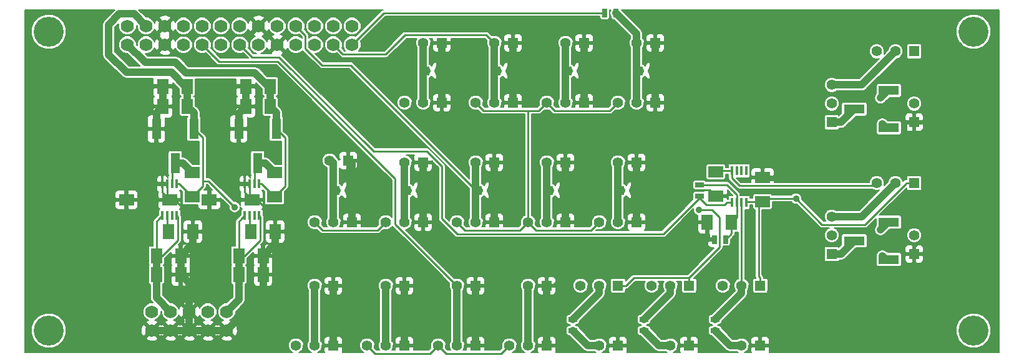
<source format=gtl>
G04 (created by PCBNEW (2013-may-18)-stable) date 2014年05月12日 星期一 23时21分15秒*
%MOIN*%
G04 Gerber Fmt 3.4, Leading zero omitted, Abs format*
%FSLAX34Y34*%
G01*
G70*
G90*
G04 APERTURE LIST*
%ADD10C,0.00590551*%
%ADD11C,0.0693*%
%ADD12R,0.08X0.06*%
%ADD13R,0.06X0.08*%
%ADD14R,0.025X0.045*%
%ADD15R,0.045X0.025*%
%ADD16R,0.055X0.055*%
%ADD17C,0.055*%
%ADD18R,0.015X0.05*%
%ADD19R,0.0787402X0.0629921*%
%ADD20R,0.05X0.11*%
%ADD21R,0.11X0.05*%
%ADD22C,0.16*%
%ADD23C,0.035*%
%ADD24C,0.01*%
%ADD25C,0.04*%
%ADD26C,0.005*%
G04 APERTURE END LIST*
G54D10*
G54D11*
X38850Y-50225D03*
X38850Y-49225D03*
X39850Y-50225D03*
X39850Y-49225D03*
X40850Y-50225D03*
X40850Y-49225D03*
X41850Y-50225D03*
X41850Y-49225D03*
X42850Y-50225D03*
X42850Y-49225D03*
X49550Y-33925D03*
X49550Y-34925D03*
X46550Y-33925D03*
X46550Y-34925D03*
X45550Y-33925D03*
X45550Y-34925D03*
X37550Y-34925D03*
X37550Y-33925D03*
X38550Y-34925D03*
X38550Y-33925D03*
X39550Y-34925D03*
X39550Y-33925D03*
X40550Y-34925D03*
X40550Y-33925D03*
X41550Y-34925D03*
X41550Y-33925D03*
X42550Y-34925D03*
X42550Y-33925D03*
X43550Y-34925D03*
X43550Y-33925D03*
X44550Y-34925D03*
X44550Y-33925D03*
X47550Y-34925D03*
X47550Y-33925D03*
X48550Y-34925D03*
X48550Y-33925D03*
G54D12*
X71475Y-42025D03*
X71475Y-43325D03*
X68975Y-41725D03*
X68975Y-43025D03*
G54D13*
X69825Y-44425D03*
X68525Y-44425D03*
G54D12*
X41000Y-43075D03*
X41000Y-41775D03*
G54D13*
X39750Y-44925D03*
X41050Y-44925D03*
G54D12*
X45400Y-43075D03*
X45400Y-41775D03*
G54D13*
X44150Y-44925D03*
X45450Y-44925D03*
X39450Y-38225D03*
X40750Y-38225D03*
X45174Y-37150D03*
X43874Y-37150D03*
X39450Y-37150D03*
X40750Y-37150D03*
X45174Y-38225D03*
X43874Y-38225D03*
X40400Y-47225D03*
X39100Y-47225D03*
X43500Y-47225D03*
X44800Y-47225D03*
X40400Y-46225D03*
X39100Y-46225D03*
X43500Y-46225D03*
X44800Y-46225D03*
G54D14*
X63950Y-42725D03*
X64550Y-42725D03*
X48750Y-42725D03*
X49350Y-42725D03*
X52550Y-42725D03*
X53150Y-42725D03*
X56350Y-42725D03*
X56950Y-42725D03*
X60150Y-42725D03*
X60750Y-42725D03*
X53550Y-36325D03*
X54150Y-36325D03*
X57350Y-36325D03*
X57950Y-36325D03*
X61150Y-36325D03*
X61750Y-36325D03*
X64950Y-36325D03*
X65550Y-36325D03*
G54D15*
X61350Y-50225D03*
X61350Y-49625D03*
G54D14*
X63650Y-33225D03*
X63050Y-33225D03*
X68900Y-45350D03*
X69500Y-45350D03*
G54D15*
X68100Y-42425D03*
X68100Y-43025D03*
X65150Y-50225D03*
X65150Y-49625D03*
X68950Y-50225D03*
X68950Y-49625D03*
G54D16*
X59950Y-51025D03*
G54D17*
X58950Y-51025D03*
X57950Y-51025D03*
G54D16*
X57150Y-44425D03*
G54D17*
X56150Y-44425D03*
X55150Y-44425D03*
G54D16*
X63750Y-47825D03*
G54D17*
X62750Y-47825D03*
X61750Y-47825D03*
G54D16*
X56150Y-51025D03*
G54D17*
X55150Y-51025D03*
X54150Y-51025D03*
G54D16*
X67550Y-47825D03*
G54D17*
X66550Y-47825D03*
X65550Y-47825D03*
G54D16*
X71350Y-47825D03*
G54D17*
X70350Y-47825D03*
X69350Y-47825D03*
G54D16*
X52350Y-51025D03*
G54D17*
X51350Y-51025D03*
X50350Y-51025D03*
G54D16*
X54350Y-38025D03*
G54D17*
X53350Y-38025D03*
X52350Y-38025D03*
G54D16*
X49550Y-44425D03*
G54D17*
X48550Y-44425D03*
X47550Y-44425D03*
G54D16*
X60950Y-44425D03*
G54D17*
X59950Y-44425D03*
X58950Y-44425D03*
G54D16*
X53350Y-44425D03*
G54D17*
X52350Y-44425D03*
X51350Y-44425D03*
G54D16*
X58150Y-38025D03*
G54D17*
X57150Y-38025D03*
X56150Y-38025D03*
G54D16*
X61950Y-38025D03*
G54D17*
X60950Y-38025D03*
X59950Y-38025D03*
G54D16*
X79575Y-42325D03*
G54D17*
X78575Y-42325D03*
X77575Y-42325D03*
G54D16*
X65750Y-38025D03*
G54D17*
X64750Y-38025D03*
X63750Y-38025D03*
G54D16*
X75175Y-46125D03*
G54D17*
X75175Y-45125D03*
X75175Y-44125D03*
G54D16*
X79575Y-35275D03*
G54D17*
X78575Y-35275D03*
X77575Y-35275D03*
G54D16*
X64750Y-44425D03*
G54D17*
X63750Y-44425D03*
X62750Y-44425D03*
G54D16*
X75175Y-39075D03*
G54D17*
X75175Y-38075D03*
X75175Y-37075D03*
G54D16*
X48550Y-51025D03*
G54D17*
X47550Y-51025D03*
X46550Y-51025D03*
G54D16*
X64750Y-41225D03*
G54D17*
X63750Y-41225D03*
G54D16*
X49350Y-41125D03*
G54D17*
X48350Y-41125D03*
G54D16*
X65750Y-34825D03*
G54D17*
X64750Y-34825D03*
G54D16*
X60950Y-41225D03*
G54D17*
X59950Y-41225D03*
G54D16*
X53350Y-41225D03*
G54D17*
X52350Y-41225D03*
G54D16*
X61950Y-34825D03*
G54D17*
X60950Y-34825D03*
G54D16*
X57150Y-41225D03*
G54D17*
X56150Y-41225D03*
G54D16*
X48550Y-47825D03*
G54D17*
X47550Y-47825D03*
G54D16*
X71350Y-51025D03*
G54D17*
X70350Y-51025D03*
G54D16*
X54350Y-34825D03*
G54D17*
X53350Y-34825D03*
G54D16*
X79575Y-46125D03*
G54D17*
X79575Y-45125D03*
G54D16*
X58150Y-34825D03*
G54D17*
X57150Y-34825D03*
G54D16*
X67550Y-51025D03*
G54D17*
X66550Y-51025D03*
G54D16*
X52350Y-47825D03*
G54D17*
X51350Y-47825D03*
G54D16*
X56150Y-47825D03*
G54D17*
X55150Y-47825D03*
G54D16*
X79575Y-39075D03*
G54D17*
X79575Y-38075D03*
G54D16*
X59950Y-47825D03*
G54D17*
X58950Y-47825D03*
G54D16*
X63750Y-51025D03*
G54D17*
X62750Y-51025D03*
G54D18*
X69840Y-43375D03*
X70096Y-43375D03*
X70352Y-43375D03*
X70608Y-43375D03*
X70608Y-41675D03*
X70352Y-41675D03*
X70096Y-41675D03*
X69840Y-41675D03*
X44584Y-42375D03*
X44328Y-42375D03*
X44072Y-42375D03*
X43816Y-42375D03*
X43816Y-44075D03*
X44072Y-44075D03*
X44328Y-44075D03*
X44584Y-44075D03*
G54D19*
X44200Y-43225D03*
G54D18*
X40184Y-42375D03*
X39928Y-42375D03*
X39672Y-42375D03*
X39416Y-42375D03*
X39416Y-44075D03*
X39672Y-44075D03*
X39928Y-44075D03*
X40184Y-44075D03*
G54D19*
X39800Y-43225D03*
X37500Y-43225D03*
X41924Y-43225D03*
G54D20*
X44500Y-41275D03*
X45500Y-39425D03*
X43500Y-39425D03*
G54D21*
X76375Y-45425D03*
X78225Y-46425D03*
X78225Y-44425D03*
X76375Y-38375D03*
X78225Y-39375D03*
X78225Y-37375D03*
G54D20*
X40100Y-41275D03*
X41100Y-39425D03*
X39100Y-39425D03*
G54D22*
X33350Y-50225D03*
X33350Y-34225D03*
X82750Y-34225D03*
X82750Y-50225D03*
G54D23*
X73268Y-43160D03*
X68084Y-43771D03*
X43279Y-43614D03*
X76175Y-43125D03*
X72625Y-42825D03*
X72575Y-42150D03*
X75525Y-41500D03*
X75125Y-39900D03*
X72082Y-40607D03*
X77875Y-46225D03*
X77775Y-44825D03*
X77875Y-39175D03*
X77775Y-37775D03*
G54D24*
X45975Y-39900D02*
X45500Y-39425D01*
X45975Y-42500D02*
X45975Y-39900D01*
X45400Y-43075D02*
X45975Y-42500D01*
X44583Y-42375D02*
X44584Y-42375D01*
X44700Y-42375D02*
X45400Y-43075D01*
X44584Y-42375D02*
X44700Y-42375D01*
G54D25*
X38500Y-35875D02*
X37550Y-34925D01*
X40124Y-35875D02*
X38500Y-35875D01*
X40683Y-36434D02*
X40124Y-35875D01*
X44359Y-36434D02*
X40683Y-36434D01*
X45075Y-37150D02*
X44359Y-36434D01*
X45174Y-37150D02*
X45075Y-37150D01*
G54D24*
X45174Y-38225D02*
X45175Y-38225D01*
G54D25*
X45500Y-38550D02*
X45175Y-38225D01*
X45500Y-39425D02*
X45500Y-38550D01*
X45175Y-37150D02*
X45174Y-37150D01*
X45175Y-38225D02*
X45175Y-37150D01*
X43500Y-46225D02*
X43500Y-47225D01*
X43500Y-48575D02*
X42850Y-49225D01*
X43500Y-47225D02*
X43500Y-48575D01*
G54D24*
X43500Y-44390D02*
X43658Y-44232D01*
X43500Y-46225D02*
X43500Y-44390D01*
X43658Y-44232D02*
X43816Y-44075D01*
X43658Y-44232D02*
X43815Y-44075D01*
X43658Y-44232D02*
X43658Y-44232D01*
X44583Y-44075D02*
X44616Y-44107D01*
X43824Y-46225D02*
X43500Y-46225D01*
X44650Y-45400D02*
X43824Y-46225D01*
X44650Y-44140D02*
X44650Y-45400D01*
X44616Y-44107D02*
X44650Y-44140D01*
X44616Y-44107D02*
X44584Y-44075D01*
X44616Y-44107D02*
X44616Y-44107D01*
X69840Y-41675D02*
X69840Y-41675D01*
X62324Y-44850D02*
X62750Y-44425D01*
X59375Y-44850D02*
X62324Y-44850D01*
X58950Y-44425D02*
X59375Y-44850D01*
X47981Y-44856D02*
X47550Y-44425D01*
X50918Y-44856D02*
X47981Y-44856D01*
X51350Y-44425D02*
X50918Y-44856D01*
X60375Y-38450D02*
X59950Y-38025D01*
X63324Y-38450D02*
X60375Y-38450D01*
X63750Y-38025D02*
X63324Y-38450D01*
X55575Y-44850D02*
X55150Y-44425D01*
X58524Y-44850D02*
X55575Y-44850D01*
X58950Y-44425D02*
X58524Y-44850D01*
X58950Y-38450D02*
X58950Y-44425D01*
X59524Y-38450D02*
X58950Y-38450D01*
X59950Y-38025D02*
X59524Y-38450D01*
X56575Y-38450D02*
X56150Y-38025D01*
X58950Y-38450D02*
X56575Y-38450D01*
X69024Y-41675D02*
X68975Y-41725D01*
X69840Y-41675D02*
X69024Y-41675D01*
X53724Y-51450D02*
X54150Y-51025D01*
X50775Y-51450D02*
X53724Y-51450D01*
X50350Y-51025D02*
X50775Y-51450D01*
X54575Y-51450D02*
X54150Y-51025D01*
X57524Y-51450D02*
X54575Y-51450D01*
X57950Y-51025D02*
X57524Y-51450D01*
X70240Y-42475D02*
X69840Y-42075D01*
X77425Y-42475D02*
X70240Y-42475D01*
X77575Y-42325D02*
X77425Y-42475D01*
X69840Y-41675D02*
X69840Y-42075D01*
G54D25*
X40750Y-38225D02*
X40750Y-37150D01*
X41100Y-38575D02*
X40750Y-38225D01*
X41100Y-39425D02*
X41100Y-38575D01*
G54D24*
X40300Y-42375D02*
X41000Y-43075D01*
X40184Y-42375D02*
X40300Y-42375D01*
X40183Y-42375D02*
X40184Y-42375D01*
X70609Y-43375D02*
X70608Y-43375D01*
X70659Y-43325D02*
X70609Y-43375D01*
X71067Y-43325D02*
X70659Y-43325D01*
X71231Y-43160D02*
X73268Y-43160D01*
X71067Y-43325D02*
X71231Y-43160D01*
X68784Y-43771D02*
X68084Y-43771D01*
X69175Y-44162D02*
X68784Y-43771D01*
X69175Y-45774D02*
X69175Y-44162D01*
X67550Y-47399D02*
X69175Y-45774D01*
X67550Y-47825D02*
X67550Y-47399D01*
X79150Y-42351D02*
X79150Y-42325D01*
X76949Y-44552D02*
X79150Y-42351D01*
X74659Y-44552D02*
X76949Y-44552D01*
X73268Y-43160D02*
X74659Y-44552D01*
X79575Y-42325D02*
X79150Y-42325D01*
X64600Y-47399D02*
X67550Y-47399D01*
X64175Y-47825D02*
X64600Y-47399D01*
X63750Y-47825D02*
X64175Y-47825D01*
G54D25*
X37900Y-33275D02*
X38550Y-33925D01*
X37124Y-33275D02*
X37900Y-33275D01*
X36550Y-33850D02*
X37124Y-33275D01*
X36550Y-35450D02*
X36550Y-33850D01*
X37500Y-36399D02*
X36550Y-35450D01*
X39900Y-36399D02*
X37500Y-36399D01*
X40650Y-37150D02*
X39900Y-36399D01*
X40750Y-37150D02*
X40650Y-37150D01*
G54D24*
X71475Y-43325D02*
X71271Y-43325D01*
X71271Y-43325D02*
X71067Y-43325D01*
X71271Y-47321D02*
X71350Y-47399D01*
X71271Y-43325D02*
X71271Y-47321D01*
X71350Y-47825D02*
X71350Y-47399D01*
X41890Y-42225D02*
X41575Y-42225D01*
X43279Y-43614D02*
X41890Y-42225D01*
X41575Y-42500D02*
X41575Y-42225D01*
X41000Y-43075D02*
X41575Y-42500D01*
X41575Y-39900D02*
X41100Y-39425D01*
X41575Y-42225D02*
X41575Y-39900D01*
G54D25*
X39100Y-48475D02*
X39850Y-49225D01*
X39100Y-47225D02*
X39100Y-48475D01*
X39100Y-46225D02*
X39100Y-47225D01*
G54D24*
X39100Y-44390D02*
X39258Y-44232D01*
X39100Y-46225D02*
X39100Y-44390D01*
X39258Y-44232D02*
X39416Y-44075D01*
X39258Y-44232D02*
X39415Y-44075D01*
X39258Y-44232D02*
X39258Y-44232D01*
X40183Y-44075D02*
X40216Y-44107D01*
X39424Y-46225D02*
X39100Y-46225D01*
X40250Y-45400D02*
X39424Y-46225D01*
X40250Y-44140D02*
X40250Y-45400D01*
X40216Y-44107D02*
X40250Y-44140D01*
X40216Y-44107D02*
X40184Y-44075D01*
X40216Y-44107D02*
X40216Y-44107D01*
G54D25*
X53350Y-36325D02*
X53350Y-34825D01*
X53350Y-38025D02*
X53350Y-36325D01*
X53550Y-36325D02*
X53350Y-36325D01*
X48750Y-42725D02*
X48550Y-42725D01*
X48550Y-44425D02*
X48550Y-42725D01*
X48550Y-42725D02*
X48550Y-41325D01*
X48550Y-41325D02*
X48550Y-41225D01*
G54D24*
X48550Y-41325D02*
X48350Y-41125D01*
G54D25*
X52550Y-42725D02*
X52350Y-42725D01*
X52350Y-44425D02*
X52350Y-42725D01*
X52350Y-42725D02*
X52350Y-41225D01*
G54D24*
X44800Y-35823D02*
X45573Y-35823D01*
X51850Y-42100D02*
X51850Y-42850D01*
X45573Y-35823D02*
X51850Y-42100D01*
G54D25*
X55150Y-51025D02*
X55150Y-47826D01*
X55150Y-47826D02*
X55150Y-47825D01*
G54D24*
X42448Y-35823D02*
X41550Y-34925D01*
X44800Y-35823D02*
X42448Y-35823D01*
X51850Y-44526D02*
X51850Y-42850D01*
X55150Y-47826D02*
X51850Y-44526D01*
G54D25*
X58950Y-51025D02*
X58950Y-47825D01*
X51350Y-51025D02*
X51350Y-47825D01*
X47550Y-51025D02*
X47550Y-47825D01*
X63750Y-42725D02*
X63750Y-41225D01*
X63750Y-44425D02*
X63750Y-42725D01*
X63950Y-42725D02*
X63750Y-42725D01*
X60150Y-42725D02*
X59950Y-42725D01*
X59950Y-44425D02*
X59950Y-42725D01*
X59950Y-42725D02*
X59950Y-41225D01*
X60950Y-38025D02*
X60950Y-36325D01*
X61150Y-36325D02*
X60950Y-36325D01*
X60950Y-36325D02*
X60950Y-34825D01*
X70350Y-48225D02*
X68950Y-49625D01*
X70350Y-47825D02*
X70350Y-48225D01*
G54D24*
X70353Y-43375D02*
X70353Y-43375D01*
X70353Y-47822D02*
X70350Y-47825D01*
X70353Y-43375D02*
X70353Y-47822D01*
X70353Y-43375D02*
X70352Y-43375D01*
X69840Y-43375D02*
X69840Y-43375D01*
X68475Y-43500D02*
X68100Y-43125D01*
X69450Y-43500D02*
X68475Y-43500D01*
X69575Y-43375D02*
X69450Y-43500D01*
X69840Y-43375D02*
X69575Y-43375D01*
X68100Y-43125D02*
X68100Y-43025D01*
X44206Y-35581D02*
X43550Y-34925D01*
X45648Y-35581D02*
X44206Y-35581D01*
X50697Y-40631D02*
X45648Y-35581D01*
X53545Y-40631D02*
X50697Y-40631D01*
X54345Y-41430D02*
X53545Y-40631D01*
X54345Y-44233D02*
X54345Y-41430D01*
X55172Y-45060D02*
X54345Y-44233D01*
X66164Y-45060D02*
X55172Y-45060D01*
X68100Y-43125D02*
X66164Y-45060D01*
G54D25*
X62750Y-48225D02*
X61350Y-49625D01*
X62750Y-47825D02*
X62750Y-48225D01*
X66550Y-48225D02*
X65150Y-49625D01*
X66550Y-47825D02*
X66550Y-48225D01*
X57150Y-38025D02*
X57150Y-36325D01*
X57350Y-36325D02*
X57150Y-36325D01*
X57150Y-36325D02*
X57150Y-34825D01*
G54D24*
X56724Y-34399D02*
X57150Y-34825D01*
X52390Y-34399D02*
X56724Y-34399D01*
X51357Y-35433D02*
X52390Y-34399D01*
X49058Y-35433D02*
X51357Y-35433D01*
X48550Y-34925D02*
X49058Y-35433D01*
G54D25*
X56350Y-42725D02*
X56150Y-42725D01*
X56150Y-44425D02*
X56150Y-42725D01*
X56150Y-42725D02*
X56150Y-42695D01*
X56150Y-42695D02*
X56150Y-41225D01*
G54D24*
X47050Y-34425D02*
X46550Y-33925D01*
X47050Y-35131D02*
X47050Y-34425D01*
X47932Y-36014D02*
X47050Y-35131D01*
X49468Y-36014D02*
X47932Y-36014D01*
X56150Y-42695D02*
X49468Y-36014D01*
X51250Y-33225D02*
X49550Y-34925D01*
X63050Y-33225D02*
X51250Y-33225D01*
G54D25*
X64750Y-34325D02*
X63650Y-33225D01*
X64750Y-34825D02*
X64750Y-34325D01*
X64750Y-36325D02*
X64750Y-34825D01*
X64750Y-38025D02*
X64750Y-36325D01*
X64950Y-36325D02*
X64750Y-36325D01*
G54D24*
X71475Y-42025D02*
X71600Y-42150D01*
X75875Y-42825D02*
X76175Y-43125D01*
X72625Y-42825D02*
X75875Y-42825D01*
X71600Y-42150D02*
X72575Y-42150D01*
X72082Y-40607D02*
X72790Y-39900D01*
X78350Y-41500D02*
X78931Y-40918D01*
X75525Y-41500D02*
X78350Y-41500D01*
X72790Y-39900D02*
X75125Y-39900D01*
G54D25*
X39450Y-38225D02*
X39450Y-37150D01*
X65750Y-36325D02*
X65750Y-34825D01*
X65750Y-38025D02*
X65750Y-36325D01*
X65550Y-36325D02*
X65750Y-36325D01*
X61950Y-36325D02*
X61950Y-34825D01*
X61950Y-38025D02*
X61950Y-36325D01*
X61750Y-36325D02*
X61950Y-36325D01*
X58150Y-36325D02*
X58150Y-34825D01*
X58150Y-38025D02*
X58150Y-36325D01*
X57950Y-36325D02*
X58150Y-36325D01*
X54350Y-36325D02*
X54350Y-34825D01*
X54350Y-38025D02*
X54350Y-36325D01*
X54150Y-36325D02*
X54350Y-36325D01*
X60750Y-42725D02*
X60950Y-42725D01*
X56950Y-42725D02*
X57150Y-42725D01*
X53150Y-42725D02*
X53350Y-42725D01*
X49350Y-42725D02*
X49550Y-42725D01*
X56150Y-51025D02*
X56150Y-47825D01*
X52350Y-51025D02*
X52350Y-47825D01*
X41050Y-45575D02*
X40400Y-46225D01*
X41050Y-44925D02*
X41050Y-45575D01*
G54D24*
X41050Y-44200D02*
X41050Y-44925D01*
X40075Y-43225D02*
X41050Y-44200D01*
X39800Y-43225D02*
X40075Y-43225D01*
X45450Y-44200D02*
X45450Y-44925D01*
X44475Y-43225D02*
X45450Y-44200D01*
X44200Y-43225D02*
X44475Y-43225D01*
X43816Y-42840D02*
X44200Y-43225D01*
X43816Y-42375D02*
X43816Y-42840D01*
G54D25*
X45450Y-45575D02*
X44800Y-46225D01*
X45450Y-44925D02*
X45450Y-45575D01*
X44800Y-48275D02*
X42850Y-50225D01*
X44800Y-47225D02*
X44800Y-48275D01*
X44800Y-46225D02*
X44800Y-47225D01*
X40850Y-49225D02*
X40850Y-47675D01*
X40850Y-50225D02*
X40850Y-49225D01*
X41850Y-50225D02*
X42850Y-50225D01*
X40850Y-50225D02*
X41850Y-50225D01*
X39850Y-50225D02*
X40850Y-50225D01*
X38850Y-50225D02*
X39850Y-50225D01*
X40400Y-46225D02*
X40400Y-47225D01*
X40850Y-49225D02*
X40850Y-47675D01*
X40850Y-47675D02*
X40400Y-47225D01*
X49550Y-44425D02*
X49550Y-42725D01*
X53350Y-44425D02*
X53350Y-42725D01*
X53350Y-42725D02*
X53350Y-41225D01*
X57150Y-44425D02*
X57150Y-42725D01*
X57150Y-42725D02*
X57150Y-41225D01*
X60950Y-44425D02*
X60950Y-42725D01*
X60950Y-42725D02*
X60950Y-41225D01*
X49550Y-42725D02*
X49550Y-41325D01*
X49550Y-41325D02*
X49550Y-41225D01*
G54D24*
X49550Y-41325D02*
X49350Y-41125D01*
X39672Y-42375D02*
X39672Y-42375D01*
X39672Y-43097D02*
X39800Y-43225D01*
X39672Y-42375D02*
X39672Y-43097D01*
X39672Y-42375D02*
X39672Y-42375D01*
G54D25*
X64550Y-42725D02*
X64750Y-42725D01*
X48550Y-51025D02*
X48550Y-47825D01*
G54D24*
X47578Y-47225D02*
X44800Y-47225D01*
X48124Y-47771D02*
X47578Y-47225D01*
X48124Y-47825D02*
X48124Y-47771D01*
X48550Y-47825D02*
X48124Y-47825D01*
X68624Y-45074D02*
X68525Y-44975D01*
X68624Y-45350D02*
X68624Y-45074D01*
X68525Y-44425D02*
X68525Y-44975D01*
X68900Y-45350D02*
X68624Y-45350D01*
G54D25*
X64750Y-44425D02*
X64750Y-42725D01*
G54D24*
X44072Y-42375D02*
X44072Y-42375D01*
X44072Y-43097D02*
X44200Y-43225D01*
X44072Y-42375D02*
X44072Y-43097D01*
X44072Y-42375D02*
X44072Y-42375D01*
X39416Y-42375D02*
X39416Y-42375D01*
X39416Y-42840D02*
X39800Y-43225D01*
X39416Y-42375D02*
X39416Y-42840D01*
G54D25*
X39100Y-38575D02*
X39450Y-38225D01*
X39100Y-39425D02*
X39100Y-38575D01*
X43875Y-37150D02*
X43875Y-37150D01*
G54D24*
X43875Y-37150D02*
X43874Y-37150D01*
X39100Y-39425D02*
X39100Y-40125D01*
X39416Y-42375D02*
X39415Y-42375D01*
X39415Y-40441D02*
X39100Y-40125D01*
X39415Y-42375D02*
X39415Y-40441D01*
X43874Y-38225D02*
X43875Y-38225D01*
G54D25*
X43500Y-38600D02*
X43875Y-38225D01*
X43500Y-39425D02*
X43500Y-38600D01*
X43875Y-38225D02*
X43875Y-37150D01*
X43875Y-38225D02*
X43875Y-38225D01*
G54D24*
X44550Y-34034D02*
X44550Y-33925D01*
X44659Y-34034D02*
X45550Y-34925D01*
X44550Y-34034D02*
X44659Y-34034D01*
X44159Y-34425D02*
X44550Y-34034D01*
X39800Y-34425D02*
X44159Y-34425D01*
X39800Y-34175D02*
X39800Y-34425D01*
X39550Y-33925D02*
X39800Y-34175D01*
X39800Y-34675D02*
X39550Y-34925D01*
X39800Y-34425D02*
X39800Y-34675D01*
X43815Y-42375D02*
X43816Y-42375D01*
X43500Y-39425D02*
X43500Y-40125D01*
X43815Y-40441D02*
X43500Y-40125D01*
X43815Y-42375D02*
X43815Y-40441D01*
G54D25*
X59950Y-51025D02*
X59950Y-48095D01*
X59950Y-48095D02*
X59950Y-47825D01*
G54D24*
X62695Y-45350D02*
X68624Y-45350D01*
X59950Y-48095D02*
X62695Y-45350D01*
X71475Y-42025D02*
X71475Y-41574D01*
G54D25*
X64750Y-42725D02*
X64750Y-42700D01*
X64750Y-42700D02*
X64750Y-41225D01*
G54D24*
X71175Y-41274D02*
X71475Y-41574D01*
X68511Y-41274D02*
X71175Y-41274D01*
X67721Y-42064D02*
X68511Y-41274D01*
X67721Y-42700D02*
X67721Y-42064D01*
X64750Y-42700D02*
X67721Y-42700D01*
X68650Y-42700D02*
X68975Y-43025D01*
X67721Y-42700D02*
X68650Y-42700D01*
X79575Y-39075D02*
X79150Y-39075D01*
X79150Y-39979D02*
X79150Y-39075D01*
X78571Y-40558D02*
X79150Y-39979D01*
X80000Y-41987D02*
X78931Y-40918D01*
X80000Y-45327D02*
X80000Y-41987D01*
X79628Y-45699D02*
X80000Y-45327D01*
X79575Y-45699D02*
X79628Y-45699D01*
X79575Y-46125D02*
X79575Y-45699D01*
X78931Y-40918D02*
X78571Y-40558D01*
X72082Y-40967D02*
X71475Y-41574D01*
X72082Y-40607D02*
X72082Y-40967D01*
X72131Y-40558D02*
X72082Y-40607D01*
X78571Y-40558D02*
X72131Y-40558D01*
X39672Y-44075D02*
X39672Y-44075D01*
X39672Y-44847D02*
X39750Y-44925D01*
X39672Y-44075D02*
X39672Y-44847D01*
X39672Y-44075D02*
X39672Y-44075D01*
X44072Y-44075D02*
X44072Y-44075D01*
X44072Y-44847D02*
X44150Y-44925D01*
X44072Y-44075D02*
X44072Y-44847D01*
X44072Y-44075D02*
X44072Y-44075D01*
G54D25*
X40500Y-41275D02*
X41000Y-41775D01*
X40100Y-41275D02*
X40500Y-41275D01*
G54D24*
X39927Y-42375D02*
X39927Y-42374D01*
X39927Y-41447D02*
X40100Y-41275D01*
X39927Y-42374D02*
X39927Y-41447D01*
X39927Y-42374D02*
X39927Y-42375D01*
G54D25*
X62150Y-51025D02*
X61350Y-50225D01*
X62750Y-51025D02*
X62150Y-51025D01*
G54D24*
X70096Y-42947D02*
X70096Y-43375D01*
X69575Y-42425D02*
X70096Y-42947D01*
X68100Y-42425D02*
X69575Y-42425D01*
X70096Y-43375D02*
X70096Y-43375D01*
X69825Y-44425D02*
X69825Y-44424D01*
X70096Y-44152D02*
X69825Y-44424D01*
X70096Y-43375D02*
X70096Y-44152D01*
X69824Y-45025D02*
X69500Y-45350D01*
X69824Y-44425D02*
X69824Y-45025D01*
X69825Y-44424D02*
X69824Y-44425D01*
G54D25*
X65950Y-51025D02*
X65150Y-50225D01*
X66550Y-51025D02*
X65950Y-51025D01*
X69750Y-51025D02*
X68950Y-50225D01*
X70350Y-51025D02*
X69750Y-51025D01*
X78075Y-46425D02*
X78224Y-46425D01*
X77875Y-46225D02*
X78075Y-46425D01*
G54D24*
X78224Y-46425D02*
X78225Y-46425D01*
G54D25*
X75675Y-46125D02*
X76375Y-45425D01*
X75175Y-46125D02*
X75675Y-46125D01*
X78175Y-44425D02*
X78224Y-44425D01*
X77775Y-44825D02*
X78175Y-44425D01*
G54D24*
X78224Y-44425D02*
X78225Y-44425D01*
G54D25*
X76775Y-44125D02*
X78575Y-42325D01*
X75175Y-44125D02*
X76775Y-44125D01*
X78075Y-39375D02*
X78224Y-39375D01*
X77875Y-39175D02*
X78075Y-39375D01*
G54D24*
X78224Y-39375D02*
X78225Y-39375D01*
G54D25*
X78175Y-37375D02*
X78224Y-37375D01*
X77775Y-37775D02*
X78175Y-37375D01*
G54D24*
X78224Y-37375D02*
X78225Y-37375D01*
G54D25*
X75675Y-39075D02*
X76375Y-38375D01*
X75175Y-39075D02*
X75675Y-39075D01*
X76775Y-37075D02*
X78575Y-35275D01*
X75175Y-37075D02*
X76775Y-37075D01*
X44900Y-41275D02*
X45400Y-41775D01*
X44500Y-41275D02*
X44900Y-41275D01*
G54D24*
X44327Y-42375D02*
X44327Y-42374D01*
X44327Y-41447D02*
X44500Y-41275D01*
X44327Y-42374D02*
X44327Y-41447D01*
X44327Y-42374D02*
X44327Y-42375D01*
G54D10*
G36*
X70168Y-44953D02*
X70168Y-47414D01*
X69268Y-47414D01*
X69118Y-47477D01*
X69002Y-47592D01*
X68940Y-47743D01*
X68939Y-47906D01*
X69002Y-48056D01*
X69117Y-48172D01*
X69268Y-48234D01*
X69431Y-48235D01*
X69581Y-48172D01*
X69697Y-48057D01*
X69759Y-47906D01*
X69760Y-47743D01*
X69697Y-47593D01*
X69582Y-47477D01*
X69431Y-47415D01*
X69268Y-47414D01*
X70168Y-47414D01*
X70168Y-47456D01*
X70118Y-47477D01*
X70002Y-47592D01*
X69940Y-47743D01*
X69939Y-47906D01*
X70002Y-48056D01*
X70015Y-48069D01*
X70015Y-48086D01*
X68736Y-49364D01*
X68698Y-49364D01*
X68648Y-49385D01*
X68610Y-49423D01*
X68590Y-49473D01*
X68589Y-49526D01*
X68589Y-49776D01*
X68610Y-49826D01*
X68648Y-49864D01*
X68698Y-49884D01*
X68747Y-49885D01*
X68807Y-49925D01*
X68747Y-49964D01*
X68698Y-49964D01*
X68648Y-49985D01*
X68610Y-50023D01*
X68590Y-50073D01*
X68589Y-50126D01*
X68589Y-50376D01*
X68610Y-50426D01*
X68648Y-50464D01*
X68698Y-50484D01*
X68736Y-50485D01*
X68776Y-50524D01*
X67869Y-50524D01*
X67230Y-50524D01*
X67147Y-50559D01*
X67084Y-50622D01*
X67050Y-50705D01*
X67049Y-50794D01*
X67050Y-50893D01*
X67106Y-50950D01*
X67475Y-50950D01*
X67475Y-50581D01*
X67418Y-50525D01*
X67230Y-50524D01*
X67869Y-50524D01*
X67681Y-50525D01*
X67625Y-50581D01*
X67625Y-50950D01*
X67993Y-50950D01*
X68050Y-50893D01*
X68050Y-50794D01*
X68049Y-50705D01*
X68015Y-50622D01*
X67952Y-50559D01*
X67869Y-50524D01*
X68776Y-50524D01*
X69513Y-51261D01*
X69621Y-51334D01*
X69750Y-51360D01*
X70105Y-51360D01*
X70117Y-51372D01*
X70183Y-51400D01*
X68027Y-51400D01*
X68049Y-51344D01*
X68050Y-51255D01*
X68050Y-51156D01*
X67993Y-51100D01*
X67625Y-51100D01*
X67625Y-51107D01*
X67475Y-51107D01*
X67475Y-51100D01*
X67106Y-51100D01*
X67050Y-51156D01*
X67049Y-51255D01*
X67050Y-51344D01*
X67072Y-51400D01*
X66716Y-51400D01*
X66781Y-51372D01*
X66897Y-51257D01*
X66959Y-51106D01*
X66960Y-50943D01*
X66897Y-50793D01*
X66782Y-50677D01*
X66631Y-50615D01*
X66468Y-50614D01*
X66318Y-50677D01*
X66305Y-50690D01*
X66088Y-50690D01*
X65510Y-50111D01*
X65510Y-50073D01*
X65489Y-50023D01*
X65451Y-49985D01*
X65401Y-49965D01*
X65352Y-49964D01*
X65292Y-49925D01*
X65352Y-49885D01*
X65401Y-49885D01*
X65451Y-49864D01*
X65489Y-49826D01*
X65509Y-49776D01*
X65510Y-49738D01*
X66786Y-48461D01*
X66859Y-48353D01*
X66859Y-48353D01*
X66885Y-48225D01*
X66885Y-48069D01*
X66897Y-48057D01*
X66959Y-47906D01*
X66960Y-47743D01*
X66897Y-47593D01*
X66889Y-47584D01*
X67139Y-47584D01*
X67139Y-48126D01*
X67160Y-48176D01*
X67198Y-48214D01*
X67248Y-48234D01*
X67301Y-48235D01*
X67851Y-48235D01*
X67901Y-48214D01*
X67939Y-48176D01*
X67959Y-48126D01*
X67960Y-48073D01*
X67960Y-47523D01*
X67939Y-47473D01*
X67901Y-47435D01*
X67851Y-47415D01*
X67798Y-47414D01*
X67796Y-47414D01*
X69305Y-45905D01*
X69305Y-45905D01*
X69346Y-45845D01*
X69360Y-45774D01*
X69360Y-45709D01*
X69401Y-45710D01*
X69651Y-45710D01*
X69701Y-45689D01*
X69739Y-45651D01*
X69759Y-45601D01*
X69760Y-45548D01*
X69760Y-45351D01*
X69955Y-45155D01*
X69995Y-45095D01*
X70009Y-45025D01*
X70009Y-45024D01*
X70009Y-44960D01*
X70151Y-44960D01*
X70168Y-44953D01*
X70168Y-44953D01*
G37*
G54D26*
X70168Y-44953D02*
X70168Y-47414D01*
X69268Y-47414D01*
X69118Y-47477D01*
X69002Y-47592D01*
X68940Y-47743D01*
X68939Y-47906D01*
X69002Y-48056D01*
X69117Y-48172D01*
X69268Y-48234D01*
X69431Y-48235D01*
X69581Y-48172D01*
X69697Y-48057D01*
X69759Y-47906D01*
X69760Y-47743D01*
X69697Y-47593D01*
X69582Y-47477D01*
X69431Y-47415D01*
X69268Y-47414D01*
X70168Y-47414D01*
X70168Y-47456D01*
X70118Y-47477D01*
X70002Y-47592D01*
X69940Y-47743D01*
X69939Y-47906D01*
X70002Y-48056D01*
X70015Y-48069D01*
X70015Y-48086D01*
X68736Y-49364D01*
X68698Y-49364D01*
X68648Y-49385D01*
X68610Y-49423D01*
X68590Y-49473D01*
X68589Y-49526D01*
X68589Y-49776D01*
X68610Y-49826D01*
X68648Y-49864D01*
X68698Y-49884D01*
X68747Y-49885D01*
X68807Y-49925D01*
X68747Y-49964D01*
X68698Y-49964D01*
X68648Y-49985D01*
X68610Y-50023D01*
X68590Y-50073D01*
X68589Y-50126D01*
X68589Y-50376D01*
X68610Y-50426D01*
X68648Y-50464D01*
X68698Y-50484D01*
X68736Y-50485D01*
X68776Y-50524D01*
X67869Y-50524D01*
X67230Y-50524D01*
X67147Y-50559D01*
X67084Y-50622D01*
X67050Y-50705D01*
X67049Y-50794D01*
X67050Y-50893D01*
X67106Y-50950D01*
X67475Y-50950D01*
X67475Y-50581D01*
X67418Y-50525D01*
X67230Y-50524D01*
X67869Y-50524D01*
X67681Y-50525D01*
X67625Y-50581D01*
X67625Y-50950D01*
X67993Y-50950D01*
X68050Y-50893D01*
X68050Y-50794D01*
X68049Y-50705D01*
X68015Y-50622D01*
X67952Y-50559D01*
X67869Y-50524D01*
X68776Y-50524D01*
X69513Y-51261D01*
X69621Y-51334D01*
X69750Y-51360D01*
X70105Y-51360D01*
X70117Y-51372D01*
X70183Y-51400D01*
X68027Y-51400D01*
X68049Y-51344D01*
X68050Y-51255D01*
X68050Y-51156D01*
X67993Y-51100D01*
X67625Y-51100D01*
X67625Y-51107D01*
X67475Y-51107D01*
X67475Y-51100D01*
X67106Y-51100D01*
X67050Y-51156D01*
X67049Y-51255D01*
X67050Y-51344D01*
X67072Y-51400D01*
X66716Y-51400D01*
X66781Y-51372D01*
X66897Y-51257D01*
X66959Y-51106D01*
X66960Y-50943D01*
X66897Y-50793D01*
X66782Y-50677D01*
X66631Y-50615D01*
X66468Y-50614D01*
X66318Y-50677D01*
X66305Y-50690D01*
X66088Y-50690D01*
X65510Y-50111D01*
X65510Y-50073D01*
X65489Y-50023D01*
X65451Y-49985D01*
X65401Y-49965D01*
X65352Y-49964D01*
X65292Y-49925D01*
X65352Y-49885D01*
X65401Y-49885D01*
X65451Y-49864D01*
X65489Y-49826D01*
X65509Y-49776D01*
X65510Y-49738D01*
X66786Y-48461D01*
X66859Y-48353D01*
X66859Y-48353D01*
X66885Y-48225D01*
X66885Y-48069D01*
X66897Y-48057D01*
X66959Y-47906D01*
X66960Y-47743D01*
X66897Y-47593D01*
X66889Y-47584D01*
X67139Y-47584D01*
X67139Y-48126D01*
X67160Y-48176D01*
X67198Y-48214D01*
X67248Y-48234D01*
X67301Y-48235D01*
X67851Y-48235D01*
X67901Y-48214D01*
X67939Y-48176D01*
X67959Y-48126D01*
X67960Y-48073D01*
X67960Y-47523D01*
X67939Y-47473D01*
X67901Y-47435D01*
X67851Y-47415D01*
X67798Y-47414D01*
X67796Y-47414D01*
X69305Y-45905D01*
X69305Y-45905D01*
X69346Y-45845D01*
X69360Y-45774D01*
X69360Y-45709D01*
X69401Y-45710D01*
X69651Y-45710D01*
X69701Y-45689D01*
X69739Y-45651D01*
X69759Y-45601D01*
X69760Y-45548D01*
X69760Y-45351D01*
X69955Y-45155D01*
X69995Y-45095D01*
X70009Y-45025D01*
X70009Y-45024D01*
X70009Y-44960D01*
X70151Y-44960D01*
X70168Y-44953D01*
G54D10*
G36*
X69600Y-42712D02*
X69878Y-42989D01*
X69739Y-42989D01*
X69689Y-43010D01*
X69651Y-43048D01*
X69630Y-43098D01*
X69630Y-43151D01*
X69630Y-43190D01*
X69600Y-43190D01*
X69600Y-43156D01*
X69543Y-43100D01*
X69050Y-43100D01*
X69050Y-43107D01*
X68900Y-43107D01*
X68900Y-43100D01*
X68892Y-43100D01*
X68892Y-42950D01*
X68900Y-42950D01*
X68900Y-42942D01*
X69050Y-42942D01*
X69050Y-42950D01*
X69543Y-42950D01*
X69600Y-42893D01*
X69600Y-42712D01*
X69600Y-42712D01*
G37*
G54D26*
X69600Y-42712D02*
X69878Y-42989D01*
X69739Y-42989D01*
X69689Y-43010D01*
X69651Y-43048D01*
X69630Y-43098D01*
X69630Y-43151D01*
X69630Y-43190D01*
X69600Y-43190D01*
X69600Y-43156D01*
X69543Y-43100D01*
X69050Y-43100D01*
X69050Y-43107D01*
X68900Y-43107D01*
X68900Y-43100D01*
X68892Y-43100D01*
X68892Y-42950D01*
X68900Y-42950D01*
X68900Y-42942D01*
X69050Y-42942D01*
X69050Y-42950D01*
X69543Y-42950D01*
X69600Y-42893D01*
X69600Y-42712D01*
G54D10*
G36*
X52890Y-40816D02*
X52884Y-40822D01*
X52850Y-40905D01*
X52849Y-40994D01*
X52850Y-41093D01*
X52906Y-41150D01*
X53275Y-41150D01*
X53275Y-41142D01*
X53425Y-41142D01*
X53425Y-41150D01*
X53793Y-41150D01*
X53798Y-41145D01*
X53952Y-41300D01*
X53793Y-41300D01*
X53425Y-41300D01*
X53275Y-41300D01*
X52906Y-41300D01*
X52850Y-41356D01*
X52849Y-41455D01*
X52850Y-41544D01*
X52884Y-41627D01*
X52947Y-41690D01*
X53030Y-41725D01*
X53218Y-41725D01*
X53275Y-41668D01*
X53275Y-41300D01*
X53425Y-41300D01*
X53425Y-41668D01*
X53481Y-41725D01*
X53669Y-41725D01*
X53752Y-41690D01*
X53815Y-41627D01*
X53849Y-41544D01*
X53850Y-41455D01*
X53850Y-41356D01*
X53793Y-41300D01*
X53952Y-41300D01*
X54160Y-41507D01*
X54160Y-42274D01*
X53319Y-42274D01*
X53268Y-42275D01*
X53212Y-42331D01*
X53212Y-42650D01*
X53443Y-42650D01*
X53500Y-42593D01*
X53500Y-42544D01*
X53499Y-42455D01*
X53465Y-42372D01*
X53402Y-42309D01*
X53319Y-42274D01*
X54160Y-42274D01*
X54160Y-42800D01*
X53443Y-42800D01*
X53212Y-42800D01*
X53212Y-43118D01*
X53268Y-43175D01*
X53319Y-43175D01*
X53402Y-43140D01*
X53465Y-43077D01*
X53499Y-42994D01*
X53500Y-42905D01*
X53500Y-42856D01*
X53443Y-42800D01*
X54160Y-42800D01*
X54160Y-43924D01*
X53669Y-43924D01*
X53030Y-43924D01*
X52947Y-43959D01*
X52884Y-44022D01*
X52850Y-44105D01*
X52849Y-44194D01*
X52850Y-44293D01*
X52906Y-44350D01*
X53275Y-44350D01*
X53275Y-43981D01*
X53218Y-43925D01*
X53030Y-43924D01*
X53669Y-43924D01*
X53481Y-43925D01*
X53425Y-43981D01*
X53425Y-44350D01*
X53793Y-44350D01*
X53850Y-44293D01*
X53850Y-44194D01*
X53849Y-44105D01*
X53815Y-44022D01*
X53752Y-43959D01*
X53669Y-43924D01*
X54160Y-43924D01*
X54160Y-44233D01*
X54174Y-44304D01*
X54187Y-44324D01*
X54214Y-44364D01*
X54349Y-44500D01*
X53793Y-44500D01*
X53425Y-44500D01*
X53275Y-44500D01*
X52906Y-44500D01*
X52850Y-44556D01*
X52849Y-44655D01*
X52850Y-44744D01*
X52884Y-44827D01*
X52947Y-44890D01*
X53030Y-44925D01*
X53218Y-44925D01*
X53275Y-44868D01*
X53275Y-44500D01*
X53425Y-44500D01*
X53425Y-44868D01*
X53481Y-44925D01*
X53669Y-44925D01*
X53752Y-44890D01*
X53815Y-44827D01*
X53849Y-44744D01*
X53850Y-44655D01*
X53850Y-44556D01*
X53793Y-44500D01*
X54349Y-44500D01*
X55041Y-45191D01*
X55101Y-45231D01*
X55172Y-45245D01*
X66164Y-45245D01*
X66235Y-45231D01*
X66295Y-45191D01*
X67774Y-43712D01*
X67774Y-43833D01*
X67821Y-43946D01*
X67908Y-44034D01*
X68000Y-44072D01*
X68000Y-44293D01*
X68056Y-44350D01*
X68450Y-44350D01*
X68450Y-44342D01*
X68600Y-44342D01*
X68600Y-44350D01*
X68608Y-44350D01*
X68608Y-44500D01*
X68600Y-44500D01*
X68450Y-44500D01*
X68056Y-44500D01*
X68000Y-44556D01*
X68000Y-44780D01*
X68000Y-44869D01*
X68034Y-44952D01*
X68097Y-45015D01*
X68180Y-45050D01*
X68393Y-45050D01*
X68450Y-44993D01*
X68450Y-44500D01*
X68600Y-44500D01*
X68600Y-44981D01*
X68584Y-44997D01*
X68550Y-45080D01*
X68549Y-45169D01*
X68550Y-45218D01*
X68606Y-45275D01*
X68837Y-45275D01*
X68837Y-45267D01*
X68962Y-45267D01*
X68962Y-45275D01*
X68982Y-45275D01*
X68982Y-45425D01*
X68962Y-45425D01*
X68962Y-45432D01*
X68837Y-45432D01*
X68837Y-45425D01*
X68606Y-45425D01*
X68550Y-45481D01*
X68549Y-45530D01*
X68550Y-45619D01*
X68584Y-45702D01*
X68647Y-45765D01*
X68730Y-45800D01*
X68781Y-45800D01*
X68824Y-45756D01*
X68824Y-45800D01*
X68888Y-45800D01*
X67473Y-47214D01*
X64600Y-47214D01*
X64600Y-47214D01*
X64529Y-47228D01*
X64493Y-47253D01*
X64469Y-47269D01*
X64469Y-47269D01*
X64413Y-47324D01*
X60269Y-47324D01*
X59630Y-47324D01*
X56469Y-47324D01*
X55830Y-47324D01*
X55747Y-47359D01*
X55684Y-47422D01*
X55650Y-47505D01*
X55649Y-47594D01*
X55650Y-47693D01*
X55706Y-47750D01*
X56075Y-47750D01*
X56075Y-47381D01*
X56018Y-47325D01*
X55830Y-47324D01*
X56469Y-47324D01*
X56281Y-47325D01*
X56225Y-47381D01*
X56225Y-47750D01*
X56593Y-47750D01*
X56650Y-47693D01*
X56650Y-47594D01*
X56649Y-47505D01*
X56615Y-47422D01*
X56552Y-47359D01*
X56469Y-47324D01*
X59630Y-47324D01*
X59547Y-47359D01*
X59484Y-47422D01*
X59450Y-47505D01*
X59449Y-47594D01*
X59450Y-47693D01*
X59506Y-47750D01*
X59875Y-47750D01*
X59875Y-47381D01*
X59818Y-47325D01*
X59630Y-47324D01*
X60269Y-47324D01*
X60081Y-47325D01*
X60025Y-47381D01*
X60025Y-47750D01*
X60393Y-47750D01*
X60450Y-47693D01*
X60450Y-47594D01*
X60449Y-47505D01*
X60415Y-47422D01*
X60352Y-47359D01*
X60269Y-47324D01*
X64413Y-47324D01*
X64160Y-47578D01*
X64160Y-47523D01*
X64139Y-47473D01*
X64101Y-47435D01*
X64051Y-47415D01*
X63998Y-47414D01*
X63448Y-47414D01*
X63398Y-47435D01*
X63360Y-47473D01*
X63340Y-47523D01*
X63339Y-47576D01*
X63339Y-48126D01*
X63360Y-48176D01*
X63398Y-48214D01*
X63448Y-48234D01*
X63501Y-48235D01*
X64051Y-48235D01*
X64101Y-48214D01*
X64139Y-48176D01*
X64159Y-48126D01*
X64160Y-48073D01*
X64160Y-48010D01*
X64175Y-48010D01*
X64245Y-47995D01*
X64305Y-47955D01*
X64676Y-47584D01*
X65210Y-47584D01*
X65202Y-47592D01*
X65140Y-47743D01*
X65139Y-47906D01*
X65202Y-48056D01*
X65317Y-48172D01*
X65468Y-48234D01*
X65631Y-48235D01*
X65781Y-48172D01*
X65897Y-48057D01*
X65959Y-47906D01*
X65960Y-47743D01*
X65897Y-47593D01*
X65889Y-47584D01*
X66210Y-47584D01*
X66202Y-47592D01*
X66140Y-47743D01*
X66139Y-47906D01*
X66202Y-48056D01*
X66215Y-48069D01*
X66215Y-48086D01*
X64936Y-49364D01*
X64898Y-49364D01*
X64848Y-49385D01*
X64810Y-49423D01*
X64790Y-49473D01*
X64789Y-49526D01*
X64789Y-49776D01*
X64810Y-49826D01*
X64848Y-49864D01*
X64898Y-49884D01*
X64947Y-49885D01*
X65007Y-49925D01*
X64947Y-49964D01*
X64898Y-49964D01*
X64848Y-49985D01*
X64810Y-50023D01*
X64790Y-50073D01*
X64789Y-50126D01*
X64789Y-50376D01*
X64810Y-50426D01*
X64848Y-50464D01*
X64898Y-50484D01*
X64936Y-50485D01*
X64976Y-50524D01*
X64069Y-50524D01*
X63430Y-50524D01*
X63347Y-50559D01*
X63284Y-50622D01*
X63250Y-50705D01*
X63249Y-50794D01*
X63250Y-50893D01*
X63306Y-50950D01*
X63675Y-50950D01*
X63675Y-50581D01*
X63618Y-50525D01*
X63430Y-50524D01*
X64069Y-50524D01*
X63881Y-50525D01*
X63825Y-50581D01*
X63825Y-50950D01*
X64193Y-50950D01*
X64250Y-50893D01*
X64250Y-50794D01*
X64249Y-50705D01*
X64215Y-50622D01*
X64152Y-50559D01*
X64069Y-50524D01*
X64976Y-50524D01*
X65713Y-51261D01*
X65821Y-51334D01*
X65950Y-51360D01*
X66305Y-51360D01*
X66317Y-51372D01*
X66383Y-51400D01*
X64227Y-51400D01*
X64249Y-51344D01*
X64250Y-51255D01*
X64250Y-51156D01*
X64193Y-51100D01*
X63825Y-51100D01*
X63825Y-51107D01*
X63675Y-51107D01*
X63675Y-51100D01*
X63306Y-51100D01*
X63250Y-51156D01*
X63249Y-51255D01*
X63250Y-51344D01*
X63272Y-51400D01*
X62916Y-51400D01*
X62981Y-51372D01*
X63097Y-51257D01*
X63159Y-51106D01*
X63160Y-50943D01*
X63097Y-50793D01*
X62982Y-50677D01*
X62831Y-50615D01*
X62668Y-50614D01*
X62518Y-50677D01*
X62505Y-50690D01*
X62288Y-50690D01*
X61710Y-50111D01*
X61710Y-50073D01*
X61689Y-50023D01*
X61651Y-49985D01*
X61601Y-49965D01*
X61552Y-49964D01*
X61492Y-49925D01*
X61552Y-49885D01*
X61601Y-49885D01*
X61651Y-49864D01*
X61689Y-49826D01*
X61709Y-49776D01*
X61710Y-49738D01*
X62986Y-48461D01*
X63059Y-48353D01*
X63059Y-48353D01*
X63085Y-48225D01*
X63085Y-48069D01*
X63097Y-48057D01*
X63159Y-47906D01*
X63160Y-47743D01*
X63097Y-47593D01*
X62982Y-47477D01*
X62831Y-47415D01*
X62668Y-47414D01*
X61668Y-47414D01*
X61518Y-47477D01*
X61402Y-47592D01*
X61340Y-47743D01*
X61339Y-47900D01*
X60393Y-47900D01*
X60025Y-47900D01*
X59875Y-47900D01*
X59506Y-47900D01*
X59450Y-47956D01*
X59449Y-48055D01*
X59450Y-48144D01*
X59484Y-48227D01*
X59547Y-48290D01*
X59630Y-48325D01*
X59818Y-48325D01*
X59875Y-48268D01*
X59875Y-47900D01*
X60025Y-47900D01*
X60025Y-48268D01*
X60081Y-48325D01*
X60269Y-48325D01*
X60352Y-48290D01*
X60415Y-48227D01*
X60449Y-48144D01*
X60450Y-48055D01*
X60450Y-47956D01*
X60393Y-47900D01*
X61339Y-47900D01*
X61339Y-47906D01*
X61402Y-48056D01*
X61517Y-48172D01*
X61668Y-48234D01*
X61831Y-48235D01*
X61981Y-48172D01*
X62097Y-48057D01*
X62159Y-47906D01*
X62160Y-47743D01*
X62097Y-47593D01*
X61982Y-47477D01*
X61831Y-47415D01*
X61668Y-47414D01*
X62668Y-47414D01*
X62518Y-47477D01*
X62402Y-47592D01*
X62340Y-47743D01*
X62339Y-47906D01*
X62402Y-48056D01*
X62415Y-48069D01*
X62415Y-48086D01*
X61136Y-49364D01*
X61098Y-49364D01*
X61048Y-49385D01*
X61010Y-49423D01*
X60990Y-49473D01*
X60989Y-49526D01*
X60989Y-49776D01*
X61010Y-49826D01*
X61048Y-49864D01*
X61098Y-49884D01*
X61147Y-49885D01*
X61207Y-49925D01*
X61147Y-49964D01*
X61098Y-49964D01*
X61048Y-49985D01*
X61010Y-50023D01*
X60990Y-50073D01*
X60989Y-50126D01*
X60989Y-50376D01*
X61010Y-50426D01*
X61048Y-50464D01*
X61098Y-50484D01*
X61136Y-50485D01*
X61176Y-50524D01*
X60269Y-50524D01*
X59630Y-50524D01*
X59547Y-50559D01*
X59484Y-50622D01*
X59450Y-50705D01*
X59449Y-50794D01*
X59450Y-50893D01*
X59506Y-50950D01*
X59875Y-50950D01*
X59875Y-50581D01*
X59818Y-50525D01*
X59630Y-50524D01*
X60269Y-50524D01*
X60081Y-50525D01*
X60025Y-50581D01*
X60025Y-50950D01*
X60393Y-50950D01*
X60450Y-50893D01*
X60450Y-50794D01*
X60449Y-50705D01*
X60415Y-50622D01*
X60352Y-50559D01*
X60269Y-50524D01*
X61176Y-50524D01*
X61913Y-51261D01*
X62021Y-51334D01*
X62150Y-51360D01*
X62505Y-51360D01*
X62517Y-51372D01*
X62583Y-51400D01*
X60427Y-51400D01*
X60449Y-51344D01*
X60450Y-51255D01*
X60450Y-51156D01*
X60393Y-51100D01*
X60025Y-51100D01*
X60025Y-51107D01*
X59875Y-51107D01*
X59875Y-51100D01*
X59506Y-51100D01*
X59450Y-51156D01*
X59449Y-51255D01*
X59450Y-51344D01*
X59472Y-51400D01*
X59116Y-51400D01*
X59181Y-51372D01*
X59297Y-51257D01*
X59359Y-51106D01*
X59360Y-50943D01*
X59297Y-50793D01*
X59285Y-50780D01*
X59285Y-48069D01*
X59297Y-48057D01*
X59359Y-47906D01*
X59360Y-47743D01*
X59297Y-47593D01*
X59182Y-47477D01*
X59031Y-47415D01*
X58868Y-47414D01*
X58718Y-47477D01*
X58602Y-47592D01*
X58540Y-47743D01*
X58539Y-47900D01*
X56593Y-47900D01*
X56225Y-47900D01*
X56075Y-47900D01*
X55706Y-47900D01*
X55650Y-47956D01*
X55649Y-48055D01*
X55650Y-48144D01*
X55684Y-48227D01*
X55747Y-48290D01*
X55830Y-48325D01*
X56018Y-48325D01*
X56075Y-48268D01*
X56075Y-47900D01*
X56225Y-47900D01*
X56225Y-48268D01*
X56281Y-48325D01*
X56469Y-48325D01*
X56552Y-48290D01*
X56615Y-48227D01*
X56649Y-48144D01*
X56650Y-48055D01*
X56650Y-47956D01*
X56593Y-47900D01*
X58539Y-47900D01*
X58539Y-47906D01*
X58602Y-48056D01*
X58615Y-48069D01*
X58615Y-50524D01*
X56469Y-50524D01*
X55830Y-50524D01*
X55747Y-50559D01*
X55684Y-50622D01*
X55650Y-50705D01*
X55649Y-50794D01*
X55650Y-50893D01*
X55706Y-50950D01*
X56075Y-50950D01*
X56075Y-50581D01*
X56018Y-50525D01*
X55830Y-50524D01*
X56469Y-50524D01*
X56281Y-50525D01*
X56225Y-50581D01*
X56225Y-50950D01*
X56593Y-50950D01*
X56650Y-50893D01*
X56650Y-50794D01*
X56649Y-50705D01*
X56615Y-50622D01*
X56552Y-50559D01*
X56469Y-50524D01*
X58615Y-50524D01*
X58615Y-50780D01*
X58602Y-50792D01*
X58540Y-50943D01*
X58539Y-51106D01*
X58602Y-51256D01*
X58717Y-51372D01*
X58783Y-51400D01*
X58116Y-51400D01*
X58181Y-51372D01*
X58297Y-51257D01*
X58359Y-51106D01*
X58360Y-50943D01*
X58297Y-50793D01*
X58182Y-50677D01*
X58031Y-50615D01*
X57868Y-50614D01*
X57718Y-50677D01*
X57602Y-50792D01*
X57540Y-50943D01*
X57539Y-51106D01*
X57559Y-51153D01*
X57448Y-51265D01*
X56650Y-51265D01*
X56650Y-51255D01*
X56650Y-51156D01*
X56593Y-51100D01*
X56225Y-51100D01*
X56225Y-51107D01*
X56075Y-51107D01*
X56075Y-51100D01*
X55706Y-51100D01*
X55650Y-51156D01*
X55649Y-51255D01*
X55649Y-51265D01*
X55489Y-51265D01*
X55497Y-51257D01*
X55559Y-51106D01*
X55560Y-50943D01*
X55497Y-50793D01*
X55485Y-50780D01*
X55485Y-48069D01*
X55497Y-48057D01*
X55559Y-47906D01*
X55560Y-47743D01*
X55497Y-47593D01*
X55382Y-47477D01*
X55231Y-47415D01*
X55068Y-47414D01*
X55020Y-47434D01*
X52420Y-44835D01*
X52431Y-44835D01*
X52581Y-44772D01*
X52697Y-44657D01*
X52759Y-44506D01*
X52760Y-44343D01*
X52697Y-44193D01*
X52685Y-44180D01*
X52685Y-43085D01*
X52701Y-43085D01*
X52751Y-43064D01*
X52789Y-43026D01*
X52801Y-42997D01*
X52834Y-43077D01*
X52897Y-43140D01*
X52980Y-43175D01*
X53031Y-43175D01*
X53087Y-43118D01*
X53087Y-42800D01*
X53067Y-42800D01*
X53067Y-42650D01*
X53087Y-42650D01*
X53087Y-42331D01*
X53031Y-42275D01*
X52980Y-42274D01*
X52897Y-42309D01*
X52834Y-42372D01*
X52801Y-42452D01*
X52789Y-42423D01*
X52751Y-42385D01*
X52701Y-42365D01*
X52685Y-42365D01*
X52685Y-41469D01*
X52697Y-41457D01*
X52759Y-41306D01*
X52760Y-41143D01*
X52697Y-40993D01*
X52582Y-40877D01*
X52434Y-40816D01*
X52890Y-40816D01*
X52890Y-40816D01*
G37*
G54D26*
X52890Y-40816D02*
X52884Y-40822D01*
X52850Y-40905D01*
X52849Y-40994D01*
X52850Y-41093D01*
X52906Y-41150D01*
X53275Y-41150D01*
X53275Y-41142D01*
X53425Y-41142D01*
X53425Y-41150D01*
X53793Y-41150D01*
X53798Y-41145D01*
X53952Y-41300D01*
X53793Y-41300D01*
X53425Y-41300D01*
X53275Y-41300D01*
X52906Y-41300D01*
X52850Y-41356D01*
X52849Y-41455D01*
X52850Y-41544D01*
X52884Y-41627D01*
X52947Y-41690D01*
X53030Y-41725D01*
X53218Y-41725D01*
X53275Y-41668D01*
X53275Y-41300D01*
X53425Y-41300D01*
X53425Y-41668D01*
X53481Y-41725D01*
X53669Y-41725D01*
X53752Y-41690D01*
X53815Y-41627D01*
X53849Y-41544D01*
X53850Y-41455D01*
X53850Y-41356D01*
X53793Y-41300D01*
X53952Y-41300D01*
X54160Y-41507D01*
X54160Y-42274D01*
X53319Y-42274D01*
X53268Y-42275D01*
X53212Y-42331D01*
X53212Y-42650D01*
X53443Y-42650D01*
X53500Y-42593D01*
X53500Y-42544D01*
X53499Y-42455D01*
X53465Y-42372D01*
X53402Y-42309D01*
X53319Y-42274D01*
X54160Y-42274D01*
X54160Y-42800D01*
X53443Y-42800D01*
X53212Y-42800D01*
X53212Y-43118D01*
X53268Y-43175D01*
X53319Y-43175D01*
X53402Y-43140D01*
X53465Y-43077D01*
X53499Y-42994D01*
X53500Y-42905D01*
X53500Y-42856D01*
X53443Y-42800D01*
X54160Y-42800D01*
X54160Y-43924D01*
X53669Y-43924D01*
X53030Y-43924D01*
X52947Y-43959D01*
X52884Y-44022D01*
X52850Y-44105D01*
X52849Y-44194D01*
X52850Y-44293D01*
X52906Y-44350D01*
X53275Y-44350D01*
X53275Y-43981D01*
X53218Y-43925D01*
X53030Y-43924D01*
X53669Y-43924D01*
X53481Y-43925D01*
X53425Y-43981D01*
X53425Y-44350D01*
X53793Y-44350D01*
X53850Y-44293D01*
X53850Y-44194D01*
X53849Y-44105D01*
X53815Y-44022D01*
X53752Y-43959D01*
X53669Y-43924D01*
X54160Y-43924D01*
X54160Y-44233D01*
X54174Y-44304D01*
X54187Y-44324D01*
X54214Y-44364D01*
X54349Y-44500D01*
X53793Y-44500D01*
X53425Y-44500D01*
X53275Y-44500D01*
X52906Y-44500D01*
X52850Y-44556D01*
X52849Y-44655D01*
X52850Y-44744D01*
X52884Y-44827D01*
X52947Y-44890D01*
X53030Y-44925D01*
X53218Y-44925D01*
X53275Y-44868D01*
X53275Y-44500D01*
X53425Y-44500D01*
X53425Y-44868D01*
X53481Y-44925D01*
X53669Y-44925D01*
X53752Y-44890D01*
X53815Y-44827D01*
X53849Y-44744D01*
X53850Y-44655D01*
X53850Y-44556D01*
X53793Y-44500D01*
X54349Y-44500D01*
X55041Y-45191D01*
X55101Y-45231D01*
X55172Y-45245D01*
X66164Y-45245D01*
X66235Y-45231D01*
X66295Y-45191D01*
X67774Y-43712D01*
X67774Y-43833D01*
X67821Y-43946D01*
X67908Y-44034D01*
X68000Y-44072D01*
X68000Y-44293D01*
X68056Y-44350D01*
X68450Y-44350D01*
X68450Y-44342D01*
X68600Y-44342D01*
X68600Y-44350D01*
X68608Y-44350D01*
X68608Y-44500D01*
X68600Y-44500D01*
X68450Y-44500D01*
X68056Y-44500D01*
X68000Y-44556D01*
X68000Y-44780D01*
X68000Y-44869D01*
X68034Y-44952D01*
X68097Y-45015D01*
X68180Y-45050D01*
X68393Y-45050D01*
X68450Y-44993D01*
X68450Y-44500D01*
X68600Y-44500D01*
X68600Y-44981D01*
X68584Y-44997D01*
X68550Y-45080D01*
X68549Y-45169D01*
X68550Y-45218D01*
X68606Y-45275D01*
X68837Y-45275D01*
X68837Y-45267D01*
X68962Y-45267D01*
X68962Y-45275D01*
X68982Y-45275D01*
X68982Y-45425D01*
X68962Y-45425D01*
X68962Y-45432D01*
X68837Y-45432D01*
X68837Y-45425D01*
X68606Y-45425D01*
X68550Y-45481D01*
X68549Y-45530D01*
X68550Y-45619D01*
X68584Y-45702D01*
X68647Y-45765D01*
X68730Y-45800D01*
X68781Y-45800D01*
X68824Y-45756D01*
X68824Y-45800D01*
X68888Y-45800D01*
X67473Y-47214D01*
X64600Y-47214D01*
X64600Y-47214D01*
X64529Y-47228D01*
X64493Y-47253D01*
X64469Y-47269D01*
X64469Y-47269D01*
X64413Y-47324D01*
X60269Y-47324D01*
X59630Y-47324D01*
X56469Y-47324D01*
X55830Y-47324D01*
X55747Y-47359D01*
X55684Y-47422D01*
X55650Y-47505D01*
X55649Y-47594D01*
X55650Y-47693D01*
X55706Y-47750D01*
X56075Y-47750D01*
X56075Y-47381D01*
X56018Y-47325D01*
X55830Y-47324D01*
X56469Y-47324D01*
X56281Y-47325D01*
X56225Y-47381D01*
X56225Y-47750D01*
X56593Y-47750D01*
X56650Y-47693D01*
X56650Y-47594D01*
X56649Y-47505D01*
X56615Y-47422D01*
X56552Y-47359D01*
X56469Y-47324D01*
X59630Y-47324D01*
X59547Y-47359D01*
X59484Y-47422D01*
X59450Y-47505D01*
X59449Y-47594D01*
X59450Y-47693D01*
X59506Y-47750D01*
X59875Y-47750D01*
X59875Y-47381D01*
X59818Y-47325D01*
X59630Y-47324D01*
X60269Y-47324D01*
X60081Y-47325D01*
X60025Y-47381D01*
X60025Y-47750D01*
X60393Y-47750D01*
X60450Y-47693D01*
X60450Y-47594D01*
X60449Y-47505D01*
X60415Y-47422D01*
X60352Y-47359D01*
X60269Y-47324D01*
X64413Y-47324D01*
X64160Y-47578D01*
X64160Y-47523D01*
X64139Y-47473D01*
X64101Y-47435D01*
X64051Y-47415D01*
X63998Y-47414D01*
X63448Y-47414D01*
X63398Y-47435D01*
X63360Y-47473D01*
X63340Y-47523D01*
X63339Y-47576D01*
X63339Y-48126D01*
X63360Y-48176D01*
X63398Y-48214D01*
X63448Y-48234D01*
X63501Y-48235D01*
X64051Y-48235D01*
X64101Y-48214D01*
X64139Y-48176D01*
X64159Y-48126D01*
X64160Y-48073D01*
X64160Y-48010D01*
X64175Y-48010D01*
X64245Y-47995D01*
X64305Y-47955D01*
X64676Y-47584D01*
X65210Y-47584D01*
X65202Y-47592D01*
X65140Y-47743D01*
X65139Y-47906D01*
X65202Y-48056D01*
X65317Y-48172D01*
X65468Y-48234D01*
X65631Y-48235D01*
X65781Y-48172D01*
X65897Y-48057D01*
X65959Y-47906D01*
X65960Y-47743D01*
X65897Y-47593D01*
X65889Y-47584D01*
X66210Y-47584D01*
X66202Y-47592D01*
X66140Y-47743D01*
X66139Y-47906D01*
X66202Y-48056D01*
X66215Y-48069D01*
X66215Y-48086D01*
X64936Y-49364D01*
X64898Y-49364D01*
X64848Y-49385D01*
X64810Y-49423D01*
X64790Y-49473D01*
X64789Y-49526D01*
X64789Y-49776D01*
X64810Y-49826D01*
X64848Y-49864D01*
X64898Y-49884D01*
X64947Y-49885D01*
X65007Y-49925D01*
X64947Y-49964D01*
X64898Y-49964D01*
X64848Y-49985D01*
X64810Y-50023D01*
X64790Y-50073D01*
X64789Y-50126D01*
X64789Y-50376D01*
X64810Y-50426D01*
X64848Y-50464D01*
X64898Y-50484D01*
X64936Y-50485D01*
X64976Y-50524D01*
X64069Y-50524D01*
X63430Y-50524D01*
X63347Y-50559D01*
X63284Y-50622D01*
X63250Y-50705D01*
X63249Y-50794D01*
X63250Y-50893D01*
X63306Y-50950D01*
X63675Y-50950D01*
X63675Y-50581D01*
X63618Y-50525D01*
X63430Y-50524D01*
X64069Y-50524D01*
X63881Y-50525D01*
X63825Y-50581D01*
X63825Y-50950D01*
X64193Y-50950D01*
X64250Y-50893D01*
X64250Y-50794D01*
X64249Y-50705D01*
X64215Y-50622D01*
X64152Y-50559D01*
X64069Y-50524D01*
X64976Y-50524D01*
X65713Y-51261D01*
X65821Y-51334D01*
X65950Y-51360D01*
X66305Y-51360D01*
X66317Y-51372D01*
X66383Y-51400D01*
X64227Y-51400D01*
X64249Y-51344D01*
X64250Y-51255D01*
X64250Y-51156D01*
X64193Y-51100D01*
X63825Y-51100D01*
X63825Y-51107D01*
X63675Y-51107D01*
X63675Y-51100D01*
X63306Y-51100D01*
X63250Y-51156D01*
X63249Y-51255D01*
X63250Y-51344D01*
X63272Y-51400D01*
X62916Y-51400D01*
X62981Y-51372D01*
X63097Y-51257D01*
X63159Y-51106D01*
X63160Y-50943D01*
X63097Y-50793D01*
X62982Y-50677D01*
X62831Y-50615D01*
X62668Y-50614D01*
X62518Y-50677D01*
X62505Y-50690D01*
X62288Y-50690D01*
X61710Y-50111D01*
X61710Y-50073D01*
X61689Y-50023D01*
X61651Y-49985D01*
X61601Y-49965D01*
X61552Y-49964D01*
X61492Y-49925D01*
X61552Y-49885D01*
X61601Y-49885D01*
X61651Y-49864D01*
X61689Y-49826D01*
X61709Y-49776D01*
X61710Y-49738D01*
X62986Y-48461D01*
X63059Y-48353D01*
X63059Y-48353D01*
X63085Y-48225D01*
X63085Y-48069D01*
X63097Y-48057D01*
X63159Y-47906D01*
X63160Y-47743D01*
X63097Y-47593D01*
X62982Y-47477D01*
X62831Y-47415D01*
X62668Y-47414D01*
X61668Y-47414D01*
X61518Y-47477D01*
X61402Y-47592D01*
X61340Y-47743D01*
X61339Y-47900D01*
X60393Y-47900D01*
X60025Y-47900D01*
X59875Y-47900D01*
X59506Y-47900D01*
X59450Y-47956D01*
X59449Y-48055D01*
X59450Y-48144D01*
X59484Y-48227D01*
X59547Y-48290D01*
X59630Y-48325D01*
X59818Y-48325D01*
X59875Y-48268D01*
X59875Y-47900D01*
X60025Y-47900D01*
X60025Y-48268D01*
X60081Y-48325D01*
X60269Y-48325D01*
X60352Y-48290D01*
X60415Y-48227D01*
X60449Y-48144D01*
X60450Y-48055D01*
X60450Y-47956D01*
X60393Y-47900D01*
X61339Y-47900D01*
X61339Y-47906D01*
X61402Y-48056D01*
X61517Y-48172D01*
X61668Y-48234D01*
X61831Y-48235D01*
X61981Y-48172D01*
X62097Y-48057D01*
X62159Y-47906D01*
X62160Y-47743D01*
X62097Y-47593D01*
X61982Y-47477D01*
X61831Y-47415D01*
X61668Y-47414D01*
X62668Y-47414D01*
X62518Y-47477D01*
X62402Y-47592D01*
X62340Y-47743D01*
X62339Y-47906D01*
X62402Y-48056D01*
X62415Y-48069D01*
X62415Y-48086D01*
X61136Y-49364D01*
X61098Y-49364D01*
X61048Y-49385D01*
X61010Y-49423D01*
X60990Y-49473D01*
X60989Y-49526D01*
X60989Y-49776D01*
X61010Y-49826D01*
X61048Y-49864D01*
X61098Y-49884D01*
X61147Y-49885D01*
X61207Y-49925D01*
X61147Y-49964D01*
X61098Y-49964D01*
X61048Y-49985D01*
X61010Y-50023D01*
X60990Y-50073D01*
X60989Y-50126D01*
X60989Y-50376D01*
X61010Y-50426D01*
X61048Y-50464D01*
X61098Y-50484D01*
X61136Y-50485D01*
X61176Y-50524D01*
X60269Y-50524D01*
X59630Y-50524D01*
X59547Y-50559D01*
X59484Y-50622D01*
X59450Y-50705D01*
X59449Y-50794D01*
X59450Y-50893D01*
X59506Y-50950D01*
X59875Y-50950D01*
X59875Y-50581D01*
X59818Y-50525D01*
X59630Y-50524D01*
X60269Y-50524D01*
X60081Y-50525D01*
X60025Y-50581D01*
X60025Y-50950D01*
X60393Y-50950D01*
X60450Y-50893D01*
X60450Y-50794D01*
X60449Y-50705D01*
X60415Y-50622D01*
X60352Y-50559D01*
X60269Y-50524D01*
X61176Y-50524D01*
X61913Y-51261D01*
X62021Y-51334D01*
X62150Y-51360D01*
X62505Y-51360D01*
X62517Y-51372D01*
X62583Y-51400D01*
X60427Y-51400D01*
X60449Y-51344D01*
X60450Y-51255D01*
X60450Y-51156D01*
X60393Y-51100D01*
X60025Y-51100D01*
X60025Y-51107D01*
X59875Y-51107D01*
X59875Y-51100D01*
X59506Y-51100D01*
X59450Y-51156D01*
X59449Y-51255D01*
X59450Y-51344D01*
X59472Y-51400D01*
X59116Y-51400D01*
X59181Y-51372D01*
X59297Y-51257D01*
X59359Y-51106D01*
X59360Y-50943D01*
X59297Y-50793D01*
X59285Y-50780D01*
X59285Y-48069D01*
X59297Y-48057D01*
X59359Y-47906D01*
X59360Y-47743D01*
X59297Y-47593D01*
X59182Y-47477D01*
X59031Y-47415D01*
X58868Y-47414D01*
X58718Y-47477D01*
X58602Y-47592D01*
X58540Y-47743D01*
X58539Y-47900D01*
X56593Y-47900D01*
X56225Y-47900D01*
X56075Y-47900D01*
X55706Y-47900D01*
X55650Y-47956D01*
X55649Y-48055D01*
X55650Y-48144D01*
X55684Y-48227D01*
X55747Y-48290D01*
X55830Y-48325D01*
X56018Y-48325D01*
X56075Y-48268D01*
X56075Y-47900D01*
X56225Y-47900D01*
X56225Y-48268D01*
X56281Y-48325D01*
X56469Y-48325D01*
X56552Y-48290D01*
X56615Y-48227D01*
X56649Y-48144D01*
X56650Y-48055D01*
X56650Y-47956D01*
X56593Y-47900D01*
X58539Y-47900D01*
X58539Y-47906D01*
X58602Y-48056D01*
X58615Y-48069D01*
X58615Y-50524D01*
X56469Y-50524D01*
X55830Y-50524D01*
X55747Y-50559D01*
X55684Y-50622D01*
X55650Y-50705D01*
X55649Y-50794D01*
X55650Y-50893D01*
X55706Y-50950D01*
X56075Y-50950D01*
X56075Y-50581D01*
X56018Y-50525D01*
X55830Y-50524D01*
X56469Y-50524D01*
X56281Y-50525D01*
X56225Y-50581D01*
X56225Y-50950D01*
X56593Y-50950D01*
X56650Y-50893D01*
X56650Y-50794D01*
X56649Y-50705D01*
X56615Y-50622D01*
X56552Y-50559D01*
X56469Y-50524D01*
X58615Y-50524D01*
X58615Y-50780D01*
X58602Y-50792D01*
X58540Y-50943D01*
X58539Y-51106D01*
X58602Y-51256D01*
X58717Y-51372D01*
X58783Y-51400D01*
X58116Y-51400D01*
X58181Y-51372D01*
X58297Y-51257D01*
X58359Y-51106D01*
X58360Y-50943D01*
X58297Y-50793D01*
X58182Y-50677D01*
X58031Y-50615D01*
X57868Y-50614D01*
X57718Y-50677D01*
X57602Y-50792D01*
X57540Y-50943D01*
X57539Y-51106D01*
X57559Y-51153D01*
X57448Y-51265D01*
X56650Y-51265D01*
X56650Y-51255D01*
X56650Y-51156D01*
X56593Y-51100D01*
X56225Y-51100D01*
X56225Y-51107D01*
X56075Y-51107D01*
X56075Y-51100D01*
X55706Y-51100D01*
X55650Y-51156D01*
X55649Y-51255D01*
X55649Y-51265D01*
X55489Y-51265D01*
X55497Y-51257D01*
X55559Y-51106D01*
X55560Y-50943D01*
X55497Y-50793D01*
X55485Y-50780D01*
X55485Y-48069D01*
X55497Y-48057D01*
X55559Y-47906D01*
X55560Y-47743D01*
X55497Y-47593D01*
X55382Y-47477D01*
X55231Y-47415D01*
X55068Y-47414D01*
X55020Y-47434D01*
X52420Y-44835D01*
X52431Y-44835D01*
X52581Y-44772D01*
X52697Y-44657D01*
X52759Y-44506D01*
X52760Y-44343D01*
X52697Y-44193D01*
X52685Y-44180D01*
X52685Y-43085D01*
X52701Y-43085D01*
X52751Y-43064D01*
X52789Y-43026D01*
X52801Y-42997D01*
X52834Y-43077D01*
X52897Y-43140D01*
X52980Y-43175D01*
X53031Y-43175D01*
X53087Y-43118D01*
X53087Y-42800D01*
X53067Y-42800D01*
X53067Y-42650D01*
X53087Y-42650D01*
X53087Y-42331D01*
X53031Y-42275D01*
X52980Y-42274D01*
X52897Y-42309D01*
X52834Y-42372D01*
X52801Y-42452D01*
X52789Y-42423D01*
X52751Y-42385D01*
X52701Y-42365D01*
X52685Y-42365D01*
X52685Y-41469D01*
X52697Y-41457D01*
X52759Y-41306D01*
X52760Y-41143D01*
X52697Y-40993D01*
X52582Y-40877D01*
X52434Y-40816D01*
X52890Y-40816D01*
G54D10*
G36*
X51199Y-33050D02*
X51179Y-33054D01*
X51119Y-33094D01*
X51119Y-33094D01*
X50867Y-33345D01*
X44611Y-33345D01*
X39611Y-33345D01*
X39385Y-33365D01*
X39271Y-33413D01*
X39234Y-33503D01*
X39550Y-33818D01*
X39865Y-33503D01*
X39828Y-33413D01*
X39611Y-33345D01*
X44611Y-33345D01*
X44385Y-33365D01*
X44271Y-33413D01*
X44258Y-33443D01*
X43454Y-33443D01*
X42454Y-33443D01*
X41454Y-33443D01*
X40454Y-33443D01*
X40277Y-33516D01*
X40142Y-33651D01*
X40102Y-33745D01*
X40061Y-33646D01*
X39971Y-33609D01*
X39656Y-33925D01*
X39762Y-34031D01*
X39550Y-34031D01*
X39234Y-34346D01*
X39266Y-34425D01*
X39234Y-34503D01*
X39550Y-34818D01*
X39865Y-34503D01*
X39833Y-34425D01*
X39865Y-34346D01*
X39550Y-34031D01*
X39762Y-34031D01*
X39971Y-34240D01*
X40061Y-34203D01*
X40097Y-34089D01*
X40141Y-34197D01*
X40276Y-34332D01*
X40453Y-34406D01*
X40645Y-34406D01*
X40822Y-34333D01*
X40957Y-34198D01*
X41031Y-34021D01*
X41031Y-33829D01*
X40958Y-33652D01*
X40823Y-33517D01*
X40646Y-33443D01*
X40454Y-33443D01*
X41454Y-33443D01*
X41277Y-33516D01*
X41142Y-33651D01*
X41068Y-33828D01*
X41068Y-34020D01*
X41141Y-34197D01*
X41276Y-34332D01*
X41453Y-34406D01*
X41645Y-34406D01*
X41822Y-34333D01*
X41957Y-34198D01*
X42031Y-34021D01*
X42031Y-33829D01*
X41958Y-33652D01*
X41823Y-33517D01*
X41646Y-33443D01*
X41454Y-33443D01*
X42454Y-33443D01*
X42277Y-33516D01*
X42142Y-33651D01*
X42068Y-33828D01*
X42068Y-34020D01*
X42141Y-34197D01*
X42276Y-34332D01*
X42453Y-34406D01*
X42645Y-34406D01*
X42822Y-34333D01*
X42957Y-34198D01*
X43031Y-34021D01*
X43031Y-33829D01*
X42958Y-33652D01*
X42823Y-33517D01*
X42646Y-33443D01*
X42454Y-33443D01*
X43454Y-33443D01*
X43277Y-33516D01*
X43142Y-33651D01*
X43068Y-33828D01*
X43068Y-34020D01*
X43141Y-34197D01*
X43276Y-34332D01*
X43453Y-34406D01*
X43645Y-34406D01*
X43822Y-34333D01*
X43957Y-34198D01*
X43997Y-34104D01*
X44038Y-34203D01*
X44128Y-34240D01*
X44443Y-33925D01*
X44128Y-33609D01*
X44038Y-33646D01*
X44002Y-33760D01*
X43958Y-33652D01*
X43823Y-33517D01*
X43646Y-33443D01*
X43454Y-33443D01*
X44258Y-33443D01*
X44234Y-33503D01*
X44550Y-33818D01*
X44865Y-33503D01*
X44828Y-33413D01*
X44611Y-33345D01*
X50867Y-33345D01*
X50769Y-33443D01*
X49454Y-33443D01*
X48454Y-33443D01*
X47454Y-33443D01*
X47277Y-33516D01*
X47142Y-33651D01*
X47068Y-33828D01*
X47068Y-34020D01*
X47141Y-34197D01*
X47276Y-34332D01*
X47453Y-34406D01*
X47645Y-34406D01*
X47822Y-34333D01*
X47957Y-34198D01*
X48031Y-34021D01*
X48031Y-33829D01*
X47958Y-33652D01*
X47823Y-33517D01*
X47646Y-33443D01*
X47454Y-33443D01*
X48454Y-33443D01*
X48277Y-33516D01*
X48142Y-33651D01*
X48068Y-33828D01*
X48068Y-34020D01*
X48141Y-34197D01*
X48276Y-34332D01*
X48453Y-34406D01*
X48645Y-34406D01*
X48822Y-34333D01*
X48957Y-34198D01*
X49031Y-34021D01*
X49031Y-33829D01*
X48958Y-33652D01*
X48823Y-33517D01*
X48646Y-33443D01*
X48454Y-33443D01*
X49454Y-33443D01*
X49277Y-33516D01*
X49142Y-33651D01*
X49068Y-33828D01*
X49068Y-34020D01*
X49141Y-34197D01*
X49276Y-34332D01*
X49453Y-34406D01*
X49645Y-34406D01*
X49822Y-34333D01*
X49957Y-34198D01*
X50031Y-34021D01*
X50031Y-33829D01*
X49958Y-33652D01*
X49823Y-33517D01*
X49646Y-33443D01*
X49454Y-33443D01*
X50769Y-33443D01*
X49733Y-34479D01*
X49646Y-34443D01*
X49454Y-34443D01*
X49277Y-34516D01*
X49142Y-34651D01*
X49068Y-34828D01*
X49068Y-35020D01*
X49141Y-35197D01*
X49192Y-35248D01*
X49134Y-35248D01*
X48995Y-35108D01*
X49031Y-35021D01*
X49031Y-34829D01*
X48958Y-34652D01*
X48823Y-34517D01*
X48646Y-34443D01*
X48454Y-34443D01*
X48277Y-34516D01*
X48142Y-34651D01*
X48068Y-34828D01*
X48068Y-35020D01*
X48141Y-35197D01*
X48276Y-35332D01*
X48453Y-35406D01*
X48645Y-35406D01*
X48733Y-35370D01*
X48927Y-35563D01*
X48987Y-35603D01*
X49058Y-35618D01*
X51357Y-35618D01*
X51428Y-35603D01*
X51488Y-35563D01*
X52467Y-34584D01*
X53010Y-34584D01*
X53002Y-34592D01*
X52940Y-34743D01*
X52939Y-34906D01*
X53002Y-35056D01*
X53015Y-35069D01*
X53015Y-36325D01*
X53015Y-37614D01*
X52268Y-37614D01*
X52118Y-37677D01*
X52002Y-37792D01*
X51940Y-37943D01*
X51939Y-38106D01*
X52002Y-38256D01*
X52117Y-38372D01*
X52268Y-38434D01*
X52431Y-38435D01*
X52581Y-38372D01*
X52697Y-38257D01*
X52759Y-38106D01*
X52760Y-37943D01*
X52697Y-37793D01*
X52582Y-37677D01*
X52431Y-37615D01*
X52268Y-37614D01*
X53015Y-37614D01*
X53015Y-37780D01*
X53002Y-37792D01*
X52940Y-37943D01*
X52939Y-38106D01*
X53002Y-38256D01*
X53117Y-38372D01*
X53268Y-38434D01*
X53431Y-38435D01*
X53581Y-38372D01*
X53697Y-38257D01*
X53759Y-38106D01*
X53760Y-37943D01*
X53697Y-37793D01*
X53685Y-37780D01*
X53685Y-36685D01*
X53701Y-36685D01*
X53751Y-36664D01*
X53789Y-36626D01*
X53801Y-36597D01*
X53834Y-36677D01*
X53897Y-36740D01*
X53980Y-36775D01*
X54031Y-36775D01*
X54087Y-36718D01*
X54087Y-36400D01*
X54067Y-36400D01*
X54067Y-36250D01*
X54087Y-36250D01*
X54087Y-35931D01*
X54031Y-35875D01*
X53980Y-35874D01*
X53897Y-35909D01*
X53834Y-35972D01*
X53801Y-36052D01*
X53789Y-36023D01*
X53751Y-35985D01*
X53701Y-35965D01*
X53685Y-35965D01*
X53685Y-35069D01*
X53697Y-35057D01*
X53759Y-34906D01*
X53760Y-34743D01*
X53697Y-34593D01*
X53689Y-34584D01*
X53849Y-34584D01*
X53849Y-34594D01*
X53850Y-34693D01*
X53906Y-34750D01*
X54275Y-34750D01*
X54275Y-34742D01*
X54425Y-34742D01*
X54425Y-34750D01*
X54793Y-34750D01*
X54850Y-34693D01*
X54850Y-34594D01*
X54850Y-34584D01*
X56648Y-34584D01*
X56759Y-34696D01*
X56740Y-34743D01*
X56739Y-34900D01*
X54793Y-34900D01*
X54425Y-34900D01*
X54275Y-34900D01*
X53906Y-34900D01*
X53850Y-34956D01*
X53849Y-35055D01*
X53850Y-35144D01*
X53884Y-35227D01*
X53947Y-35290D01*
X54030Y-35325D01*
X54218Y-35325D01*
X54275Y-35268D01*
X54275Y-34900D01*
X54425Y-34900D01*
X54425Y-35268D01*
X54481Y-35325D01*
X54669Y-35325D01*
X54752Y-35290D01*
X54815Y-35227D01*
X54849Y-35144D01*
X54850Y-35055D01*
X54850Y-34956D01*
X54793Y-34900D01*
X56739Y-34900D01*
X56739Y-34906D01*
X56802Y-35056D01*
X56815Y-35069D01*
X56815Y-35874D01*
X54319Y-35874D01*
X54268Y-35875D01*
X54212Y-35931D01*
X54212Y-36250D01*
X54443Y-36250D01*
X54500Y-36193D01*
X54500Y-36144D01*
X54499Y-36055D01*
X54465Y-35972D01*
X54402Y-35909D01*
X54319Y-35874D01*
X56815Y-35874D01*
X56815Y-36325D01*
X56815Y-36400D01*
X54443Y-36400D01*
X54212Y-36400D01*
X54212Y-36718D01*
X54268Y-36775D01*
X54319Y-36775D01*
X54402Y-36740D01*
X54465Y-36677D01*
X54499Y-36594D01*
X54500Y-36505D01*
X54500Y-36456D01*
X54443Y-36400D01*
X56815Y-36400D01*
X56815Y-37524D01*
X54669Y-37524D01*
X54030Y-37524D01*
X53947Y-37559D01*
X53884Y-37622D01*
X53850Y-37705D01*
X53849Y-37794D01*
X53850Y-37893D01*
X53906Y-37950D01*
X54275Y-37950D01*
X54275Y-37581D01*
X54218Y-37525D01*
X54030Y-37524D01*
X54669Y-37524D01*
X54481Y-37525D01*
X54425Y-37581D01*
X54425Y-37950D01*
X54793Y-37950D01*
X54850Y-37893D01*
X54850Y-37794D01*
X54849Y-37705D01*
X54815Y-37622D01*
X54752Y-37559D01*
X54669Y-37524D01*
X56815Y-37524D01*
X56815Y-37780D01*
X56802Y-37792D01*
X56740Y-37943D01*
X56739Y-38106D01*
X56802Y-38256D01*
X56810Y-38265D01*
X56651Y-38265D01*
X56540Y-38153D01*
X56559Y-38106D01*
X56560Y-37943D01*
X56497Y-37793D01*
X56382Y-37677D01*
X56231Y-37615D01*
X56068Y-37614D01*
X55918Y-37677D01*
X55802Y-37792D01*
X55740Y-37943D01*
X55739Y-38100D01*
X54793Y-38100D01*
X54425Y-38100D01*
X54275Y-38100D01*
X53906Y-38100D01*
X53850Y-38156D01*
X53849Y-38255D01*
X53850Y-38344D01*
X53884Y-38427D01*
X53947Y-38490D01*
X54030Y-38525D01*
X54218Y-38525D01*
X54275Y-38468D01*
X54275Y-38100D01*
X54425Y-38100D01*
X54425Y-38468D01*
X54481Y-38525D01*
X54669Y-38525D01*
X54752Y-38490D01*
X54815Y-38427D01*
X54849Y-38344D01*
X54850Y-38255D01*
X54850Y-38156D01*
X54793Y-38100D01*
X55739Y-38100D01*
X55739Y-38106D01*
X55802Y-38256D01*
X55917Y-38372D01*
X56068Y-38434D01*
X56231Y-38435D01*
X56278Y-38415D01*
X56444Y-38580D01*
X56504Y-38621D01*
X56575Y-38635D01*
X58765Y-38635D01*
X58765Y-40724D01*
X57469Y-40724D01*
X56830Y-40724D01*
X56747Y-40759D01*
X56684Y-40822D01*
X56650Y-40905D01*
X56649Y-40994D01*
X56650Y-41093D01*
X56706Y-41150D01*
X57075Y-41150D01*
X57075Y-40781D01*
X57018Y-40725D01*
X56830Y-40724D01*
X57469Y-40724D01*
X57281Y-40725D01*
X57225Y-40781D01*
X57225Y-41150D01*
X57593Y-41150D01*
X57650Y-41093D01*
X57650Y-40994D01*
X57649Y-40905D01*
X57615Y-40822D01*
X57552Y-40759D01*
X57469Y-40724D01*
X58765Y-40724D01*
X58765Y-41300D01*
X57593Y-41300D01*
X57225Y-41300D01*
X57075Y-41300D01*
X56706Y-41300D01*
X56650Y-41356D01*
X56649Y-41455D01*
X56650Y-41544D01*
X56684Y-41627D01*
X56747Y-41690D01*
X56830Y-41725D01*
X57018Y-41725D01*
X57075Y-41668D01*
X57075Y-41300D01*
X57225Y-41300D01*
X57225Y-41668D01*
X57281Y-41725D01*
X57469Y-41725D01*
X57552Y-41690D01*
X57615Y-41627D01*
X57649Y-41544D01*
X57650Y-41455D01*
X57650Y-41356D01*
X57593Y-41300D01*
X58765Y-41300D01*
X58765Y-42274D01*
X57119Y-42274D01*
X57068Y-42275D01*
X57012Y-42331D01*
X57012Y-42650D01*
X57243Y-42650D01*
X57300Y-42593D01*
X57300Y-42544D01*
X57299Y-42455D01*
X57265Y-42372D01*
X57202Y-42309D01*
X57119Y-42274D01*
X58765Y-42274D01*
X58765Y-42800D01*
X57243Y-42800D01*
X57012Y-42800D01*
X57012Y-43118D01*
X57068Y-43175D01*
X57119Y-43175D01*
X57202Y-43140D01*
X57265Y-43077D01*
X57299Y-42994D01*
X57300Y-42905D01*
X57300Y-42856D01*
X57243Y-42800D01*
X58765Y-42800D01*
X58765Y-43924D01*
X57469Y-43924D01*
X56830Y-43924D01*
X56747Y-43959D01*
X56684Y-44022D01*
X56650Y-44105D01*
X56649Y-44194D01*
X56650Y-44293D01*
X56706Y-44350D01*
X57075Y-44350D01*
X57075Y-43981D01*
X57018Y-43925D01*
X56830Y-43924D01*
X57469Y-43924D01*
X57281Y-43925D01*
X57225Y-43981D01*
X57225Y-44350D01*
X57593Y-44350D01*
X57650Y-44293D01*
X57650Y-44194D01*
X57649Y-44105D01*
X57615Y-44022D01*
X57552Y-43959D01*
X57469Y-43924D01*
X58765Y-43924D01*
X58765Y-44057D01*
X58718Y-44077D01*
X58602Y-44192D01*
X58540Y-44343D01*
X58539Y-44506D01*
X58559Y-44553D01*
X58448Y-44665D01*
X57650Y-44665D01*
X57650Y-44655D01*
X57650Y-44556D01*
X57593Y-44500D01*
X57225Y-44500D01*
X57225Y-44507D01*
X57075Y-44507D01*
X57075Y-44500D01*
X56706Y-44500D01*
X56650Y-44556D01*
X56649Y-44655D01*
X56649Y-44665D01*
X56489Y-44665D01*
X56497Y-44657D01*
X56559Y-44506D01*
X56560Y-44343D01*
X56497Y-44193D01*
X56485Y-44180D01*
X56485Y-43085D01*
X56501Y-43085D01*
X56551Y-43064D01*
X56589Y-43026D01*
X56601Y-42997D01*
X56634Y-43077D01*
X56697Y-43140D01*
X56780Y-43175D01*
X56831Y-43175D01*
X56887Y-43118D01*
X56887Y-42800D01*
X56867Y-42800D01*
X56867Y-42650D01*
X56887Y-42650D01*
X56887Y-42331D01*
X56831Y-42275D01*
X56780Y-42274D01*
X56697Y-42309D01*
X56634Y-42372D01*
X56601Y-42452D01*
X56589Y-42423D01*
X56551Y-42385D01*
X56501Y-42365D01*
X56485Y-42365D01*
X56485Y-41469D01*
X56497Y-41457D01*
X56559Y-41306D01*
X56560Y-41143D01*
X56497Y-40993D01*
X56382Y-40877D01*
X56231Y-40815D01*
X56068Y-40814D01*
X55918Y-40877D01*
X55802Y-40992D01*
X55740Y-41143D01*
X55739Y-41306D01*
X55802Y-41456D01*
X55815Y-41469D01*
X55815Y-42099D01*
X49599Y-35883D01*
X49599Y-35883D01*
X49539Y-35843D01*
X49468Y-35829D01*
X49468Y-35829D01*
X48008Y-35829D01*
X47586Y-35406D01*
X47645Y-35406D01*
X47822Y-35333D01*
X47957Y-35198D01*
X48031Y-35021D01*
X48031Y-34829D01*
X47958Y-34652D01*
X47823Y-34517D01*
X47646Y-34443D01*
X47454Y-34443D01*
X47277Y-34516D01*
X47235Y-34559D01*
X47235Y-34425D01*
X47234Y-34425D01*
X47220Y-34354D01*
X47180Y-34294D01*
X46995Y-34108D01*
X47031Y-34021D01*
X47031Y-33829D01*
X46958Y-33652D01*
X46823Y-33517D01*
X46646Y-33443D01*
X46454Y-33443D01*
X45454Y-33443D01*
X45277Y-33516D01*
X45142Y-33651D01*
X45102Y-33745D01*
X45061Y-33646D01*
X44971Y-33609D01*
X44656Y-33925D01*
X44971Y-34240D01*
X45061Y-34203D01*
X45097Y-34089D01*
X45141Y-34197D01*
X45276Y-34332D01*
X45370Y-34372D01*
X45271Y-34413D01*
X45234Y-34503D01*
X45550Y-34818D01*
X45865Y-34503D01*
X45828Y-34413D01*
X45714Y-34377D01*
X45822Y-34333D01*
X45957Y-34198D01*
X46031Y-34021D01*
X46031Y-33829D01*
X45958Y-33652D01*
X45823Y-33517D01*
X45646Y-33443D01*
X45454Y-33443D01*
X46454Y-33443D01*
X46277Y-33516D01*
X46142Y-33651D01*
X46068Y-33828D01*
X46068Y-34020D01*
X46141Y-34197D01*
X46276Y-34332D01*
X46453Y-34406D01*
X46645Y-34406D01*
X46733Y-34370D01*
X46865Y-34501D01*
X46865Y-34559D01*
X46823Y-34517D01*
X46646Y-34443D01*
X46454Y-34443D01*
X46277Y-34516D01*
X46142Y-34651D01*
X46102Y-34745D01*
X46061Y-34646D01*
X45971Y-34609D01*
X45656Y-34925D01*
X45971Y-35240D01*
X46061Y-35203D01*
X46097Y-35089D01*
X46141Y-35197D01*
X46276Y-35332D01*
X46453Y-35406D01*
X46645Y-35406D01*
X46822Y-35333D01*
X46908Y-35247D01*
X46919Y-35262D01*
X47801Y-36144D01*
X47861Y-36185D01*
X47932Y-36199D01*
X49391Y-36199D01*
X55815Y-42622D01*
X55815Y-42695D01*
X55815Y-42725D01*
X55815Y-44180D01*
X55802Y-44192D01*
X55740Y-44343D01*
X55739Y-44506D01*
X55802Y-44656D01*
X55810Y-44665D01*
X55651Y-44665D01*
X55540Y-44553D01*
X55559Y-44506D01*
X55560Y-44343D01*
X55497Y-44193D01*
X55382Y-44077D01*
X55231Y-44015D01*
X55068Y-44014D01*
X54918Y-44077D01*
X54802Y-44192D01*
X54740Y-44343D01*
X54740Y-44367D01*
X54530Y-44157D01*
X54530Y-41430D01*
X54530Y-41430D01*
X54516Y-41360D01*
X54476Y-41300D01*
X53676Y-40500D01*
X53676Y-40500D01*
X53616Y-40460D01*
X53545Y-40446D01*
X53545Y-40446D01*
X50773Y-40446D01*
X45783Y-35455D01*
X45828Y-35436D01*
X45865Y-35346D01*
X45550Y-35031D01*
X45234Y-35346D01*
X45254Y-35396D01*
X44668Y-35396D01*
X44822Y-35333D01*
X44957Y-35198D01*
X44997Y-35104D01*
X45038Y-35203D01*
X45128Y-35240D01*
X45443Y-34925D01*
X45128Y-34609D01*
X45038Y-34646D01*
X45002Y-34760D01*
X44958Y-34652D01*
X44823Y-34517D01*
X44729Y-34477D01*
X44828Y-34436D01*
X44865Y-34346D01*
X44550Y-34031D01*
X44234Y-34346D01*
X44271Y-34436D01*
X44385Y-34472D01*
X44277Y-34516D01*
X44142Y-34651D01*
X44068Y-34828D01*
X44068Y-35020D01*
X44141Y-35197D01*
X44276Y-35332D01*
X44430Y-35396D01*
X44283Y-35396D01*
X43995Y-35108D01*
X44031Y-35021D01*
X44031Y-34829D01*
X43958Y-34652D01*
X43823Y-34517D01*
X43646Y-34443D01*
X43454Y-34443D01*
X42454Y-34443D01*
X42277Y-34516D01*
X42142Y-34651D01*
X42068Y-34828D01*
X42068Y-35020D01*
X42141Y-35197D01*
X42276Y-35332D01*
X42453Y-35406D01*
X42645Y-35406D01*
X42822Y-35333D01*
X42957Y-35198D01*
X43031Y-35021D01*
X43031Y-34829D01*
X42958Y-34652D01*
X42823Y-34517D01*
X42646Y-34443D01*
X42454Y-34443D01*
X43454Y-34443D01*
X43277Y-34516D01*
X43142Y-34651D01*
X43068Y-34828D01*
X43068Y-35020D01*
X43141Y-35197D01*
X43276Y-35332D01*
X43453Y-35406D01*
X43645Y-35406D01*
X43733Y-35370D01*
X44001Y-35638D01*
X42525Y-35638D01*
X41995Y-35108D01*
X42031Y-35021D01*
X42031Y-34829D01*
X41958Y-34652D01*
X41823Y-34517D01*
X41646Y-34443D01*
X41454Y-34443D01*
X40454Y-34443D01*
X40277Y-34516D01*
X40142Y-34651D01*
X40102Y-34745D01*
X40061Y-34646D01*
X39971Y-34609D01*
X39656Y-34925D01*
X39762Y-35031D01*
X39550Y-35031D01*
X39234Y-35346D01*
X39271Y-35436D01*
X39488Y-35504D01*
X39714Y-35484D01*
X39828Y-35436D01*
X39865Y-35346D01*
X39550Y-35031D01*
X39762Y-35031D01*
X39971Y-35240D01*
X40061Y-35203D01*
X40097Y-35089D01*
X40141Y-35197D01*
X40276Y-35332D01*
X40453Y-35406D01*
X40645Y-35406D01*
X40822Y-35333D01*
X40957Y-35198D01*
X41031Y-35021D01*
X41031Y-34829D01*
X40958Y-34652D01*
X40823Y-34517D01*
X40646Y-34443D01*
X40454Y-34443D01*
X41454Y-34443D01*
X41277Y-34516D01*
X41142Y-34651D01*
X41068Y-34828D01*
X41068Y-35020D01*
X41141Y-35197D01*
X41276Y-35332D01*
X41453Y-35406D01*
X41645Y-35406D01*
X41733Y-35370D01*
X42317Y-35954D01*
X42377Y-35994D01*
X42448Y-36008D01*
X44800Y-36008D01*
X45496Y-36008D01*
X50113Y-40624D01*
X49669Y-40624D01*
X49481Y-40625D01*
X49425Y-40681D01*
X49425Y-41050D01*
X49793Y-41050D01*
X49850Y-40993D01*
X49850Y-40894D01*
X49849Y-40805D01*
X49815Y-40722D01*
X49752Y-40659D01*
X49669Y-40624D01*
X50113Y-40624D01*
X50688Y-41200D01*
X49793Y-41200D01*
X49425Y-41200D01*
X49425Y-41568D01*
X49481Y-41625D01*
X49669Y-41625D01*
X49752Y-41590D01*
X49815Y-41527D01*
X49849Y-41444D01*
X49850Y-41355D01*
X49850Y-41256D01*
X49793Y-41200D01*
X50688Y-41200D01*
X51665Y-42176D01*
X51665Y-42274D01*
X49519Y-42274D01*
X49468Y-42275D01*
X49412Y-42331D01*
X49412Y-42650D01*
X49643Y-42650D01*
X49700Y-42593D01*
X49700Y-42544D01*
X49699Y-42455D01*
X49665Y-42372D01*
X49602Y-42309D01*
X49519Y-42274D01*
X51665Y-42274D01*
X51665Y-42800D01*
X49643Y-42800D01*
X49412Y-42800D01*
X49412Y-43118D01*
X49468Y-43175D01*
X49519Y-43175D01*
X49602Y-43140D01*
X49665Y-43077D01*
X49699Y-42994D01*
X49700Y-42905D01*
X49700Y-42856D01*
X49643Y-42800D01*
X51665Y-42800D01*
X51665Y-42850D01*
X51665Y-43924D01*
X49869Y-43924D01*
X49230Y-43924D01*
X49147Y-43959D01*
X49084Y-44022D01*
X49050Y-44105D01*
X49049Y-44194D01*
X49050Y-44293D01*
X49106Y-44350D01*
X49475Y-44350D01*
X49475Y-43981D01*
X49418Y-43925D01*
X49230Y-43924D01*
X49869Y-43924D01*
X49681Y-43925D01*
X49625Y-43981D01*
X49625Y-44350D01*
X49993Y-44350D01*
X50050Y-44293D01*
X50050Y-44194D01*
X50049Y-44105D01*
X50015Y-44022D01*
X49952Y-43959D01*
X49869Y-43924D01*
X51665Y-43924D01*
X51665Y-44160D01*
X51582Y-44077D01*
X51431Y-44015D01*
X51268Y-44014D01*
X51118Y-44077D01*
X51002Y-44192D01*
X50940Y-44343D01*
X50939Y-44506D01*
X50959Y-44553D01*
X50842Y-44671D01*
X50050Y-44671D01*
X50050Y-44655D01*
X50050Y-44556D01*
X49993Y-44500D01*
X49625Y-44500D01*
X49625Y-44507D01*
X49475Y-44507D01*
X49475Y-44500D01*
X49106Y-44500D01*
X49050Y-44556D01*
X49049Y-44655D01*
X49049Y-44671D01*
X48883Y-44671D01*
X48897Y-44657D01*
X48959Y-44506D01*
X48960Y-44343D01*
X48897Y-44193D01*
X48885Y-44180D01*
X48885Y-43085D01*
X48901Y-43085D01*
X48951Y-43064D01*
X48989Y-43026D01*
X49001Y-42997D01*
X49034Y-43077D01*
X49097Y-43140D01*
X49180Y-43175D01*
X49231Y-43175D01*
X49287Y-43118D01*
X49287Y-42800D01*
X49267Y-42800D01*
X49267Y-42650D01*
X49287Y-42650D01*
X49287Y-42331D01*
X49231Y-42275D01*
X49180Y-42274D01*
X49097Y-42309D01*
X49034Y-42372D01*
X49001Y-42452D01*
X48989Y-42423D01*
X48951Y-42385D01*
X48901Y-42365D01*
X48885Y-42365D01*
X48885Y-41528D01*
X48947Y-41590D01*
X49030Y-41625D01*
X49218Y-41625D01*
X49275Y-41568D01*
X49275Y-41200D01*
X49267Y-41200D01*
X49267Y-41050D01*
X49275Y-41050D01*
X49275Y-40681D01*
X49218Y-40625D01*
X49030Y-40624D01*
X48947Y-40659D01*
X48884Y-40722D01*
X48850Y-40805D01*
X48849Y-40894D01*
X48850Y-40993D01*
X48906Y-41049D01*
X48850Y-41049D01*
X48850Y-41082D01*
X48786Y-40988D01*
X48718Y-40942D01*
X48697Y-40893D01*
X48582Y-40777D01*
X48431Y-40715D01*
X48268Y-40714D01*
X48118Y-40777D01*
X48002Y-40892D01*
X47940Y-41043D01*
X47939Y-41206D01*
X48002Y-41356D01*
X48117Y-41472D01*
X48215Y-41512D01*
X48215Y-42725D01*
X48215Y-44180D01*
X48202Y-44192D01*
X48140Y-44343D01*
X48139Y-44506D01*
X48202Y-44656D01*
X48216Y-44671D01*
X48057Y-44671D01*
X47940Y-44553D01*
X47959Y-44506D01*
X47960Y-44343D01*
X47897Y-44193D01*
X47782Y-44077D01*
X47631Y-44015D01*
X47468Y-44014D01*
X47318Y-44077D01*
X47202Y-44192D01*
X47157Y-44299D01*
X45794Y-44299D01*
X45105Y-44299D01*
X45022Y-44334D01*
X44959Y-44397D01*
X44925Y-44480D01*
X44924Y-44569D01*
X44925Y-44793D01*
X44981Y-44850D01*
X45375Y-44850D01*
X45375Y-44356D01*
X45318Y-44300D01*
X45105Y-44299D01*
X45794Y-44299D01*
X45581Y-44300D01*
X45525Y-44356D01*
X45525Y-44850D01*
X45918Y-44850D01*
X45975Y-44793D01*
X45975Y-44569D01*
X45974Y-44480D01*
X45940Y-44397D01*
X45877Y-44334D01*
X45794Y-44299D01*
X47157Y-44299D01*
X47140Y-44343D01*
X47139Y-44506D01*
X47202Y-44656D01*
X47317Y-44772D01*
X47468Y-44834D01*
X47631Y-44835D01*
X47678Y-44815D01*
X47850Y-44986D01*
X47869Y-45000D01*
X45918Y-45000D01*
X45525Y-45000D01*
X45375Y-45000D01*
X44981Y-45000D01*
X44925Y-45056D01*
X44924Y-45280D01*
X44925Y-45369D01*
X44959Y-45452D01*
X45022Y-45515D01*
X45105Y-45550D01*
X45318Y-45550D01*
X45375Y-45493D01*
X45375Y-45000D01*
X45525Y-45000D01*
X45525Y-45493D01*
X45581Y-45550D01*
X45794Y-45550D01*
X45877Y-45515D01*
X45940Y-45452D01*
X45974Y-45369D01*
X45975Y-45280D01*
X45975Y-45056D01*
X45918Y-45000D01*
X47869Y-45000D01*
X47910Y-45027D01*
X47981Y-45041D01*
X50918Y-45041D01*
X50989Y-45027D01*
X51049Y-44986D01*
X51221Y-44815D01*
X51268Y-44834D01*
X51431Y-44835D01*
X51581Y-44772D01*
X51697Y-44657D01*
X51705Y-44637D01*
X51719Y-44657D01*
X52662Y-45599D01*
X45144Y-45599D01*
X44931Y-45600D01*
X44875Y-45656D01*
X44875Y-46150D01*
X45268Y-46150D01*
X45325Y-46093D01*
X45325Y-45869D01*
X45324Y-45780D01*
X45290Y-45697D01*
X45227Y-45634D01*
X45144Y-45599D01*
X52662Y-45599D01*
X53362Y-46300D01*
X45268Y-46300D01*
X44875Y-46300D01*
X44725Y-46300D01*
X44331Y-46300D01*
X44275Y-46356D01*
X44274Y-46580D01*
X44275Y-46669D01*
X44297Y-46725D01*
X44275Y-46780D01*
X44274Y-46869D01*
X44275Y-47093D01*
X44331Y-47150D01*
X44725Y-47150D01*
X44725Y-46793D01*
X44725Y-46656D01*
X44725Y-46300D01*
X44875Y-46300D01*
X44875Y-46656D01*
X44875Y-46793D01*
X44875Y-47150D01*
X45268Y-47150D01*
X45325Y-47093D01*
X45325Y-46869D01*
X45324Y-46780D01*
X45302Y-46725D01*
X45324Y-46669D01*
X45325Y-46580D01*
X45325Y-46356D01*
X45268Y-46300D01*
X53362Y-46300D01*
X54362Y-47300D01*
X45268Y-47300D01*
X44875Y-47300D01*
X44725Y-47300D01*
X44331Y-47300D01*
X44275Y-47356D01*
X44274Y-47580D01*
X44275Y-47669D01*
X44309Y-47752D01*
X44372Y-47815D01*
X44455Y-47850D01*
X44668Y-47850D01*
X44725Y-47793D01*
X44725Y-47300D01*
X44875Y-47300D01*
X44875Y-47793D01*
X44931Y-47850D01*
X45144Y-47850D01*
X45227Y-47815D01*
X45290Y-47752D01*
X45324Y-47669D01*
X45325Y-47580D01*
X45325Y-47356D01*
X45268Y-47300D01*
X54362Y-47300D01*
X54387Y-47324D01*
X52669Y-47324D01*
X52030Y-47324D01*
X48869Y-47324D01*
X48230Y-47324D01*
X48147Y-47359D01*
X48084Y-47422D01*
X48050Y-47505D01*
X48049Y-47594D01*
X48050Y-47693D01*
X48106Y-47750D01*
X48475Y-47750D01*
X48475Y-47381D01*
X48418Y-47325D01*
X48230Y-47324D01*
X48869Y-47324D01*
X48681Y-47325D01*
X48625Y-47381D01*
X48625Y-47750D01*
X48993Y-47750D01*
X49050Y-47693D01*
X49050Y-47594D01*
X49049Y-47505D01*
X49015Y-47422D01*
X48952Y-47359D01*
X48869Y-47324D01*
X52030Y-47324D01*
X51947Y-47359D01*
X51884Y-47422D01*
X51850Y-47505D01*
X51849Y-47594D01*
X51850Y-47693D01*
X51906Y-47750D01*
X52275Y-47750D01*
X52275Y-47381D01*
X52218Y-47325D01*
X52030Y-47324D01*
X52669Y-47324D01*
X52481Y-47325D01*
X52425Y-47381D01*
X52425Y-47750D01*
X52793Y-47750D01*
X52850Y-47693D01*
X52850Y-47594D01*
X52849Y-47505D01*
X52815Y-47422D01*
X52752Y-47359D01*
X52669Y-47324D01*
X54387Y-47324D01*
X54759Y-47697D01*
X54740Y-47743D01*
X54739Y-47900D01*
X52793Y-47900D01*
X52425Y-47900D01*
X52275Y-47900D01*
X51906Y-47900D01*
X51850Y-47956D01*
X51849Y-48055D01*
X51850Y-48144D01*
X51884Y-48227D01*
X51947Y-48290D01*
X52030Y-48325D01*
X52218Y-48325D01*
X52275Y-48268D01*
X52275Y-47900D01*
X52425Y-47900D01*
X52425Y-48268D01*
X52481Y-48325D01*
X52669Y-48325D01*
X52752Y-48290D01*
X52815Y-48227D01*
X52849Y-48144D01*
X52850Y-48055D01*
X52850Y-47956D01*
X52793Y-47900D01*
X54739Y-47900D01*
X54739Y-47906D01*
X54802Y-48056D01*
X54815Y-48069D01*
X54815Y-50524D01*
X52669Y-50524D01*
X52030Y-50524D01*
X51947Y-50559D01*
X51884Y-50622D01*
X51850Y-50705D01*
X51849Y-50794D01*
X51850Y-50893D01*
X51906Y-50950D01*
X52275Y-50950D01*
X52275Y-50581D01*
X52218Y-50525D01*
X52030Y-50524D01*
X52669Y-50524D01*
X52481Y-50525D01*
X52425Y-50581D01*
X52425Y-50950D01*
X52793Y-50950D01*
X52850Y-50893D01*
X52850Y-50794D01*
X52849Y-50705D01*
X52815Y-50622D01*
X52752Y-50559D01*
X52669Y-50524D01*
X54815Y-50524D01*
X54815Y-50780D01*
X54802Y-50792D01*
X54740Y-50943D01*
X54739Y-51106D01*
X54802Y-51256D01*
X54810Y-51265D01*
X54651Y-51265D01*
X54540Y-51153D01*
X54559Y-51106D01*
X54560Y-50943D01*
X54497Y-50793D01*
X54382Y-50677D01*
X54231Y-50615D01*
X54068Y-50614D01*
X53918Y-50677D01*
X53802Y-50792D01*
X53740Y-50943D01*
X53739Y-51106D01*
X53759Y-51153D01*
X53648Y-51265D01*
X52850Y-51265D01*
X52850Y-51255D01*
X52850Y-51156D01*
X52793Y-51100D01*
X52425Y-51100D01*
X52425Y-51107D01*
X52275Y-51107D01*
X52275Y-51100D01*
X51906Y-51100D01*
X51850Y-51156D01*
X51849Y-51255D01*
X51849Y-51265D01*
X51689Y-51265D01*
X51697Y-51257D01*
X51759Y-51106D01*
X51760Y-50943D01*
X51697Y-50793D01*
X51685Y-50780D01*
X51685Y-48069D01*
X51697Y-48057D01*
X51759Y-47906D01*
X51760Y-47743D01*
X51697Y-47593D01*
X51582Y-47477D01*
X51431Y-47415D01*
X51268Y-47414D01*
X51118Y-47477D01*
X51002Y-47592D01*
X50940Y-47743D01*
X50939Y-47900D01*
X48993Y-47900D01*
X48625Y-47900D01*
X48475Y-47900D01*
X48106Y-47900D01*
X48050Y-47956D01*
X48049Y-48055D01*
X48050Y-48144D01*
X48084Y-48227D01*
X48147Y-48290D01*
X48230Y-48325D01*
X48418Y-48325D01*
X48475Y-48268D01*
X48475Y-47900D01*
X48625Y-47900D01*
X48625Y-48268D01*
X48681Y-48325D01*
X48869Y-48325D01*
X48952Y-48290D01*
X49015Y-48227D01*
X49049Y-48144D01*
X49050Y-48055D01*
X49050Y-47956D01*
X48993Y-47900D01*
X50939Y-47900D01*
X50939Y-47906D01*
X51002Y-48056D01*
X51015Y-48069D01*
X51015Y-50524D01*
X48869Y-50524D01*
X48230Y-50524D01*
X48147Y-50559D01*
X48084Y-50622D01*
X48050Y-50705D01*
X48049Y-50794D01*
X48050Y-50893D01*
X48106Y-50950D01*
X48475Y-50950D01*
X48475Y-50581D01*
X48418Y-50525D01*
X48230Y-50524D01*
X48869Y-50524D01*
X48681Y-50525D01*
X48625Y-50581D01*
X48625Y-50950D01*
X48993Y-50950D01*
X49050Y-50893D01*
X49050Y-50794D01*
X49049Y-50705D01*
X49015Y-50622D01*
X48952Y-50559D01*
X48869Y-50524D01*
X51015Y-50524D01*
X51015Y-50780D01*
X51002Y-50792D01*
X50940Y-50943D01*
X50939Y-51106D01*
X51002Y-51256D01*
X51010Y-51265D01*
X50851Y-51265D01*
X50740Y-51153D01*
X50759Y-51106D01*
X50760Y-50943D01*
X50697Y-50793D01*
X50582Y-50677D01*
X50431Y-50615D01*
X50268Y-50614D01*
X50118Y-50677D01*
X50002Y-50792D01*
X49940Y-50943D01*
X49939Y-51106D01*
X50002Y-51256D01*
X50117Y-51372D01*
X50183Y-51400D01*
X49027Y-51400D01*
X49049Y-51344D01*
X49050Y-51255D01*
X49050Y-51156D01*
X48993Y-51100D01*
X48625Y-51100D01*
X48625Y-51107D01*
X48475Y-51107D01*
X48475Y-51100D01*
X48106Y-51100D01*
X48050Y-51156D01*
X48049Y-51255D01*
X48050Y-51344D01*
X48072Y-51400D01*
X47716Y-51400D01*
X47781Y-51372D01*
X47897Y-51257D01*
X47959Y-51106D01*
X47960Y-50943D01*
X47897Y-50793D01*
X47885Y-50780D01*
X47885Y-48069D01*
X47897Y-48057D01*
X47959Y-47906D01*
X47960Y-47743D01*
X47897Y-47593D01*
X47782Y-47477D01*
X47631Y-47415D01*
X47468Y-47414D01*
X47318Y-47477D01*
X47202Y-47592D01*
X47140Y-47743D01*
X47139Y-47906D01*
X47202Y-48056D01*
X47215Y-48069D01*
X47215Y-49909D01*
X43271Y-49909D01*
X42956Y-50225D01*
X43062Y-50331D01*
X42850Y-50331D01*
X42534Y-50646D01*
X42571Y-50736D01*
X42788Y-50804D01*
X43014Y-50784D01*
X43128Y-50736D01*
X43165Y-50646D01*
X42850Y-50331D01*
X43062Y-50331D01*
X43271Y-50540D01*
X43361Y-50503D01*
X43429Y-50286D01*
X43409Y-50060D01*
X43361Y-49946D01*
X43271Y-49909D01*
X47215Y-49909D01*
X47215Y-50780D01*
X47202Y-50792D01*
X47140Y-50943D01*
X47139Y-51106D01*
X47202Y-51256D01*
X47317Y-51372D01*
X47383Y-51400D01*
X46716Y-51400D01*
X46781Y-51372D01*
X46897Y-51257D01*
X46959Y-51106D01*
X46960Y-50943D01*
X46897Y-50793D01*
X46782Y-50677D01*
X46631Y-50615D01*
X46468Y-50614D01*
X46318Y-50677D01*
X46202Y-50792D01*
X46140Y-50943D01*
X46139Y-51106D01*
X46202Y-51256D01*
X46317Y-51372D01*
X46383Y-51400D01*
X32075Y-51400D01*
X32075Y-33050D01*
X36876Y-33050D01*
X36636Y-33289D01*
X33164Y-33289D01*
X32821Y-33431D01*
X32557Y-33694D01*
X32415Y-34038D01*
X32414Y-34410D01*
X32556Y-34753D01*
X32819Y-35017D01*
X33163Y-35159D01*
X33535Y-35160D01*
X33878Y-35018D01*
X34142Y-34755D01*
X34284Y-34411D01*
X34285Y-34039D01*
X34143Y-33696D01*
X33880Y-33432D01*
X33536Y-33290D01*
X33164Y-33289D01*
X36636Y-33289D01*
X36313Y-33613D01*
X36240Y-33721D01*
X36215Y-33850D01*
X36215Y-35450D01*
X36240Y-35578D01*
X36313Y-35687D01*
X36314Y-35687D01*
X37263Y-36636D01*
X37371Y-36709D01*
X37500Y-36734D01*
X38925Y-36734D01*
X38924Y-36794D01*
X38925Y-37018D01*
X38981Y-37075D01*
X39375Y-37075D01*
X39375Y-37067D01*
X39525Y-37067D01*
X39525Y-37075D01*
X39918Y-37075D01*
X39975Y-37018D01*
X39975Y-36948D01*
X40251Y-37225D01*
X39918Y-37225D01*
X39525Y-37225D01*
X39375Y-37225D01*
X38981Y-37225D01*
X38925Y-37281D01*
X38924Y-37505D01*
X38925Y-37595D01*
X38959Y-37677D01*
X38969Y-37687D01*
X38959Y-37697D01*
X38925Y-37780D01*
X38924Y-37869D01*
X38925Y-38093D01*
X38981Y-38150D01*
X39375Y-38150D01*
X39375Y-37718D01*
X39375Y-37656D01*
X39375Y-37225D01*
X39525Y-37225D01*
X39525Y-37656D01*
X39525Y-37718D01*
X39525Y-38150D01*
X39918Y-38150D01*
X39975Y-38093D01*
X39975Y-37869D01*
X39974Y-37780D01*
X39940Y-37697D01*
X39930Y-37687D01*
X39940Y-37677D01*
X39974Y-37595D01*
X39975Y-37505D01*
X39975Y-37281D01*
X39918Y-37225D01*
X40251Y-37225D01*
X40314Y-37288D01*
X40314Y-37576D01*
X40335Y-37626D01*
X40373Y-37664D01*
X40415Y-37681D01*
X40415Y-37693D01*
X40373Y-37710D01*
X40335Y-37748D01*
X40315Y-37798D01*
X40314Y-37851D01*
X40314Y-38300D01*
X39918Y-38300D01*
X39525Y-38300D01*
X39525Y-38307D01*
X39375Y-38307D01*
X39375Y-38300D01*
X38981Y-38300D01*
X38925Y-38356D01*
X38924Y-38580D01*
X38925Y-38649D01*
X38805Y-38649D01*
X38722Y-38684D01*
X38659Y-38747D01*
X38625Y-38830D01*
X38624Y-38919D01*
X38625Y-39293D01*
X38681Y-39350D01*
X39025Y-39350D01*
X39025Y-39342D01*
X39175Y-39342D01*
X39175Y-39350D01*
X39518Y-39350D01*
X39575Y-39293D01*
X39575Y-38919D01*
X39574Y-38843D01*
X39581Y-38850D01*
X39794Y-38850D01*
X39877Y-38815D01*
X39940Y-38752D01*
X39974Y-38669D01*
X39975Y-38580D01*
X39975Y-38356D01*
X39918Y-38300D01*
X40314Y-38300D01*
X40314Y-38651D01*
X40335Y-38701D01*
X40373Y-38739D01*
X40423Y-38759D01*
X40476Y-38760D01*
X40765Y-38760D01*
X40765Y-38769D01*
X40735Y-38798D01*
X40715Y-38848D01*
X40714Y-38901D01*
X40714Y-39500D01*
X39518Y-39500D01*
X39175Y-39500D01*
X39025Y-39500D01*
X38681Y-39500D01*
X38625Y-39556D01*
X38624Y-39930D01*
X38625Y-40019D01*
X38659Y-40102D01*
X38722Y-40165D01*
X38805Y-40200D01*
X38968Y-40200D01*
X39025Y-40143D01*
X39025Y-39500D01*
X39175Y-39500D01*
X39175Y-40143D01*
X39231Y-40200D01*
X39394Y-40200D01*
X39477Y-40165D01*
X39540Y-40102D01*
X39574Y-40019D01*
X39575Y-39930D01*
X39575Y-39556D01*
X39518Y-39500D01*
X40714Y-39500D01*
X40714Y-40001D01*
X40735Y-40051D01*
X40773Y-40089D01*
X40823Y-40109D01*
X40876Y-40110D01*
X41376Y-40110D01*
X41390Y-40104D01*
X41390Y-41339D01*
X41373Y-41339D01*
X41038Y-41339D01*
X40736Y-41038D01*
X40628Y-40965D01*
X40628Y-40965D01*
X40500Y-40940D01*
X40485Y-40940D01*
X40485Y-40698D01*
X40464Y-40648D01*
X40426Y-40610D01*
X40376Y-40590D01*
X40323Y-40589D01*
X39823Y-40589D01*
X39773Y-40610D01*
X39735Y-40648D01*
X39715Y-40698D01*
X39714Y-40751D01*
X39714Y-41851D01*
X39735Y-41901D01*
X39742Y-41908D01*
X39742Y-41922D01*
X39709Y-41956D01*
X39709Y-42064D01*
X39681Y-41997D01*
X39618Y-41934D01*
X39608Y-41929D01*
X39578Y-41900D01*
X39552Y-41899D01*
X39544Y-41903D01*
X39535Y-41899D01*
X39509Y-41900D01*
X39479Y-41929D01*
X39469Y-41934D01*
X39406Y-41997D01*
X39378Y-42064D01*
X39378Y-41956D01*
X39322Y-41900D01*
X39296Y-41899D01*
X39213Y-41934D01*
X39150Y-41997D01*
X39116Y-42080D01*
X39115Y-42169D01*
X39116Y-42243D01*
X39172Y-42300D01*
X39378Y-42300D01*
X39378Y-42250D01*
X39428Y-42300D01*
X39453Y-42300D01*
X39634Y-42300D01*
X39659Y-42300D01*
X39709Y-42250D01*
X39709Y-42300D01*
X39717Y-42300D01*
X39717Y-42450D01*
X39709Y-42450D01*
X39709Y-42457D01*
X39667Y-42457D01*
X39659Y-42450D01*
X39634Y-42450D01*
X39453Y-42450D01*
X39428Y-42450D01*
X39420Y-42457D01*
X39378Y-42457D01*
X39378Y-42450D01*
X39172Y-42450D01*
X39116Y-42506D01*
X39115Y-42580D01*
X39116Y-42669D01*
X39122Y-42685D01*
X37938Y-42685D01*
X37061Y-42685D01*
X36979Y-42719D01*
X36915Y-42782D01*
X36881Y-42865D01*
X36881Y-42954D01*
X36881Y-43093D01*
X36937Y-43150D01*
X37425Y-43150D01*
X37425Y-42741D01*
X37368Y-42685D01*
X37061Y-42685D01*
X37938Y-42685D01*
X37631Y-42685D01*
X37575Y-42741D01*
X37575Y-43150D01*
X38062Y-43150D01*
X38118Y-43093D01*
X38118Y-42954D01*
X38118Y-42865D01*
X38084Y-42782D01*
X38020Y-42719D01*
X37938Y-42685D01*
X39122Y-42685D01*
X39150Y-42752D01*
X39205Y-42807D01*
X39181Y-42865D01*
X39181Y-42954D01*
X39181Y-43093D01*
X39237Y-43150D01*
X39725Y-43150D01*
X39725Y-43142D01*
X39875Y-43142D01*
X39875Y-43150D01*
X40362Y-43150D01*
X40418Y-43093D01*
X40418Y-42954D01*
X40418Y-42865D01*
X40384Y-42782D01*
X40338Y-42736D01*
X40369Y-42705D01*
X40464Y-42801D01*
X40464Y-42801D01*
X40464Y-43300D01*
X40362Y-43300D01*
X39875Y-43300D01*
X39875Y-43307D01*
X39725Y-43307D01*
X39725Y-43300D01*
X39237Y-43300D01*
X38062Y-43300D01*
X37575Y-43300D01*
X37425Y-43300D01*
X36937Y-43300D01*
X36881Y-43356D01*
X36881Y-43495D01*
X36881Y-43584D01*
X36915Y-43667D01*
X36979Y-43730D01*
X37061Y-43764D01*
X37368Y-43764D01*
X37425Y-43708D01*
X37425Y-43300D01*
X37575Y-43300D01*
X37575Y-43708D01*
X37631Y-43764D01*
X37938Y-43764D01*
X38020Y-43730D01*
X38084Y-43667D01*
X38118Y-43584D01*
X38118Y-43495D01*
X38118Y-43356D01*
X38062Y-43300D01*
X39237Y-43300D01*
X39181Y-43356D01*
X39181Y-43495D01*
X39181Y-43584D01*
X39215Y-43667D01*
X39261Y-43713D01*
X39226Y-43748D01*
X39206Y-43798D01*
X39205Y-43851D01*
X39205Y-44023D01*
X39127Y-44102D01*
X39127Y-44102D01*
X39127Y-44102D01*
X38969Y-44260D01*
X38929Y-44320D01*
X38915Y-44390D01*
X38915Y-45689D01*
X38773Y-45689D01*
X38723Y-45710D01*
X38685Y-45748D01*
X38665Y-45798D01*
X38664Y-45851D01*
X38664Y-46651D01*
X38685Y-46701D01*
X38709Y-46725D01*
X38685Y-46748D01*
X38665Y-46798D01*
X38664Y-46851D01*
X38664Y-47651D01*
X38685Y-47701D01*
X38723Y-47739D01*
X38765Y-47756D01*
X38765Y-48475D01*
X38790Y-48603D01*
X38814Y-48639D01*
X38863Y-48711D01*
X38894Y-48743D01*
X38754Y-48743D01*
X38577Y-48816D01*
X38442Y-48951D01*
X38368Y-49128D01*
X38368Y-49289D01*
X33164Y-49289D01*
X32821Y-49431D01*
X32557Y-49694D01*
X32415Y-50038D01*
X32414Y-50410D01*
X32556Y-50753D01*
X32819Y-51017D01*
X33163Y-51159D01*
X33535Y-51160D01*
X33878Y-51018D01*
X34142Y-50755D01*
X34284Y-50411D01*
X34285Y-50039D01*
X34143Y-49696D01*
X33880Y-49432D01*
X33536Y-49290D01*
X33164Y-49289D01*
X38368Y-49289D01*
X38368Y-49320D01*
X38441Y-49497D01*
X38576Y-49632D01*
X38670Y-49672D01*
X38571Y-49713D01*
X38534Y-49803D01*
X38640Y-49909D01*
X38428Y-49909D01*
X38338Y-49946D01*
X38270Y-50163D01*
X38290Y-50389D01*
X38338Y-50503D01*
X38428Y-50540D01*
X38743Y-50225D01*
X38428Y-49909D01*
X38640Y-49909D01*
X38850Y-50118D01*
X39165Y-49803D01*
X39128Y-49713D01*
X39014Y-49677D01*
X39122Y-49633D01*
X39257Y-49498D01*
X39331Y-49321D01*
X39331Y-49180D01*
X39368Y-49217D01*
X39368Y-49320D01*
X39441Y-49497D01*
X39576Y-49632D01*
X39670Y-49672D01*
X39571Y-49713D01*
X39534Y-49803D01*
X39640Y-49909D01*
X39428Y-49909D01*
X39350Y-49941D01*
X39271Y-49909D01*
X38956Y-50225D01*
X39062Y-50331D01*
X38850Y-50331D01*
X38534Y-50646D01*
X38571Y-50736D01*
X38788Y-50804D01*
X39014Y-50784D01*
X39128Y-50736D01*
X39165Y-50646D01*
X38850Y-50331D01*
X39062Y-50331D01*
X39271Y-50540D01*
X39350Y-50508D01*
X39428Y-50540D01*
X39743Y-50225D01*
X39428Y-49909D01*
X39640Y-49909D01*
X39850Y-50118D01*
X40165Y-49803D01*
X40128Y-49713D01*
X40014Y-49677D01*
X40122Y-49633D01*
X40257Y-49498D01*
X40297Y-49404D01*
X40338Y-49503D01*
X40428Y-49540D01*
X40743Y-49225D01*
X40428Y-48909D01*
X40338Y-48946D01*
X40302Y-49060D01*
X40258Y-48952D01*
X40123Y-48817D01*
X39946Y-48743D01*
X39842Y-48743D01*
X39435Y-48336D01*
X39435Y-47756D01*
X39476Y-47739D01*
X39514Y-47701D01*
X39534Y-47651D01*
X39535Y-47598D01*
X39535Y-46798D01*
X39514Y-46748D01*
X39490Y-46724D01*
X39514Y-46701D01*
X39534Y-46651D01*
X39535Y-46598D01*
X39535Y-46369D01*
X39555Y-46355D01*
X39874Y-46036D01*
X39875Y-46093D01*
X39931Y-46150D01*
X40325Y-46150D01*
X40325Y-45656D01*
X40290Y-45621D01*
X40380Y-45531D01*
X40380Y-45530D01*
X40420Y-45470D01*
X40435Y-45400D01*
X40435Y-44140D01*
X40434Y-44140D01*
X40434Y-44140D01*
X40427Y-44105D01*
X40420Y-44070D01*
X40420Y-44070D01*
X40420Y-44069D01*
X40400Y-44039D01*
X40394Y-44029D01*
X40394Y-43798D01*
X40373Y-43748D01*
X40338Y-43713D01*
X40384Y-43667D01*
X40418Y-43584D01*
X40418Y-43495D01*
X40418Y-43356D01*
X40362Y-43300D01*
X40464Y-43300D01*
X40464Y-43401D01*
X40485Y-43451D01*
X40523Y-43489D01*
X40573Y-43509D01*
X40626Y-43510D01*
X41306Y-43510D01*
X41306Y-43584D01*
X41340Y-43667D01*
X41403Y-43730D01*
X41486Y-43764D01*
X41793Y-43764D01*
X41849Y-43708D01*
X41849Y-43300D01*
X41841Y-43300D01*
X41841Y-43150D01*
X41849Y-43150D01*
X41849Y-42741D01*
X41793Y-42685D01*
X41651Y-42685D01*
X41705Y-42631D01*
X41706Y-42630D01*
X41746Y-42570D01*
X41760Y-42500D01*
X41760Y-42410D01*
X41814Y-42410D01*
X42088Y-42685D01*
X42056Y-42685D01*
X41999Y-42741D01*
X41999Y-43150D01*
X42487Y-43150D01*
X42520Y-43116D01*
X42703Y-43300D01*
X42487Y-43300D01*
X41999Y-43300D01*
X41999Y-43708D01*
X42056Y-43764D01*
X42363Y-43764D01*
X42445Y-43730D01*
X42509Y-43667D01*
X42543Y-43584D01*
X42543Y-43495D01*
X42543Y-43356D01*
X42487Y-43300D01*
X42703Y-43300D01*
X42969Y-43565D01*
X42969Y-43675D01*
X43016Y-43789D01*
X43103Y-43876D01*
X43217Y-43924D01*
X43341Y-43924D01*
X43455Y-43877D01*
X43542Y-43790D01*
X43589Y-43676D01*
X43589Y-43605D01*
X43615Y-43667D01*
X43661Y-43713D01*
X43626Y-43748D01*
X43606Y-43798D01*
X43605Y-43851D01*
X43605Y-44023D01*
X43527Y-44102D01*
X43527Y-44102D01*
X43527Y-44102D01*
X43369Y-44260D01*
X43342Y-44299D01*
X41394Y-44299D01*
X40705Y-44299D01*
X40622Y-44334D01*
X40559Y-44397D01*
X40525Y-44480D01*
X40524Y-44569D01*
X40525Y-44793D01*
X40581Y-44850D01*
X40975Y-44850D01*
X40975Y-44356D01*
X40918Y-44300D01*
X40705Y-44299D01*
X41394Y-44299D01*
X41181Y-44300D01*
X41125Y-44356D01*
X41125Y-44850D01*
X41518Y-44850D01*
X41575Y-44793D01*
X41575Y-44569D01*
X41574Y-44480D01*
X41540Y-44397D01*
X41477Y-44334D01*
X41394Y-44299D01*
X43342Y-44299D01*
X43329Y-44320D01*
X43315Y-44390D01*
X43315Y-45000D01*
X41518Y-45000D01*
X41125Y-45000D01*
X40975Y-45000D01*
X40581Y-45000D01*
X40525Y-45056D01*
X40524Y-45280D01*
X40525Y-45369D01*
X40559Y-45452D01*
X40622Y-45515D01*
X40705Y-45550D01*
X40918Y-45550D01*
X40975Y-45493D01*
X40975Y-45000D01*
X41125Y-45000D01*
X41125Y-45493D01*
X41181Y-45550D01*
X41394Y-45550D01*
X41477Y-45515D01*
X41540Y-45452D01*
X41574Y-45369D01*
X41575Y-45280D01*
X41575Y-45056D01*
X41518Y-45000D01*
X43315Y-45000D01*
X43315Y-45599D01*
X40744Y-45599D01*
X40531Y-45600D01*
X40475Y-45656D01*
X40475Y-46150D01*
X40868Y-46150D01*
X40925Y-46093D01*
X40925Y-45869D01*
X40924Y-45780D01*
X40890Y-45697D01*
X40827Y-45634D01*
X40744Y-45599D01*
X43315Y-45599D01*
X43315Y-45689D01*
X43173Y-45689D01*
X43123Y-45710D01*
X43085Y-45748D01*
X43065Y-45798D01*
X43064Y-45851D01*
X43064Y-46300D01*
X40868Y-46300D01*
X40475Y-46300D01*
X40325Y-46300D01*
X39931Y-46300D01*
X39875Y-46356D01*
X39874Y-46580D01*
X39875Y-46669D01*
X39897Y-46725D01*
X39875Y-46780D01*
X39874Y-46869D01*
X39875Y-47093D01*
X39931Y-47150D01*
X40325Y-47150D01*
X40325Y-46793D01*
X40325Y-46656D01*
X40325Y-46300D01*
X40475Y-46300D01*
X40475Y-46656D01*
X40475Y-46793D01*
X40475Y-47150D01*
X40868Y-47150D01*
X40925Y-47093D01*
X40925Y-46869D01*
X40924Y-46780D01*
X40902Y-46725D01*
X40924Y-46669D01*
X40925Y-46580D01*
X40925Y-46356D01*
X40868Y-46300D01*
X43064Y-46300D01*
X43064Y-46651D01*
X43085Y-46701D01*
X43109Y-46725D01*
X43085Y-46748D01*
X43065Y-46798D01*
X43064Y-46851D01*
X43064Y-47300D01*
X40868Y-47300D01*
X40475Y-47300D01*
X40325Y-47300D01*
X39931Y-47300D01*
X39875Y-47356D01*
X39874Y-47580D01*
X39875Y-47669D01*
X39909Y-47752D01*
X39972Y-47815D01*
X40055Y-47850D01*
X40268Y-47850D01*
X40325Y-47793D01*
X40325Y-47300D01*
X40475Y-47300D01*
X40475Y-47793D01*
X40531Y-47850D01*
X40744Y-47850D01*
X40827Y-47815D01*
X40890Y-47752D01*
X40924Y-47669D01*
X40925Y-47580D01*
X40925Y-47356D01*
X40868Y-47300D01*
X43064Y-47300D01*
X43064Y-47651D01*
X43085Y-47701D01*
X43123Y-47739D01*
X43165Y-47756D01*
X43165Y-48436D01*
X42955Y-48645D01*
X40911Y-48645D01*
X40685Y-48665D01*
X40571Y-48713D01*
X40534Y-48803D01*
X40850Y-49118D01*
X41165Y-48803D01*
X41128Y-48713D01*
X40911Y-48645D01*
X42955Y-48645D01*
X42857Y-48743D01*
X42754Y-48743D01*
X41754Y-48743D01*
X41577Y-48816D01*
X41442Y-48951D01*
X41402Y-49045D01*
X41361Y-48946D01*
X41271Y-48909D01*
X40956Y-49225D01*
X41062Y-49331D01*
X40850Y-49331D01*
X40534Y-49646D01*
X40566Y-49725D01*
X40534Y-49803D01*
X40640Y-49909D01*
X40428Y-49909D01*
X40350Y-49941D01*
X40271Y-49909D01*
X39956Y-50225D01*
X40062Y-50331D01*
X39850Y-50331D01*
X39534Y-50646D01*
X39571Y-50736D01*
X39788Y-50804D01*
X40014Y-50784D01*
X40128Y-50736D01*
X40165Y-50646D01*
X39850Y-50331D01*
X40062Y-50331D01*
X40271Y-50540D01*
X40350Y-50508D01*
X40428Y-50540D01*
X40743Y-50225D01*
X40428Y-49909D01*
X40640Y-49909D01*
X40850Y-50118D01*
X41165Y-49803D01*
X41133Y-49725D01*
X41165Y-49646D01*
X40850Y-49331D01*
X41062Y-49331D01*
X41271Y-49540D01*
X41361Y-49503D01*
X41397Y-49389D01*
X41441Y-49497D01*
X41576Y-49632D01*
X41670Y-49672D01*
X41571Y-49713D01*
X41534Y-49803D01*
X41640Y-49909D01*
X41428Y-49909D01*
X41350Y-49941D01*
X41271Y-49909D01*
X40956Y-50225D01*
X41062Y-50331D01*
X40850Y-50331D01*
X40534Y-50646D01*
X40571Y-50736D01*
X40788Y-50804D01*
X41014Y-50784D01*
X41128Y-50736D01*
X41165Y-50646D01*
X40850Y-50331D01*
X41062Y-50331D01*
X41271Y-50540D01*
X41350Y-50508D01*
X41428Y-50540D01*
X41743Y-50225D01*
X41428Y-49909D01*
X41640Y-49909D01*
X41850Y-50118D01*
X42165Y-49803D01*
X42128Y-49713D01*
X42014Y-49677D01*
X42122Y-49633D01*
X42257Y-49498D01*
X42331Y-49321D01*
X42331Y-49129D01*
X42258Y-48952D01*
X42123Y-48817D01*
X41946Y-48743D01*
X41754Y-48743D01*
X42754Y-48743D01*
X42577Y-48816D01*
X42442Y-48951D01*
X42368Y-49128D01*
X42368Y-49320D01*
X42441Y-49497D01*
X42576Y-49632D01*
X42670Y-49672D01*
X42571Y-49713D01*
X42534Y-49803D01*
X42640Y-49909D01*
X42428Y-49909D01*
X42350Y-49941D01*
X42271Y-49909D01*
X41956Y-50225D01*
X42062Y-50331D01*
X41850Y-50331D01*
X41534Y-50646D01*
X41571Y-50736D01*
X41788Y-50804D01*
X42014Y-50784D01*
X42128Y-50736D01*
X42165Y-50646D01*
X41850Y-50331D01*
X42062Y-50331D01*
X42271Y-50540D01*
X42350Y-50508D01*
X42428Y-50540D01*
X42743Y-50225D01*
X42428Y-49909D01*
X42640Y-49909D01*
X42850Y-50118D01*
X43165Y-49803D01*
X43128Y-49713D01*
X43014Y-49677D01*
X43122Y-49633D01*
X43257Y-49498D01*
X43331Y-49321D01*
X43331Y-49217D01*
X43736Y-48811D01*
X43736Y-48811D01*
X43785Y-48739D01*
X43809Y-48703D01*
X43809Y-48703D01*
X43835Y-48575D01*
X43835Y-47756D01*
X43876Y-47739D01*
X43914Y-47701D01*
X43934Y-47651D01*
X43935Y-47598D01*
X43935Y-46798D01*
X43914Y-46748D01*
X43890Y-46724D01*
X43914Y-46701D01*
X43934Y-46651D01*
X43935Y-46598D01*
X43935Y-46369D01*
X43955Y-46355D01*
X44274Y-46036D01*
X44275Y-46093D01*
X44331Y-46150D01*
X44725Y-46150D01*
X44725Y-45656D01*
X44690Y-45621D01*
X44780Y-45531D01*
X44780Y-45530D01*
X44820Y-45470D01*
X44835Y-45400D01*
X44835Y-44140D01*
X44834Y-44140D01*
X44834Y-44140D01*
X44827Y-44105D01*
X44820Y-44070D01*
X44820Y-44070D01*
X44820Y-44069D01*
X44800Y-44039D01*
X44794Y-44029D01*
X44794Y-43798D01*
X44773Y-43748D01*
X44738Y-43713D01*
X44784Y-43667D01*
X44818Y-43584D01*
X44818Y-43495D01*
X44818Y-43356D01*
X44762Y-43300D01*
X44275Y-43300D01*
X44275Y-43307D01*
X44125Y-43307D01*
X44125Y-43300D01*
X43637Y-43300D01*
X43581Y-43356D01*
X43581Y-43495D01*
X43581Y-43532D01*
X43542Y-43438D01*
X43455Y-43351D01*
X43341Y-43304D01*
X43231Y-43304D01*
X42021Y-42094D01*
X42021Y-42094D01*
X41961Y-42054D01*
X41890Y-42040D01*
X41890Y-42040D01*
X41760Y-42040D01*
X41760Y-39900D01*
X41760Y-39900D01*
X41746Y-39829D01*
X41706Y-39769D01*
X41485Y-39548D01*
X41485Y-38848D01*
X41464Y-38798D01*
X41435Y-38769D01*
X41435Y-38575D01*
X41409Y-38446D01*
X41409Y-38446D01*
X41336Y-38338D01*
X41185Y-38186D01*
X41185Y-37798D01*
X41164Y-37748D01*
X41126Y-37710D01*
X41085Y-37693D01*
X41085Y-37681D01*
X41126Y-37664D01*
X41164Y-37626D01*
X41184Y-37577D01*
X41185Y-37523D01*
X41185Y-36769D01*
X43349Y-36769D01*
X43349Y-36794D01*
X43349Y-37018D01*
X43406Y-37075D01*
X43799Y-37075D01*
X43799Y-37067D01*
X43949Y-37067D01*
X43949Y-37075D01*
X44343Y-37075D01*
X44399Y-37018D01*
X44399Y-36948D01*
X44676Y-37225D01*
X44343Y-37225D01*
X43949Y-37225D01*
X43799Y-37225D01*
X43406Y-37225D01*
X43349Y-37281D01*
X43349Y-37505D01*
X43349Y-37595D01*
X43384Y-37677D01*
X43393Y-37687D01*
X43384Y-37697D01*
X43349Y-37780D01*
X43349Y-37869D01*
X43349Y-38093D01*
X43406Y-38150D01*
X43799Y-38150D01*
X43799Y-37718D01*
X43799Y-37656D01*
X43799Y-37225D01*
X43949Y-37225D01*
X43949Y-37656D01*
X43949Y-37718D01*
X43949Y-38150D01*
X44343Y-38150D01*
X44399Y-38093D01*
X44399Y-37869D01*
X44399Y-37780D01*
X44365Y-37697D01*
X44355Y-37687D01*
X44365Y-37677D01*
X44399Y-37595D01*
X44399Y-37505D01*
X44399Y-37281D01*
X44343Y-37225D01*
X44676Y-37225D01*
X44739Y-37288D01*
X44739Y-37576D01*
X44760Y-37626D01*
X44798Y-37664D01*
X44840Y-37682D01*
X44840Y-37693D01*
X44798Y-37710D01*
X44760Y-37748D01*
X44739Y-37798D01*
X44739Y-37851D01*
X44739Y-38300D01*
X44343Y-38300D01*
X43949Y-38300D01*
X43949Y-38307D01*
X43799Y-38307D01*
X43799Y-38300D01*
X43406Y-38300D01*
X43349Y-38356D01*
X43349Y-38580D01*
X43349Y-38649D01*
X43205Y-38649D01*
X43122Y-38684D01*
X43059Y-38747D01*
X43025Y-38830D01*
X43024Y-38919D01*
X43025Y-39293D01*
X43081Y-39350D01*
X43425Y-39350D01*
X43425Y-39342D01*
X43575Y-39342D01*
X43575Y-39350D01*
X43918Y-39350D01*
X43975Y-39293D01*
X43975Y-38919D01*
X43974Y-38830D01*
X43967Y-38810D01*
X44006Y-38850D01*
X44219Y-38850D01*
X44302Y-38815D01*
X44365Y-38752D01*
X44399Y-38669D01*
X44399Y-38580D01*
X44399Y-38356D01*
X44343Y-38300D01*
X44739Y-38300D01*
X44739Y-38651D01*
X44760Y-38701D01*
X44798Y-38739D01*
X44847Y-38759D01*
X44901Y-38760D01*
X45165Y-38760D01*
X45165Y-38769D01*
X45135Y-38798D01*
X45115Y-38848D01*
X45114Y-38901D01*
X45114Y-39500D01*
X43918Y-39500D01*
X43575Y-39500D01*
X43425Y-39500D01*
X43081Y-39500D01*
X43025Y-39556D01*
X43024Y-39930D01*
X43025Y-40019D01*
X43059Y-40102D01*
X43122Y-40165D01*
X43205Y-40200D01*
X43368Y-40200D01*
X43425Y-40143D01*
X43425Y-39500D01*
X43575Y-39500D01*
X43575Y-40143D01*
X43631Y-40200D01*
X43794Y-40200D01*
X43877Y-40165D01*
X43940Y-40102D01*
X43974Y-40019D01*
X43975Y-39930D01*
X43975Y-39556D01*
X43918Y-39500D01*
X45114Y-39500D01*
X45114Y-40001D01*
X45135Y-40051D01*
X45173Y-40089D01*
X45223Y-40109D01*
X45276Y-40110D01*
X45776Y-40110D01*
X45790Y-40104D01*
X45790Y-41339D01*
X45773Y-41339D01*
X45438Y-41339D01*
X45136Y-41038D01*
X45028Y-40965D01*
X45028Y-40965D01*
X44900Y-40940D01*
X44885Y-40940D01*
X44885Y-40698D01*
X44864Y-40648D01*
X44826Y-40610D01*
X44776Y-40590D01*
X44723Y-40589D01*
X44223Y-40589D01*
X44173Y-40610D01*
X44135Y-40648D01*
X44115Y-40698D01*
X44114Y-40751D01*
X44114Y-41851D01*
X44135Y-41901D01*
X44142Y-41908D01*
X44142Y-41922D01*
X44109Y-41956D01*
X44109Y-42064D01*
X44081Y-41997D01*
X44018Y-41934D01*
X44008Y-41929D01*
X43978Y-41900D01*
X43952Y-41899D01*
X43944Y-41903D01*
X43935Y-41899D01*
X43909Y-41900D01*
X43879Y-41929D01*
X43869Y-41934D01*
X43806Y-41997D01*
X43778Y-42064D01*
X43778Y-41956D01*
X43722Y-41900D01*
X43696Y-41899D01*
X43613Y-41934D01*
X43550Y-41997D01*
X43516Y-42080D01*
X43515Y-42169D01*
X43516Y-42243D01*
X43572Y-42300D01*
X43778Y-42300D01*
X43778Y-42250D01*
X43828Y-42300D01*
X43853Y-42300D01*
X44034Y-42300D01*
X44059Y-42300D01*
X44109Y-42250D01*
X44109Y-42300D01*
X44117Y-42300D01*
X44117Y-42450D01*
X44109Y-42450D01*
X44109Y-42457D01*
X44067Y-42457D01*
X44059Y-42450D01*
X44034Y-42450D01*
X43853Y-42450D01*
X43828Y-42450D01*
X43820Y-42457D01*
X43778Y-42457D01*
X43778Y-42450D01*
X43572Y-42450D01*
X43516Y-42506D01*
X43515Y-42580D01*
X43516Y-42669D01*
X43550Y-42752D01*
X43605Y-42807D01*
X43581Y-42865D01*
X43581Y-42954D01*
X43581Y-43093D01*
X43637Y-43150D01*
X44125Y-43150D01*
X44125Y-43142D01*
X44275Y-43142D01*
X44275Y-43150D01*
X44762Y-43150D01*
X44818Y-43093D01*
X44818Y-42954D01*
X44818Y-42865D01*
X44784Y-42782D01*
X44738Y-42736D01*
X44769Y-42705D01*
X44864Y-42801D01*
X44864Y-42801D01*
X44864Y-43401D01*
X44885Y-43451D01*
X44923Y-43489D01*
X44973Y-43509D01*
X45026Y-43510D01*
X45826Y-43510D01*
X45876Y-43489D01*
X45914Y-43451D01*
X45934Y-43401D01*
X45935Y-43348D01*
X45935Y-42801D01*
X46105Y-42631D01*
X46106Y-42630D01*
X46146Y-42570D01*
X46160Y-42500D01*
X46160Y-39900D01*
X46160Y-39900D01*
X46146Y-39829D01*
X46106Y-39769D01*
X45885Y-39548D01*
X45885Y-38848D01*
X45864Y-38798D01*
X45835Y-38769D01*
X45835Y-38550D01*
X45809Y-38421D01*
X45809Y-38421D01*
X45736Y-38313D01*
X45609Y-38186D01*
X45609Y-37798D01*
X45589Y-37748D01*
X45551Y-37710D01*
X45510Y-37693D01*
X45510Y-37681D01*
X45551Y-37664D01*
X45589Y-37626D01*
X45609Y-37577D01*
X45609Y-37523D01*
X45609Y-36723D01*
X45589Y-36673D01*
X45551Y-36635D01*
X45501Y-36615D01*
X45448Y-36615D01*
X45013Y-36615D01*
X44595Y-36197D01*
X44487Y-36124D01*
X44487Y-36124D01*
X44359Y-36099D01*
X44359Y-36099D01*
X40822Y-36099D01*
X40361Y-35638D01*
X40253Y-35565D01*
X40253Y-35565D01*
X40124Y-35540D01*
X38638Y-35540D01*
X38505Y-35406D01*
X38645Y-35406D01*
X38822Y-35333D01*
X38957Y-35198D01*
X38997Y-35104D01*
X39038Y-35203D01*
X39128Y-35240D01*
X39443Y-34925D01*
X39128Y-34609D01*
X39038Y-34646D01*
X39002Y-34760D01*
X38958Y-34652D01*
X38823Y-34517D01*
X38646Y-34443D01*
X38454Y-34443D01*
X38277Y-34516D01*
X38142Y-34651D01*
X38068Y-34828D01*
X38068Y-34969D01*
X38031Y-34932D01*
X38031Y-34829D01*
X37958Y-34652D01*
X37823Y-34517D01*
X37646Y-34443D01*
X37454Y-34443D01*
X37277Y-34516D01*
X37142Y-34651D01*
X37068Y-34828D01*
X37068Y-35020D01*
X37141Y-35197D01*
X37276Y-35332D01*
X37453Y-35406D01*
X37557Y-35406D01*
X38216Y-36064D01*
X37638Y-36064D01*
X36885Y-35311D01*
X36885Y-33988D01*
X37085Y-33788D01*
X37068Y-33828D01*
X37068Y-34020D01*
X37141Y-34197D01*
X37276Y-34332D01*
X37453Y-34406D01*
X37645Y-34406D01*
X37822Y-34333D01*
X37957Y-34198D01*
X38031Y-34021D01*
X38031Y-33880D01*
X38068Y-33917D01*
X38068Y-34020D01*
X38141Y-34197D01*
X38276Y-34332D01*
X38453Y-34406D01*
X38645Y-34406D01*
X38822Y-34333D01*
X38957Y-34198D01*
X38997Y-34104D01*
X39038Y-34203D01*
X39128Y-34240D01*
X39443Y-33925D01*
X39128Y-33609D01*
X39038Y-33646D01*
X39002Y-33760D01*
X38958Y-33652D01*
X38823Y-33517D01*
X38646Y-33443D01*
X38542Y-33443D01*
X38148Y-33050D01*
X51199Y-33050D01*
X51199Y-33050D01*
G37*
G54D26*
X51199Y-33050D02*
X51179Y-33054D01*
X51119Y-33094D01*
X51119Y-33094D01*
X50867Y-33345D01*
X44611Y-33345D01*
X39611Y-33345D01*
X39385Y-33365D01*
X39271Y-33413D01*
X39234Y-33503D01*
X39550Y-33818D01*
X39865Y-33503D01*
X39828Y-33413D01*
X39611Y-33345D01*
X44611Y-33345D01*
X44385Y-33365D01*
X44271Y-33413D01*
X44258Y-33443D01*
X43454Y-33443D01*
X42454Y-33443D01*
X41454Y-33443D01*
X40454Y-33443D01*
X40277Y-33516D01*
X40142Y-33651D01*
X40102Y-33745D01*
X40061Y-33646D01*
X39971Y-33609D01*
X39656Y-33925D01*
X39762Y-34031D01*
X39550Y-34031D01*
X39234Y-34346D01*
X39266Y-34425D01*
X39234Y-34503D01*
X39550Y-34818D01*
X39865Y-34503D01*
X39833Y-34425D01*
X39865Y-34346D01*
X39550Y-34031D01*
X39762Y-34031D01*
X39971Y-34240D01*
X40061Y-34203D01*
X40097Y-34089D01*
X40141Y-34197D01*
X40276Y-34332D01*
X40453Y-34406D01*
X40645Y-34406D01*
X40822Y-34333D01*
X40957Y-34198D01*
X41031Y-34021D01*
X41031Y-33829D01*
X40958Y-33652D01*
X40823Y-33517D01*
X40646Y-33443D01*
X40454Y-33443D01*
X41454Y-33443D01*
X41277Y-33516D01*
X41142Y-33651D01*
X41068Y-33828D01*
X41068Y-34020D01*
X41141Y-34197D01*
X41276Y-34332D01*
X41453Y-34406D01*
X41645Y-34406D01*
X41822Y-34333D01*
X41957Y-34198D01*
X42031Y-34021D01*
X42031Y-33829D01*
X41958Y-33652D01*
X41823Y-33517D01*
X41646Y-33443D01*
X41454Y-33443D01*
X42454Y-33443D01*
X42277Y-33516D01*
X42142Y-33651D01*
X42068Y-33828D01*
X42068Y-34020D01*
X42141Y-34197D01*
X42276Y-34332D01*
X42453Y-34406D01*
X42645Y-34406D01*
X42822Y-34333D01*
X42957Y-34198D01*
X43031Y-34021D01*
X43031Y-33829D01*
X42958Y-33652D01*
X42823Y-33517D01*
X42646Y-33443D01*
X42454Y-33443D01*
X43454Y-33443D01*
X43277Y-33516D01*
X43142Y-33651D01*
X43068Y-33828D01*
X43068Y-34020D01*
X43141Y-34197D01*
X43276Y-34332D01*
X43453Y-34406D01*
X43645Y-34406D01*
X43822Y-34333D01*
X43957Y-34198D01*
X43997Y-34104D01*
X44038Y-34203D01*
X44128Y-34240D01*
X44443Y-33925D01*
X44128Y-33609D01*
X44038Y-33646D01*
X44002Y-33760D01*
X43958Y-33652D01*
X43823Y-33517D01*
X43646Y-33443D01*
X43454Y-33443D01*
X44258Y-33443D01*
X44234Y-33503D01*
X44550Y-33818D01*
X44865Y-33503D01*
X44828Y-33413D01*
X44611Y-33345D01*
X50867Y-33345D01*
X50769Y-33443D01*
X49454Y-33443D01*
X48454Y-33443D01*
X47454Y-33443D01*
X47277Y-33516D01*
X47142Y-33651D01*
X47068Y-33828D01*
X47068Y-34020D01*
X47141Y-34197D01*
X47276Y-34332D01*
X47453Y-34406D01*
X47645Y-34406D01*
X47822Y-34333D01*
X47957Y-34198D01*
X48031Y-34021D01*
X48031Y-33829D01*
X47958Y-33652D01*
X47823Y-33517D01*
X47646Y-33443D01*
X47454Y-33443D01*
X48454Y-33443D01*
X48277Y-33516D01*
X48142Y-33651D01*
X48068Y-33828D01*
X48068Y-34020D01*
X48141Y-34197D01*
X48276Y-34332D01*
X48453Y-34406D01*
X48645Y-34406D01*
X48822Y-34333D01*
X48957Y-34198D01*
X49031Y-34021D01*
X49031Y-33829D01*
X48958Y-33652D01*
X48823Y-33517D01*
X48646Y-33443D01*
X48454Y-33443D01*
X49454Y-33443D01*
X49277Y-33516D01*
X49142Y-33651D01*
X49068Y-33828D01*
X49068Y-34020D01*
X49141Y-34197D01*
X49276Y-34332D01*
X49453Y-34406D01*
X49645Y-34406D01*
X49822Y-34333D01*
X49957Y-34198D01*
X50031Y-34021D01*
X50031Y-33829D01*
X49958Y-33652D01*
X49823Y-33517D01*
X49646Y-33443D01*
X49454Y-33443D01*
X50769Y-33443D01*
X49733Y-34479D01*
X49646Y-34443D01*
X49454Y-34443D01*
X49277Y-34516D01*
X49142Y-34651D01*
X49068Y-34828D01*
X49068Y-35020D01*
X49141Y-35197D01*
X49192Y-35248D01*
X49134Y-35248D01*
X48995Y-35108D01*
X49031Y-35021D01*
X49031Y-34829D01*
X48958Y-34652D01*
X48823Y-34517D01*
X48646Y-34443D01*
X48454Y-34443D01*
X48277Y-34516D01*
X48142Y-34651D01*
X48068Y-34828D01*
X48068Y-35020D01*
X48141Y-35197D01*
X48276Y-35332D01*
X48453Y-35406D01*
X48645Y-35406D01*
X48733Y-35370D01*
X48927Y-35563D01*
X48987Y-35603D01*
X49058Y-35618D01*
X51357Y-35618D01*
X51428Y-35603D01*
X51488Y-35563D01*
X52467Y-34584D01*
X53010Y-34584D01*
X53002Y-34592D01*
X52940Y-34743D01*
X52939Y-34906D01*
X53002Y-35056D01*
X53015Y-35069D01*
X53015Y-36325D01*
X53015Y-37614D01*
X52268Y-37614D01*
X52118Y-37677D01*
X52002Y-37792D01*
X51940Y-37943D01*
X51939Y-38106D01*
X52002Y-38256D01*
X52117Y-38372D01*
X52268Y-38434D01*
X52431Y-38435D01*
X52581Y-38372D01*
X52697Y-38257D01*
X52759Y-38106D01*
X52760Y-37943D01*
X52697Y-37793D01*
X52582Y-37677D01*
X52431Y-37615D01*
X52268Y-37614D01*
X53015Y-37614D01*
X53015Y-37780D01*
X53002Y-37792D01*
X52940Y-37943D01*
X52939Y-38106D01*
X53002Y-38256D01*
X53117Y-38372D01*
X53268Y-38434D01*
X53431Y-38435D01*
X53581Y-38372D01*
X53697Y-38257D01*
X53759Y-38106D01*
X53760Y-37943D01*
X53697Y-37793D01*
X53685Y-37780D01*
X53685Y-36685D01*
X53701Y-36685D01*
X53751Y-36664D01*
X53789Y-36626D01*
X53801Y-36597D01*
X53834Y-36677D01*
X53897Y-36740D01*
X53980Y-36775D01*
X54031Y-36775D01*
X54087Y-36718D01*
X54087Y-36400D01*
X54067Y-36400D01*
X54067Y-36250D01*
X54087Y-36250D01*
X54087Y-35931D01*
X54031Y-35875D01*
X53980Y-35874D01*
X53897Y-35909D01*
X53834Y-35972D01*
X53801Y-36052D01*
X53789Y-36023D01*
X53751Y-35985D01*
X53701Y-35965D01*
X53685Y-35965D01*
X53685Y-35069D01*
X53697Y-35057D01*
X53759Y-34906D01*
X53760Y-34743D01*
X53697Y-34593D01*
X53689Y-34584D01*
X53849Y-34584D01*
X53849Y-34594D01*
X53850Y-34693D01*
X53906Y-34750D01*
X54275Y-34750D01*
X54275Y-34742D01*
X54425Y-34742D01*
X54425Y-34750D01*
X54793Y-34750D01*
X54850Y-34693D01*
X54850Y-34594D01*
X54850Y-34584D01*
X56648Y-34584D01*
X56759Y-34696D01*
X56740Y-34743D01*
X56739Y-34900D01*
X54793Y-34900D01*
X54425Y-34900D01*
X54275Y-34900D01*
X53906Y-34900D01*
X53850Y-34956D01*
X53849Y-35055D01*
X53850Y-35144D01*
X53884Y-35227D01*
X53947Y-35290D01*
X54030Y-35325D01*
X54218Y-35325D01*
X54275Y-35268D01*
X54275Y-34900D01*
X54425Y-34900D01*
X54425Y-35268D01*
X54481Y-35325D01*
X54669Y-35325D01*
X54752Y-35290D01*
X54815Y-35227D01*
X54849Y-35144D01*
X54850Y-35055D01*
X54850Y-34956D01*
X54793Y-34900D01*
X56739Y-34900D01*
X56739Y-34906D01*
X56802Y-35056D01*
X56815Y-35069D01*
X56815Y-35874D01*
X54319Y-35874D01*
X54268Y-35875D01*
X54212Y-35931D01*
X54212Y-36250D01*
X54443Y-36250D01*
X54500Y-36193D01*
X54500Y-36144D01*
X54499Y-36055D01*
X54465Y-35972D01*
X54402Y-35909D01*
X54319Y-35874D01*
X56815Y-35874D01*
X56815Y-36325D01*
X56815Y-36400D01*
X54443Y-36400D01*
X54212Y-36400D01*
X54212Y-36718D01*
X54268Y-36775D01*
X54319Y-36775D01*
X54402Y-36740D01*
X54465Y-36677D01*
X54499Y-36594D01*
X54500Y-36505D01*
X54500Y-36456D01*
X54443Y-36400D01*
X56815Y-36400D01*
X56815Y-37524D01*
X54669Y-37524D01*
X54030Y-37524D01*
X53947Y-37559D01*
X53884Y-37622D01*
X53850Y-37705D01*
X53849Y-37794D01*
X53850Y-37893D01*
X53906Y-37950D01*
X54275Y-37950D01*
X54275Y-37581D01*
X54218Y-37525D01*
X54030Y-37524D01*
X54669Y-37524D01*
X54481Y-37525D01*
X54425Y-37581D01*
X54425Y-37950D01*
X54793Y-37950D01*
X54850Y-37893D01*
X54850Y-37794D01*
X54849Y-37705D01*
X54815Y-37622D01*
X54752Y-37559D01*
X54669Y-37524D01*
X56815Y-37524D01*
X56815Y-37780D01*
X56802Y-37792D01*
X56740Y-37943D01*
X56739Y-38106D01*
X56802Y-38256D01*
X56810Y-38265D01*
X56651Y-38265D01*
X56540Y-38153D01*
X56559Y-38106D01*
X56560Y-37943D01*
X56497Y-37793D01*
X56382Y-37677D01*
X56231Y-37615D01*
X56068Y-37614D01*
X55918Y-37677D01*
X55802Y-37792D01*
X55740Y-37943D01*
X55739Y-38100D01*
X54793Y-38100D01*
X54425Y-38100D01*
X54275Y-38100D01*
X53906Y-38100D01*
X53850Y-38156D01*
X53849Y-38255D01*
X53850Y-38344D01*
X53884Y-38427D01*
X53947Y-38490D01*
X54030Y-38525D01*
X54218Y-38525D01*
X54275Y-38468D01*
X54275Y-38100D01*
X54425Y-38100D01*
X54425Y-38468D01*
X54481Y-38525D01*
X54669Y-38525D01*
X54752Y-38490D01*
X54815Y-38427D01*
X54849Y-38344D01*
X54850Y-38255D01*
X54850Y-38156D01*
X54793Y-38100D01*
X55739Y-38100D01*
X55739Y-38106D01*
X55802Y-38256D01*
X55917Y-38372D01*
X56068Y-38434D01*
X56231Y-38435D01*
X56278Y-38415D01*
X56444Y-38580D01*
X56504Y-38621D01*
X56575Y-38635D01*
X58765Y-38635D01*
X58765Y-40724D01*
X57469Y-40724D01*
X56830Y-40724D01*
X56747Y-40759D01*
X56684Y-40822D01*
X56650Y-40905D01*
X56649Y-40994D01*
X56650Y-41093D01*
X56706Y-41150D01*
X57075Y-41150D01*
X57075Y-40781D01*
X57018Y-40725D01*
X56830Y-40724D01*
X57469Y-40724D01*
X57281Y-40725D01*
X57225Y-40781D01*
X57225Y-41150D01*
X57593Y-41150D01*
X57650Y-41093D01*
X57650Y-40994D01*
X57649Y-40905D01*
X57615Y-40822D01*
X57552Y-40759D01*
X57469Y-40724D01*
X58765Y-40724D01*
X58765Y-41300D01*
X57593Y-41300D01*
X57225Y-41300D01*
X57075Y-41300D01*
X56706Y-41300D01*
X56650Y-41356D01*
X56649Y-41455D01*
X56650Y-41544D01*
X56684Y-41627D01*
X56747Y-41690D01*
X56830Y-41725D01*
X57018Y-41725D01*
X57075Y-41668D01*
X57075Y-41300D01*
X57225Y-41300D01*
X57225Y-41668D01*
X57281Y-41725D01*
X57469Y-41725D01*
X57552Y-41690D01*
X57615Y-41627D01*
X57649Y-41544D01*
X57650Y-41455D01*
X57650Y-41356D01*
X57593Y-41300D01*
X58765Y-41300D01*
X58765Y-42274D01*
X57119Y-42274D01*
X57068Y-42275D01*
X57012Y-42331D01*
X57012Y-42650D01*
X57243Y-42650D01*
X57300Y-42593D01*
X57300Y-42544D01*
X57299Y-42455D01*
X57265Y-42372D01*
X57202Y-42309D01*
X57119Y-42274D01*
X58765Y-42274D01*
X58765Y-42800D01*
X57243Y-42800D01*
X57012Y-42800D01*
X57012Y-43118D01*
X57068Y-43175D01*
X57119Y-43175D01*
X57202Y-43140D01*
X57265Y-43077D01*
X57299Y-42994D01*
X57300Y-42905D01*
X57300Y-42856D01*
X57243Y-42800D01*
X58765Y-42800D01*
X58765Y-43924D01*
X57469Y-43924D01*
X56830Y-43924D01*
X56747Y-43959D01*
X56684Y-44022D01*
X56650Y-44105D01*
X56649Y-44194D01*
X56650Y-44293D01*
X56706Y-44350D01*
X57075Y-44350D01*
X57075Y-43981D01*
X57018Y-43925D01*
X56830Y-43924D01*
X57469Y-43924D01*
X57281Y-43925D01*
X57225Y-43981D01*
X57225Y-44350D01*
X57593Y-44350D01*
X57650Y-44293D01*
X57650Y-44194D01*
X57649Y-44105D01*
X57615Y-44022D01*
X57552Y-43959D01*
X57469Y-43924D01*
X58765Y-43924D01*
X58765Y-44057D01*
X58718Y-44077D01*
X58602Y-44192D01*
X58540Y-44343D01*
X58539Y-44506D01*
X58559Y-44553D01*
X58448Y-44665D01*
X57650Y-44665D01*
X57650Y-44655D01*
X57650Y-44556D01*
X57593Y-44500D01*
X57225Y-44500D01*
X57225Y-44507D01*
X57075Y-44507D01*
X57075Y-44500D01*
X56706Y-44500D01*
X56650Y-44556D01*
X56649Y-44655D01*
X56649Y-44665D01*
X56489Y-44665D01*
X56497Y-44657D01*
X56559Y-44506D01*
X56560Y-44343D01*
X56497Y-44193D01*
X56485Y-44180D01*
X56485Y-43085D01*
X56501Y-43085D01*
X56551Y-43064D01*
X56589Y-43026D01*
X56601Y-42997D01*
X56634Y-43077D01*
X56697Y-43140D01*
X56780Y-43175D01*
X56831Y-43175D01*
X56887Y-43118D01*
X56887Y-42800D01*
X56867Y-42800D01*
X56867Y-42650D01*
X56887Y-42650D01*
X56887Y-42331D01*
X56831Y-42275D01*
X56780Y-42274D01*
X56697Y-42309D01*
X56634Y-42372D01*
X56601Y-42452D01*
X56589Y-42423D01*
X56551Y-42385D01*
X56501Y-42365D01*
X56485Y-42365D01*
X56485Y-41469D01*
X56497Y-41457D01*
X56559Y-41306D01*
X56560Y-41143D01*
X56497Y-40993D01*
X56382Y-40877D01*
X56231Y-40815D01*
X56068Y-40814D01*
X55918Y-40877D01*
X55802Y-40992D01*
X55740Y-41143D01*
X55739Y-41306D01*
X55802Y-41456D01*
X55815Y-41469D01*
X55815Y-42099D01*
X49599Y-35883D01*
X49599Y-35883D01*
X49539Y-35843D01*
X49468Y-35829D01*
X49468Y-35829D01*
X48008Y-35829D01*
X47586Y-35406D01*
X47645Y-35406D01*
X47822Y-35333D01*
X47957Y-35198D01*
X48031Y-35021D01*
X48031Y-34829D01*
X47958Y-34652D01*
X47823Y-34517D01*
X47646Y-34443D01*
X47454Y-34443D01*
X47277Y-34516D01*
X47235Y-34559D01*
X47235Y-34425D01*
X47234Y-34425D01*
X47220Y-34354D01*
X47180Y-34294D01*
X46995Y-34108D01*
X47031Y-34021D01*
X47031Y-33829D01*
X46958Y-33652D01*
X46823Y-33517D01*
X46646Y-33443D01*
X46454Y-33443D01*
X45454Y-33443D01*
X45277Y-33516D01*
X45142Y-33651D01*
X45102Y-33745D01*
X45061Y-33646D01*
X44971Y-33609D01*
X44656Y-33925D01*
X44971Y-34240D01*
X45061Y-34203D01*
X45097Y-34089D01*
X45141Y-34197D01*
X45276Y-34332D01*
X45370Y-34372D01*
X45271Y-34413D01*
X45234Y-34503D01*
X45550Y-34818D01*
X45865Y-34503D01*
X45828Y-34413D01*
X45714Y-34377D01*
X45822Y-34333D01*
X45957Y-34198D01*
X46031Y-34021D01*
X46031Y-33829D01*
X45958Y-33652D01*
X45823Y-33517D01*
X45646Y-33443D01*
X45454Y-33443D01*
X46454Y-33443D01*
X46277Y-33516D01*
X46142Y-33651D01*
X46068Y-33828D01*
X46068Y-34020D01*
X46141Y-34197D01*
X46276Y-34332D01*
X46453Y-34406D01*
X46645Y-34406D01*
X46733Y-34370D01*
X46865Y-34501D01*
X46865Y-34559D01*
X46823Y-34517D01*
X46646Y-34443D01*
X46454Y-34443D01*
X46277Y-34516D01*
X46142Y-34651D01*
X46102Y-34745D01*
X46061Y-34646D01*
X45971Y-34609D01*
X45656Y-34925D01*
X45971Y-35240D01*
X46061Y-35203D01*
X46097Y-35089D01*
X46141Y-35197D01*
X46276Y-35332D01*
X46453Y-35406D01*
X46645Y-35406D01*
X46822Y-35333D01*
X46908Y-35247D01*
X46919Y-35262D01*
X47801Y-36144D01*
X47861Y-36185D01*
X47932Y-36199D01*
X49391Y-36199D01*
X55815Y-42622D01*
X55815Y-42695D01*
X55815Y-42725D01*
X55815Y-44180D01*
X55802Y-44192D01*
X55740Y-44343D01*
X55739Y-44506D01*
X55802Y-44656D01*
X55810Y-44665D01*
X55651Y-44665D01*
X55540Y-44553D01*
X55559Y-44506D01*
X55560Y-44343D01*
X55497Y-44193D01*
X55382Y-44077D01*
X55231Y-44015D01*
X55068Y-44014D01*
X54918Y-44077D01*
X54802Y-44192D01*
X54740Y-44343D01*
X54740Y-44367D01*
X54530Y-44157D01*
X54530Y-41430D01*
X54530Y-41430D01*
X54516Y-41360D01*
X54476Y-41300D01*
X53676Y-40500D01*
X53676Y-40500D01*
X53616Y-40460D01*
X53545Y-40446D01*
X53545Y-40446D01*
X50773Y-40446D01*
X45783Y-35455D01*
X45828Y-35436D01*
X45865Y-35346D01*
X45550Y-35031D01*
X45234Y-35346D01*
X45254Y-35396D01*
X44668Y-35396D01*
X44822Y-35333D01*
X44957Y-35198D01*
X44997Y-35104D01*
X45038Y-35203D01*
X45128Y-35240D01*
X45443Y-34925D01*
X45128Y-34609D01*
X45038Y-34646D01*
X45002Y-34760D01*
X44958Y-34652D01*
X44823Y-34517D01*
X44729Y-34477D01*
X44828Y-34436D01*
X44865Y-34346D01*
X44550Y-34031D01*
X44234Y-34346D01*
X44271Y-34436D01*
X44385Y-34472D01*
X44277Y-34516D01*
X44142Y-34651D01*
X44068Y-34828D01*
X44068Y-35020D01*
X44141Y-35197D01*
X44276Y-35332D01*
X44430Y-35396D01*
X44283Y-35396D01*
X43995Y-35108D01*
X44031Y-35021D01*
X44031Y-34829D01*
X43958Y-34652D01*
X43823Y-34517D01*
X43646Y-34443D01*
X43454Y-34443D01*
X42454Y-34443D01*
X42277Y-34516D01*
X42142Y-34651D01*
X42068Y-34828D01*
X42068Y-35020D01*
X42141Y-35197D01*
X42276Y-35332D01*
X42453Y-35406D01*
X42645Y-35406D01*
X42822Y-35333D01*
X42957Y-35198D01*
X43031Y-35021D01*
X43031Y-34829D01*
X42958Y-34652D01*
X42823Y-34517D01*
X42646Y-34443D01*
X42454Y-34443D01*
X43454Y-34443D01*
X43277Y-34516D01*
X43142Y-34651D01*
X43068Y-34828D01*
X43068Y-35020D01*
X43141Y-35197D01*
X43276Y-35332D01*
X43453Y-35406D01*
X43645Y-35406D01*
X43733Y-35370D01*
X44001Y-35638D01*
X42525Y-35638D01*
X41995Y-35108D01*
X42031Y-35021D01*
X42031Y-34829D01*
X41958Y-34652D01*
X41823Y-34517D01*
X41646Y-34443D01*
X41454Y-34443D01*
X40454Y-34443D01*
X40277Y-34516D01*
X40142Y-34651D01*
X40102Y-34745D01*
X40061Y-34646D01*
X39971Y-34609D01*
X39656Y-34925D01*
X39762Y-35031D01*
X39550Y-35031D01*
X39234Y-35346D01*
X39271Y-35436D01*
X39488Y-35504D01*
X39714Y-35484D01*
X39828Y-35436D01*
X39865Y-35346D01*
X39550Y-35031D01*
X39762Y-35031D01*
X39971Y-35240D01*
X40061Y-35203D01*
X40097Y-35089D01*
X40141Y-35197D01*
X40276Y-35332D01*
X40453Y-35406D01*
X40645Y-35406D01*
X40822Y-35333D01*
X40957Y-35198D01*
X41031Y-35021D01*
X41031Y-34829D01*
X40958Y-34652D01*
X40823Y-34517D01*
X40646Y-34443D01*
X40454Y-34443D01*
X41454Y-34443D01*
X41277Y-34516D01*
X41142Y-34651D01*
X41068Y-34828D01*
X41068Y-35020D01*
X41141Y-35197D01*
X41276Y-35332D01*
X41453Y-35406D01*
X41645Y-35406D01*
X41733Y-35370D01*
X42317Y-35954D01*
X42377Y-35994D01*
X42448Y-36008D01*
X44800Y-36008D01*
X45496Y-36008D01*
X50113Y-40624D01*
X49669Y-40624D01*
X49481Y-40625D01*
X49425Y-40681D01*
X49425Y-41050D01*
X49793Y-41050D01*
X49850Y-40993D01*
X49850Y-40894D01*
X49849Y-40805D01*
X49815Y-40722D01*
X49752Y-40659D01*
X49669Y-40624D01*
X50113Y-40624D01*
X50688Y-41200D01*
X49793Y-41200D01*
X49425Y-41200D01*
X49425Y-41568D01*
X49481Y-41625D01*
X49669Y-41625D01*
X49752Y-41590D01*
X49815Y-41527D01*
X49849Y-41444D01*
X49850Y-41355D01*
X49850Y-41256D01*
X49793Y-41200D01*
X50688Y-41200D01*
X51665Y-42176D01*
X51665Y-42274D01*
X49519Y-42274D01*
X49468Y-42275D01*
X49412Y-42331D01*
X49412Y-42650D01*
X49643Y-42650D01*
X49700Y-42593D01*
X49700Y-42544D01*
X49699Y-42455D01*
X49665Y-42372D01*
X49602Y-42309D01*
X49519Y-42274D01*
X51665Y-42274D01*
X51665Y-42800D01*
X49643Y-42800D01*
X49412Y-42800D01*
X49412Y-43118D01*
X49468Y-43175D01*
X49519Y-43175D01*
X49602Y-43140D01*
X49665Y-43077D01*
X49699Y-42994D01*
X49700Y-42905D01*
X49700Y-42856D01*
X49643Y-42800D01*
X51665Y-42800D01*
X51665Y-42850D01*
X51665Y-43924D01*
X49869Y-43924D01*
X49230Y-43924D01*
X49147Y-43959D01*
X49084Y-44022D01*
X49050Y-44105D01*
X49049Y-44194D01*
X49050Y-44293D01*
X49106Y-44350D01*
X49475Y-44350D01*
X49475Y-43981D01*
X49418Y-43925D01*
X49230Y-43924D01*
X49869Y-43924D01*
X49681Y-43925D01*
X49625Y-43981D01*
X49625Y-44350D01*
X49993Y-44350D01*
X50050Y-44293D01*
X50050Y-44194D01*
X50049Y-44105D01*
X50015Y-44022D01*
X49952Y-43959D01*
X49869Y-43924D01*
X51665Y-43924D01*
X51665Y-44160D01*
X51582Y-44077D01*
X51431Y-44015D01*
X51268Y-44014D01*
X51118Y-44077D01*
X51002Y-44192D01*
X50940Y-44343D01*
X50939Y-44506D01*
X50959Y-44553D01*
X50842Y-44671D01*
X50050Y-44671D01*
X50050Y-44655D01*
X50050Y-44556D01*
X49993Y-44500D01*
X49625Y-44500D01*
X49625Y-44507D01*
X49475Y-44507D01*
X49475Y-44500D01*
X49106Y-44500D01*
X49050Y-44556D01*
X49049Y-44655D01*
X49049Y-44671D01*
X48883Y-44671D01*
X48897Y-44657D01*
X48959Y-44506D01*
X48960Y-44343D01*
X48897Y-44193D01*
X48885Y-44180D01*
X48885Y-43085D01*
X48901Y-43085D01*
X48951Y-43064D01*
X48989Y-43026D01*
X49001Y-42997D01*
X49034Y-43077D01*
X49097Y-43140D01*
X49180Y-43175D01*
X49231Y-43175D01*
X49287Y-43118D01*
X49287Y-42800D01*
X49267Y-42800D01*
X49267Y-42650D01*
X49287Y-42650D01*
X49287Y-42331D01*
X49231Y-42275D01*
X49180Y-42274D01*
X49097Y-42309D01*
X49034Y-42372D01*
X49001Y-42452D01*
X48989Y-42423D01*
X48951Y-42385D01*
X48901Y-42365D01*
X48885Y-42365D01*
X48885Y-41528D01*
X48947Y-41590D01*
X49030Y-41625D01*
X49218Y-41625D01*
X49275Y-41568D01*
X49275Y-41200D01*
X49267Y-41200D01*
X49267Y-41050D01*
X49275Y-41050D01*
X49275Y-40681D01*
X49218Y-40625D01*
X49030Y-40624D01*
X48947Y-40659D01*
X48884Y-40722D01*
X48850Y-40805D01*
X48849Y-40894D01*
X48850Y-40993D01*
X48906Y-41049D01*
X48850Y-41049D01*
X48850Y-41082D01*
X48786Y-40988D01*
X48718Y-40942D01*
X48697Y-40893D01*
X48582Y-40777D01*
X48431Y-40715D01*
X48268Y-40714D01*
X48118Y-40777D01*
X48002Y-40892D01*
X47940Y-41043D01*
X47939Y-41206D01*
X48002Y-41356D01*
X48117Y-41472D01*
X48215Y-41512D01*
X48215Y-42725D01*
X48215Y-44180D01*
X48202Y-44192D01*
X48140Y-44343D01*
X48139Y-44506D01*
X48202Y-44656D01*
X48216Y-44671D01*
X48057Y-44671D01*
X47940Y-44553D01*
X47959Y-44506D01*
X47960Y-44343D01*
X47897Y-44193D01*
X47782Y-44077D01*
X47631Y-44015D01*
X47468Y-44014D01*
X47318Y-44077D01*
X47202Y-44192D01*
X47157Y-44299D01*
X45794Y-44299D01*
X45105Y-44299D01*
X45022Y-44334D01*
X44959Y-44397D01*
X44925Y-44480D01*
X44924Y-44569D01*
X44925Y-44793D01*
X44981Y-44850D01*
X45375Y-44850D01*
X45375Y-44356D01*
X45318Y-44300D01*
X45105Y-44299D01*
X45794Y-44299D01*
X45581Y-44300D01*
X45525Y-44356D01*
X45525Y-44850D01*
X45918Y-44850D01*
X45975Y-44793D01*
X45975Y-44569D01*
X45974Y-44480D01*
X45940Y-44397D01*
X45877Y-44334D01*
X45794Y-44299D01*
X47157Y-44299D01*
X47140Y-44343D01*
X47139Y-44506D01*
X47202Y-44656D01*
X47317Y-44772D01*
X47468Y-44834D01*
X47631Y-44835D01*
X47678Y-44815D01*
X47850Y-44986D01*
X47869Y-45000D01*
X45918Y-45000D01*
X45525Y-45000D01*
X45375Y-45000D01*
X44981Y-45000D01*
X44925Y-45056D01*
X44924Y-45280D01*
X44925Y-45369D01*
X44959Y-45452D01*
X45022Y-45515D01*
X45105Y-45550D01*
X45318Y-45550D01*
X45375Y-45493D01*
X45375Y-45000D01*
X45525Y-45000D01*
X45525Y-45493D01*
X45581Y-45550D01*
X45794Y-45550D01*
X45877Y-45515D01*
X45940Y-45452D01*
X45974Y-45369D01*
X45975Y-45280D01*
X45975Y-45056D01*
X45918Y-45000D01*
X47869Y-45000D01*
X47910Y-45027D01*
X47981Y-45041D01*
X50918Y-45041D01*
X50989Y-45027D01*
X51049Y-44986D01*
X51221Y-44815D01*
X51268Y-44834D01*
X51431Y-44835D01*
X51581Y-44772D01*
X51697Y-44657D01*
X51705Y-44637D01*
X51719Y-44657D01*
X52662Y-45599D01*
X45144Y-45599D01*
X44931Y-45600D01*
X44875Y-45656D01*
X44875Y-46150D01*
X45268Y-46150D01*
X45325Y-46093D01*
X45325Y-45869D01*
X45324Y-45780D01*
X45290Y-45697D01*
X45227Y-45634D01*
X45144Y-45599D01*
X52662Y-45599D01*
X53362Y-46300D01*
X45268Y-46300D01*
X44875Y-46300D01*
X44725Y-46300D01*
X44331Y-46300D01*
X44275Y-46356D01*
X44274Y-46580D01*
X44275Y-46669D01*
X44297Y-46725D01*
X44275Y-46780D01*
X44274Y-46869D01*
X44275Y-47093D01*
X44331Y-47150D01*
X44725Y-47150D01*
X44725Y-46793D01*
X44725Y-46656D01*
X44725Y-46300D01*
X44875Y-46300D01*
X44875Y-46656D01*
X44875Y-46793D01*
X44875Y-47150D01*
X45268Y-47150D01*
X45325Y-47093D01*
X45325Y-46869D01*
X45324Y-46780D01*
X45302Y-46725D01*
X45324Y-46669D01*
X45325Y-46580D01*
X45325Y-46356D01*
X45268Y-46300D01*
X53362Y-46300D01*
X54362Y-47300D01*
X45268Y-47300D01*
X44875Y-47300D01*
X44725Y-47300D01*
X44331Y-47300D01*
X44275Y-47356D01*
X44274Y-47580D01*
X44275Y-47669D01*
X44309Y-47752D01*
X44372Y-47815D01*
X44455Y-47850D01*
X44668Y-47850D01*
X44725Y-47793D01*
X44725Y-47300D01*
X44875Y-47300D01*
X44875Y-47793D01*
X44931Y-47850D01*
X45144Y-47850D01*
X45227Y-47815D01*
X45290Y-47752D01*
X45324Y-47669D01*
X45325Y-47580D01*
X45325Y-47356D01*
X45268Y-47300D01*
X54362Y-47300D01*
X54387Y-47324D01*
X52669Y-47324D01*
X52030Y-47324D01*
X48869Y-47324D01*
X48230Y-47324D01*
X48147Y-47359D01*
X48084Y-47422D01*
X48050Y-47505D01*
X48049Y-47594D01*
X48050Y-47693D01*
X48106Y-47750D01*
X48475Y-47750D01*
X48475Y-47381D01*
X48418Y-47325D01*
X48230Y-47324D01*
X48869Y-47324D01*
X48681Y-47325D01*
X48625Y-47381D01*
X48625Y-47750D01*
X48993Y-47750D01*
X49050Y-47693D01*
X49050Y-47594D01*
X49049Y-47505D01*
X49015Y-47422D01*
X48952Y-47359D01*
X48869Y-47324D01*
X52030Y-47324D01*
X51947Y-47359D01*
X51884Y-47422D01*
X51850Y-47505D01*
X51849Y-47594D01*
X51850Y-47693D01*
X51906Y-47750D01*
X52275Y-47750D01*
X52275Y-47381D01*
X52218Y-47325D01*
X52030Y-47324D01*
X52669Y-47324D01*
X52481Y-47325D01*
X52425Y-47381D01*
X52425Y-47750D01*
X52793Y-47750D01*
X52850Y-47693D01*
X52850Y-47594D01*
X52849Y-47505D01*
X52815Y-47422D01*
X52752Y-47359D01*
X52669Y-47324D01*
X54387Y-47324D01*
X54759Y-47697D01*
X54740Y-47743D01*
X54739Y-47900D01*
X52793Y-47900D01*
X52425Y-47900D01*
X52275Y-47900D01*
X51906Y-47900D01*
X51850Y-47956D01*
X51849Y-48055D01*
X51850Y-48144D01*
X51884Y-48227D01*
X51947Y-48290D01*
X52030Y-48325D01*
X52218Y-48325D01*
X52275Y-48268D01*
X52275Y-47900D01*
X52425Y-47900D01*
X52425Y-48268D01*
X52481Y-48325D01*
X52669Y-48325D01*
X52752Y-48290D01*
X52815Y-48227D01*
X52849Y-48144D01*
X52850Y-48055D01*
X52850Y-47956D01*
X52793Y-47900D01*
X54739Y-47900D01*
X54739Y-47906D01*
X54802Y-48056D01*
X54815Y-48069D01*
X54815Y-50524D01*
X52669Y-50524D01*
X52030Y-50524D01*
X51947Y-50559D01*
X51884Y-50622D01*
X51850Y-50705D01*
X51849Y-50794D01*
X51850Y-50893D01*
X51906Y-50950D01*
X52275Y-50950D01*
X52275Y-50581D01*
X52218Y-50525D01*
X52030Y-50524D01*
X52669Y-50524D01*
X52481Y-50525D01*
X52425Y-50581D01*
X52425Y-50950D01*
X52793Y-50950D01*
X52850Y-50893D01*
X52850Y-50794D01*
X52849Y-50705D01*
X52815Y-50622D01*
X52752Y-50559D01*
X52669Y-50524D01*
X54815Y-50524D01*
X54815Y-50780D01*
X54802Y-50792D01*
X54740Y-50943D01*
X54739Y-51106D01*
X54802Y-51256D01*
X54810Y-51265D01*
X54651Y-51265D01*
X54540Y-51153D01*
X54559Y-51106D01*
X54560Y-50943D01*
X54497Y-50793D01*
X54382Y-50677D01*
X54231Y-50615D01*
X54068Y-50614D01*
X53918Y-50677D01*
X53802Y-50792D01*
X53740Y-50943D01*
X53739Y-51106D01*
X53759Y-51153D01*
X53648Y-51265D01*
X52850Y-51265D01*
X52850Y-51255D01*
X52850Y-51156D01*
X52793Y-51100D01*
X52425Y-51100D01*
X52425Y-51107D01*
X52275Y-51107D01*
X52275Y-51100D01*
X51906Y-51100D01*
X51850Y-51156D01*
X51849Y-51255D01*
X51849Y-51265D01*
X51689Y-51265D01*
X51697Y-51257D01*
X51759Y-51106D01*
X51760Y-50943D01*
X51697Y-50793D01*
X51685Y-50780D01*
X51685Y-48069D01*
X51697Y-48057D01*
X51759Y-47906D01*
X51760Y-47743D01*
X51697Y-47593D01*
X51582Y-47477D01*
X51431Y-47415D01*
X51268Y-47414D01*
X51118Y-47477D01*
X51002Y-47592D01*
X50940Y-47743D01*
X50939Y-47900D01*
X48993Y-47900D01*
X48625Y-47900D01*
X48475Y-47900D01*
X48106Y-47900D01*
X48050Y-47956D01*
X48049Y-48055D01*
X48050Y-48144D01*
X48084Y-48227D01*
X48147Y-48290D01*
X48230Y-48325D01*
X48418Y-48325D01*
X48475Y-48268D01*
X48475Y-47900D01*
X48625Y-47900D01*
X48625Y-48268D01*
X48681Y-48325D01*
X48869Y-48325D01*
X48952Y-48290D01*
X49015Y-48227D01*
X49049Y-48144D01*
X49050Y-48055D01*
X49050Y-47956D01*
X48993Y-47900D01*
X50939Y-47900D01*
X50939Y-47906D01*
X51002Y-48056D01*
X51015Y-48069D01*
X51015Y-50524D01*
X48869Y-50524D01*
X48230Y-50524D01*
X48147Y-50559D01*
X48084Y-50622D01*
X48050Y-50705D01*
X48049Y-50794D01*
X48050Y-50893D01*
X48106Y-50950D01*
X48475Y-50950D01*
X48475Y-50581D01*
X48418Y-50525D01*
X48230Y-50524D01*
X48869Y-50524D01*
X48681Y-50525D01*
X48625Y-50581D01*
X48625Y-50950D01*
X48993Y-50950D01*
X49050Y-50893D01*
X49050Y-50794D01*
X49049Y-50705D01*
X49015Y-50622D01*
X48952Y-50559D01*
X48869Y-50524D01*
X51015Y-50524D01*
X51015Y-50780D01*
X51002Y-50792D01*
X50940Y-50943D01*
X50939Y-51106D01*
X51002Y-51256D01*
X51010Y-51265D01*
X50851Y-51265D01*
X50740Y-51153D01*
X50759Y-51106D01*
X50760Y-50943D01*
X50697Y-50793D01*
X50582Y-50677D01*
X50431Y-50615D01*
X50268Y-50614D01*
X50118Y-50677D01*
X50002Y-50792D01*
X49940Y-50943D01*
X49939Y-51106D01*
X50002Y-51256D01*
X50117Y-51372D01*
X50183Y-51400D01*
X49027Y-51400D01*
X49049Y-51344D01*
X49050Y-51255D01*
X49050Y-51156D01*
X48993Y-51100D01*
X48625Y-51100D01*
X48625Y-51107D01*
X48475Y-51107D01*
X48475Y-51100D01*
X48106Y-51100D01*
X48050Y-51156D01*
X48049Y-51255D01*
X48050Y-51344D01*
X48072Y-51400D01*
X47716Y-51400D01*
X47781Y-51372D01*
X47897Y-51257D01*
X47959Y-51106D01*
X47960Y-50943D01*
X47897Y-50793D01*
X47885Y-50780D01*
X47885Y-48069D01*
X47897Y-48057D01*
X47959Y-47906D01*
X47960Y-47743D01*
X47897Y-47593D01*
X47782Y-47477D01*
X47631Y-47415D01*
X47468Y-47414D01*
X47318Y-47477D01*
X47202Y-47592D01*
X47140Y-47743D01*
X47139Y-47906D01*
X47202Y-48056D01*
X47215Y-48069D01*
X47215Y-49909D01*
X43271Y-49909D01*
X42956Y-50225D01*
X43062Y-50331D01*
X42850Y-50331D01*
X42534Y-50646D01*
X42571Y-50736D01*
X42788Y-50804D01*
X43014Y-50784D01*
X43128Y-50736D01*
X43165Y-50646D01*
X42850Y-50331D01*
X43062Y-50331D01*
X43271Y-50540D01*
X43361Y-50503D01*
X43429Y-50286D01*
X43409Y-50060D01*
X43361Y-49946D01*
X43271Y-49909D01*
X47215Y-49909D01*
X47215Y-50780D01*
X47202Y-50792D01*
X47140Y-50943D01*
X47139Y-51106D01*
X47202Y-51256D01*
X47317Y-51372D01*
X47383Y-51400D01*
X46716Y-51400D01*
X46781Y-51372D01*
X46897Y-51257D01*
X46959Y-51106D01*
X46960Y-50943D01*
X46897Y-50793D01*
X46782Y-50677D01*
X46631Y-50615D01*
X46468Y-50614D01*
X46318Y-50677D01*
X46202Y-50792D01*
X46140Y-50943D01*
X46139Y-51106D01*
X46202Y-51256D01*
X46317Y-51372D01*
X46383Y-51400D01*
X32075Y-51400D01*
X32075Y-33050D01*
X36876Y-33050D01*
X36636Y-33289D01*
X33164Y-33289D01*
X32821Y-33431D01*
X32557Y-33694D01*
X32415Y-34038D01*
X32414Y-34410D01*
X32556Y-34753D01*
X32819Y-35017D01*
X33163Y-35159D01*
X33535Y-35160D01*
X33878Y-35018D01*
X34142Y-34755D01*
X34284Y-34411D01*
X34285Y-34039D01*
X34143Y-33696D01*
X33880Y-33432D01*
X33536Y-33290D01*
X33164Y-33289D01*
X36636Y-33289D01*
X36313Y-33613D01*
X36240Y-33721D01*
X36215Y-33850D01*
X36215Y-35450D01*
X36240Y-35578D01*
X36313Y-35687D01*
X36314Y-35687D01*
X37263Y-36636D01*
X37371Y-36709D01*
X37500Y-36734D01*
X38925Y-36734D01*
X38924Y-36794D01*
X38925Y-37018D01*
X38981Y-37075D01*
X39375Y-37075D01*
X39375Y-37067D01*
X39525Y-37067D01*
X39525Y-37075D01*
X39918Y-37075D01*
X39975Y-37018D01*
X39975Y-36948D01*
X40251Y-37225D01*
X39918Y-37225D01*
X39525Y-37225D01*
X39375Y-37225D01*
X38981Y-37225D01*
X38925Y-37281D01*
X38924Y-37505D01*
X38925Y-37595D01*
X38959Y-37677D01*
X38969Y-37687D01*
X38959Y-37697D01*
X38925Y-37780D01*
X38924Y-37869D01*
X38925Y-38093D01*
X38981Y-38150D01*
X39375Y-38150D01*
X39375Y-37718D01*
X39375Y-37656D01*
X39375Y-37225D01*
X39525Y-37225D01*
X39525Y-37656D01*
X39525Y-37718D01*
X39525Y-38150D01*
X39918Y-38150D01*
X39975Y-38093D01*
X39975Y-37869D01*
X39974Y-37780D01*
X39940Y-37697D01*
X39930Y-37687D01*
X39940Y-37677D01*
X39974Y-37595D01*
X39975Y-37505D01*
X39975Y-37281D01*
X39918Y-37225D01*
X40251Y-37225D01*
X40314Y-37288D01*
X40314Y-37576D01*
X40335Y-37626D01*
X40373Y-37664D01*
X40415Y-37681D01*
X40415Y-37693D01*
X40373Y-37710D01*
X40335Y-37748D01*
X40315Y-37798D01*
X40314Y-37851D01*
X40314Y-38300D01*
X39918Y-38300D01*
X39525Y-38300D01*
X39525Y-38307D01*
X39375Y-38307D01*
X39375Y-38300D01*
X38981Y-38300D01*
X38925Y-38356D01*
X38924Y-38580D01*
X38925Y-38649D01*
X38805Y-38649D01*
X38722Y-38684D01*
X38659Y-38747D01*
X38625Y-38830D01*
X38624Y-38919D01*
X38625Y-39293D01*
X38681Y-39350D01*
X39025Y-39350D01*
X39025Y-39342D01*
X39175Y-39342D01*
X39175Y-39350D01*
X39518Y-39350D01*
X39575Y-39293D01*
X39575Y-38919D01*
X39574Y-38843D01*
X39581Y-38850D01*
X39794Y-38850D01*
X39877Y-38815D01*
X39940Y-38752D01*
X39974Y-38669D01*
X39975Y-38580D01*
X39975Y-38356D01*
X39918Y-38300D01*
X40314Y-38300D01*
X40314Y-38651D01*
X40335Y-38701D01*
X40373Y-38739D01*
X40423Y-38759D01*
X40476Y-38760D01*
X40765Y-38760D01*
X40765Y-38769D01*
X40735Y-38798D01*
X40715Y-38848D01*
X40714Y-38901D01*
X40714Y-39500D01*
X39518Y-39500D01*
X39175Y-39500D01*
X39025Y-39500D01*
X38681Y-39500D01*
X38625Y-39556D01*
X38624Y-39930D01*
X38625Y-40019D01*
X38659Y-40102D01*
X38722Y-40165D01*
X38805Y-40200D01*
X38968Y-40200D01*
X39025Y-40143D01*
X39025Y-39500D01*
X39175Y-39500D01*
X39175Y-40143D01*
X39231Y-40200D01*
X39394Y-40200D01*
X39477Y-40165D01*
X39540Y-40102D01*
X39574Y-40019D01*
X39575Y-39930D01*
X39575Y-39556D01*
X39518Y-39500D01*
X40714Y-39500D01*
X40714Y-40001D01*
X40735Y-40051D01*
X40773Y-40089D01*
X40823Y-40109D01*
X40876Y-40110D01*
X41376Y-40110D01*
X41390Y-40104D01*
X41390Y-41339D01*
X41373Y-41339D01*
X41038Y-41339D01*
X40736Y-41038D01*
X40628Y-40965D01*
X40628Y-40965D01*
X40500Y-40940D01*
X40485Y-40940D01*
X40485Y-40698D01*
X40464Y-40648D01*
X40426Y-40610D01*
X40376Y-40590D01*
X40323Y-40589D01*
X39823Y-40589D01*
X39773Y-40610D01*
X39735Y-40648D01*
X39715Y-40698D01*
X39714Y-40751D01*
X39714Y-41851D01*
X39735Y-41901D01*
X39742Y-41908D01*
X39742Y-41922D01*
X39709Y-41956D01*
X39709Y-42064D01*
X39681Y-41997D01*
X39618Y-41934D01*
X39608Y-41929D01*
X39578Y-41900D01*
X39552Y-41899D01*
X39544Y-41903D01*
X39535Y-41899D01*
X39509Y-41900D01*
X39479Y-41929D01*
X39469Y-41934D01*
X39406Y-41997D01*
X39378Y-42064D01*
X39378Y-41956D01*
X39322Y-41900D01*
X39296Y-41899D01*
X39213Y-41934D01*
X39150Y-41997D01*
X39116Y-42080D01*
X39115Y-42169D01*
X39116Y-42243D01*
X39172Y-42300D01*
X39378Y-42300D01*
X39378Y-42250D01*
X39428Y-42300D01*
X39453Y-42300D01*
X39634Y-42300D01*
X39659Y-42300D01*
X39709Y-42250D01*
X39709Y-42300D01*
X39717Y-42300D01*
X39717Y-42450D01*
X39709Y-42450D01*
X39709Y-42457D01*
X39667Y-42457D01*
X39659Y-42450D01*
X39634Y-42450D01*
X39453Y-42450D01*
X39428Y-42450D01*
X39420Y-42457D01*
X39378Y-42457D01*
X39378Y-42450D01*
X39172Y-42450D01*
X39116Y-42506D01*
X39115Y-42580D01*
X39116Y-42669D01*
X39122Y-42685D01*
X37938Y-42685D01*
X37061Y-42685D01*
X36979Y-42719D01*
X36915Y-42782D01*
X36881Y-42865D01*
X36881Y-42954D01*
X36881Y-43093D01*
X36937Y-43150D01*
X37425Y-43150D01*
X37425Y-42741D01*
X37368Y-42685D01*
X37061Y-42685D01*
X37938Y-42685D01*
X37631Y-42685D01*
X37575Y-42741D01*
X37575Y-43150D01*
X38062Y-43150D01*
X38118Y-43093D01*
X38118Y-42954D01*
X38118Y-42865D01*
X38084Y-42782D01*
X38020Y-42719D01*
X37938Y-42685D01*
X39122Y-42685D01*
X39150Y-42752D01*
X39205Y-42807D01*
X39181Y-42865D01*
X39181Y-42954D01*
X39181Y-43093D01*
X39237Y-43150D01*
X39725Y-43150D01*
X39725Y-43142D01*
X39875Y-43142D01*
X39875Y-43150D01*
X40362Y-43150D01*
X40418Y-43093D01*
X40418Y-42954D01*
X40418Y-42865D01*
X40384Y-42782D01*
X40338Y-42736D01*
X40369Y-42705D01*
X40464Y-42801D01*
X40464Y-42801D01*
X40464Y-43300D01*
X40362Y-43300D01*
X39875Y-43300D01*
X39875Y-43307D01*
X39725Y-43307D01*
X39725Y-43300D01*
X39237Y-43300D01*
X38062Y-43300D01*
X37575Y-43300D01*
X37425Y-43300D01*
X36937Y-43300D01*
X36881Y-43356D01*
X36881Y-43495D01*
X36881Y-43584D01*
X36915Y-43667D01*
X36979Y-43730D01*
X37061Y-43764D01*
X37368Y-43764D01*
X37425Y-43708D01*
X37425Y-43300D01*
X37575Y-43300D01*
X37575Y-43708D01*
X37631Y-43764D01*
X37938Y-43764D01*
X38020Y-43730D01*
X38084Y-43667D01*
X38118Y-43584D01*
X38118Y-43495D01*
X38118Y-43356D01*
X38062Y-43300D01*
X39237Y-43300D01*
X39181Y-43356D01*
X39181Y-43495D01*
X39181Y-43584D01*
X39215Y-43667D01*
X39261Y-43713D01*
X39226Y-43748D01*
X39206Y-43798D01*
X39205Y-43851D01*
X39205Y-44023D01*
X39127Y-44102D01*
X39127Y-44102D01*
X39127Y-44102D01*
X38969Y-44260D01*
X38929Y-44320D01*
X38915Y-44390D01*
X38915Y-45689D01*
X38773Y-45689D01*
X38723Y-45710D01*
X38685Y-45748D01*
X38665Y-45798D01*
X38664Y-45851D01*
X38664Y-46651D01*
X38685Y-46701D01*
X38709Y-46725D01*
X38685Y-46748D01*
X38665Y-46798D01*
X38664Y-46851D01*
X38664Y-47651D01*
X38685Y-47701D01*
X38723Y-47739D01*
X38765Y-47756D01*
X38765Y-48475D01*
X38790Y-48603D01*
X38814Y-48639D01*
X38863Y-48711D01*
X38894Y-48743D01*
X38754Y-48743D01*
X38577Y-48816D01*
X38442Y-48951D01*
X38368Y-49128D01*
X38368Y-49289D01*
X33164Y-49289D01*
X32821Y-49431D01*
X32557Y-49694D01*
X32415Y-50038D01*
X32414Y-50410D01*
X32556Y-50753D01*
X32819Y-51017D01*
X33163Y-51159D01*
X33535Y-51160D01*
X33878Y-51018D01*
X34142Y-50755D01*
X34284Y-50411D01*
X34285Y-50039D01*
X34143Y-49696D01*
X33880Y-49432D01*
X33536Y-49290D01*
X33164Y-49289D01*
X38368Y-49289D01*
X38368Y-49320D01*
X38441Y-49497D01*
X38576Y-49632D01*
X38670Y-49672D01*
X38571Y-49713D01*
X38534Y-49803D01*
X38640Y-49909D01*
X38428Y-49909D01*
X38338Y-49946D01*
X38270Y-50163D01*
X38290Y-50389D01*
X38338Y-50503D01*
X38428Y-50540D01*
X38743Y-50225D01*
X38428Y-49909D01*
X38640Y-49909D01*
X38850Y-50118D01*
X39165Y-49803D01*
X39128Y-49713D01*
X39014Y-49677D01*
X39122Y-49633D01*
X39257Y-49498D01*
X39331Y-49321D01*
X39331Y-49180D01*
X39368Y-49217D01*
X39368Y-49320D01*
X39441Y-49497D01*
X39576Y-49632D01*
X39670Y-49672D01*
X39571Y-49713D01*
X39534Y-49803D01*
X39640Y-49909D01*
X39428Y-49909D01*
X39350Y-49941D01*
X39271Y-49909D01*
X38956Y-50225D01*
X39062Y-50331D01*
X38850Y-50331D01*
X38534Y-50646D01*
X38571Y-50736D01*
X38788Y-50804D01*
X39014Y-50784D01*
X39128Y-50736D01*
X39165Y-50646D01*
X38850Y-50331D01*
X39062Y-50331D01*
X39271Y-50540D01*
X39350Y-50508D01*
X39428Y-50540D01*
X39743Y-50225D01*
X39428Y-49909D01*
X39640Y-49909D01*
X39850Y-50118D01*
X40165Y-49803D01*
X40128Y-49713D01*
X40014Y-49677D01*
X40122Y-49633D01*
X40257Y-49498D01*
X40297Y-49404D01*
X40338Y-49503D01*
X40428Y-49540D01*
X40743Y-49225D01*
X40428Y-48909D01*
X40338Y-48946D01*
X40302Y-49060D01*
X40258Y-48952D01*
X40123Y-48817D01*
X39946Y-48743D01*
X39842Y-48743D01*
X39435Y-48336D01*
X39435Y-47756D01*
X39476Y-47739D01*
X39514Y-47701D01*
X39534Y-47651D01*
X39535Y-47598D01*
X39535Y-46798D01*
X39514Y-46748D01*
X39490Y-46724D01*
X39514Y-46701D01*
X39534Y-46651D01*
X39535Y-46598D01*
X39535Y-46369D01*
X39555Y-46355D01*
X39874Y-46036D01*
X39875Y-46093D01*
X39931Y-46150D01*
X40325Y-46150D01*
X40325Y-45656D01*
X40290Y-45621D01*
X40380Y-45531D01*
X40380Y-45530D01*
X40420Y-45470D01*
X40435Y-45400D01*
X40435Y-44140D01*
X40434Y-44140D01*
X40434Y-44140D01*
X40427Y-44105D01*
X40420Y-44070D01*
X40420Y-44070D01*
X40420Y-44069D01*
X40400Y-44039D01*
X40394Y-44029D01*
X40394Y-43798D01*
X40373Y-43748D01*
X40338Y-43713D01*
X40384Y-43667D01*
X40418Y-43584D01*
X40418Y-43495D01*
X40418Y-43356D01*
X40362Y-43300D01*
X40464Y-43300D01*
X40464Y-43401D01*
X40485Y-43451D01*
X40523Y-43489D01*
X40573Y-43509D01*
X40626Y-43510D01*
X41306Y-43510D01*
X41306Y-43584D01*
X41340Y-43667D01*
X41403Y-43730D01*
X41486Y-43764D01*
X41793Y-43764D01*
X41849Y-43708D01*
X41849Y-43300D01*
X41841Y-43300D01*
X41841Y-43150D01*
X41849Y-43150D01*
X41849Y-42741D01*
X41793Y-42685D01*
X41651Y-42685D01*
X41705Y-42631D01*
X41706Y-42630D01*
X41746Y-42570D01*
X41760Y-42500D01*
X41760Y-42410D01*
X41814Y-42410D01*
X42088Y-42685D01*
X42056Y-42685D01*
X41999Y-42741D01*
X41999Y-43150D01*
X42487Y-43150D01*
X42520Y-43116D01*
X42703Y-43300D01*
X42487Y-43300D01*
X41999Y-43300D01*
X41999Y-43708D01*
X42056Y-43764D01*
X42363Y-43764D01*
X42445Y-43730D01*
X42509Y-43667D01*
X42543Y-43584D01*
X42543Y-43495D01*
X42543Y-43356D01*
X42487Y-43300D01*
X42703Y-43300D01*
X42969Y-43565D01*
X42969Y-43675D01*
X43016Y-43789D01*
X43103Y-43876D01*
X43217Y-43924D01*
X43341Y-43924D01*
X43455Y-43877D01*
X43542Y-43790D01*
X43589Y-43676D01*
X43589Y-43605D01*
X43615Y-43667D01*
X43661Y-43713D01*
X43626Y-43748D01*
X43606Y-43798D01*
X43605Y-43851D01*
X43605Y-44023D01*
X43527Y-44102D01*
X43527Y-44102D01*
X43527Y-44102D01*
X43369Y-44260D01*
X43342Y-44299D01*
X41394Y-44299D01*
X40705Y-44299D01*
X40622Y-44334D01*
X40559Y-44397D01*
X40525Y-44480D01*
X40524Y-44569D01*
X40525Y-44793D01*
X40581Y-44850D01*
X40975Y-44850D01*
X40975Y-44356D01*
X40918Y-44300D01*
X40705Y-44299D01*
X41394Y-44299D01*
X41181Y-44300D01*
X41125Y-44356D01*
X41125Y-44850D01*
X41518Y-44850D01*
X41575Y-44793D01*
X41575Y-44569D01*
X41574Y-44480D01*
X41540Y-44397D01*
X41477Y-44334D01*
X41394Y-44299D01*
X43342Y-44299D01*
X43329Y-44320D01*
X43315Y-44390D01*
X43315Y-45000D01*
X41518Y-45000D01*
X41125Y-45000D01*
X40975Y-45000D01*
X40581Y-45000D01*
X40525Y-45056D01*
X40524Y-45280D01*
X40525Y-45369D01*
X40559Y-45452D01*
X40622Y-45515D01*
X40705Y-45550D01*
X40918Y-45550D01*
X40975Y-45493D01*
X40975Y-45000D01*
X41125Y-45000D01*
X41125Y-45493D01*
X41181Y-45550D01*
X41394Y-45550D01*
X41477Y-45515D01*
X41540Y-45452D01*
X41574Y-45369D01*
X41575Y-45280D01*
X41575Y-45056D01*
X41518Y-45000D01*
X43315Y-45000D01*
X43315Y-45599D01*
X40744Y-45599D01*
X40531Y-45600D01*
X40475Y-45656D01*
X40475Y-46150D01*
X40868Y-46150D01*
X40925Y-46093D01*
X40925Y-45869D01*
X40924Y-45780D01*
X40890Y-45697D01*
X40827Y-45634D01*
X40744Y-45599D01*
X43315Y-45599D01*
X43315Y-45689D01*
X43173Y-45689D01*
X43123Y-45710D01*
X43085Y-45748D01*
X43065Y-45798D01*
X43064Y-45851D01*
X43064Y-46300D01*
X40868Y-46300D01*
X40475Y-46300D01*
X40325Y-46300D01*
X39931Y-46300D01*
X39875Y-46356D01*
X39874Y-46580D01*
X39875Y-46669D01*
X39897Y-46725D01*
X39875Y-46780D01*
X39874Y-46869D01*
X39875Y-47093D01*
X39931Y-47150D01*
X40325Y-47150D01*
X40325Y-46793D01*
X40325Y-46656D01*
X40325Y-46300D01*
X40475Y-46300D01*
X40475Y-46656D01*
X40475Y-46793D01*
X40475Y-47150D01*
X40868Y-47150D01*
X40925Y-47093D01*
X40925Y-46869D01*
X40924Y-46780D01*
X40902Y-46725D01*
X40924Y-46669D01*
X40925Y-46580D01*
X40925Y-46356D01*
X40868Y-46300D01*
X43064Y-46300D01*
X43064Y-46651D01*
X43085Y-46701D01*
X43109Y-46725D01*
X43085Y-46748D01*
X43065Y-46798D01*
X43064Y-46851D01*
X43064Y-47300D01*
X40868Y-47300D01*
X40475Y-47300D01*
X40325Y-47300D01*
X39931Y-47300D01*
X39875Y-47356D01*
X39874Y-47580D01*
X39875Y-47669D01*
X39909Y-47752D01*
X39972Y-47815D01*
X40055Y-47850D01*
X40268Y-47850D01*
X40325Y-47793D01*
X40325Y-47300D01*
X40475Y-47300D01*
X40475Y-47793D01*
X40531Y-47850D01*
X40744Y-47850D01*
X40827Y-47815D01*
X40890Y-47752D01*
X40924Y-47669D01*
X40925Y-47580D01*
X40925Y-47356D01*
X40868Y-47300D01*
X43064Y-47300D01*
X43064Y-47651D01*
X43085Y-47701D01*
X43123Y-47739D01*
X43165Y-47756D01*
X43165Y-48436D01*
X42955Y-48645D01*
X40911Y-48645D01*
X40685Y-48665D01*
X40571Y-48713D01*
X40534Y-48803D01*
X40850Y-49118D01*
X41165Y-48803D01*
X41128Y-48713D01*
X40911Y-48645D01*
X42955Y-48645D01*
X42857Y-48743D01*
X42754Y-48743D01*
X41754Y-48743D01*
X41577Y-48816D01*
X41442Y-48951D01*
X41402Y-49045D01*
X41361Y-48946D01*
X41271Y-48909D01*
X40956Y-49225D01*
X41062Y-49331D01*
X40850Y-49331D01*
X40534Y-49646D01*
X40566Y-49725D01*
X40534Y-49803D01*
X40640Y-49909D01*
X40428Y-49909D01*
X40350Y-49941D01*
X40271Y-49909D01*
X39956Y-50225D01*
X40062Y-50331D01*
X39850Y-50331D01*
X39534Y-50646D01*
X39571Y-50736D01*
X39788Y-50804D01*
X40014Y-50784D01*
X40128Y-50736D01*
X40165Y-50646D01*
X39850Y-50331D01*
X40062Y-50331D01*
X40271Y-50540D01*
X40350Y-50508D01*
X40428Y-50540D01*
X40743Y-50225D01*
X40428Y-49909D01*
X40640Y-49909D01*
X40850Y-50118D01*
X41165Y-49803D01*
X41133Y-49725D01*
X41165Y-49646D01*
X40850Y-49331D01*
X41062Y-49331D01*
X41271Y-49540D01*
X41361Y-49503D01*
X41397Y-49389D01*
X41441Y-49497D01*
X41576Y-49632D01*
X41670Y-49672D01*
X41571Y-49713D01*
X41534Y-49803D01*
X41640Y-49909D01*
X41428Y-49909D01*
X41350Y-49941D01*
X41271Y-49909D01*
X40956Y-50225D01*
X41062Y-50331D01*
X40850Y-50331D01*
X40534Y-50646D01*
X40571Y-50736D01*
X40788Y-50804D01*
X41014Y-50784D01*
X41128Y-50736D01*
X41165Y-50646D01*
X40850Y-50331D01*
X41062Y-50331D01*
X41271Y-50540D01*
X41350Y-50508D01*
X41428Y-50540D01*
X41743Y-50225D01*
X41428Y-49909D01*
X41640Y-49909D01*
X41850Y-50118D01*
X42165Y-49803D01*
X42128Y-49713D01*
X42014Y-49677D01*
X42122Y-49633D01*
X42257Y-49498D01*
X42331Y-49321D01*
X42331Y-49129D01*
X42258Y-48952D01*
X42123Y-48817D01*
X41946Y-48743D01*
X41754Y-48743D01*
X42754Y-48743D01*
X42577Y-48816D01*
X42442Y-48951D01*
X42368Y-49128D01*
X42368Y-49320D01*
X42441Y-49497D01*
X42576Y-49632D01*
X42670Y-49672D01*
X42571Y-49713D01*
X42534Y-49803D01*
X42640Y-49909D01*
X42428Y-49909D01*
X42350Y-49941D01*
X42271Y-49909D01*
X41956Y-50225D01*
X42062Y-50331D01*
X41850Y-50331D01*
X41534Y-50646D01*
X41571Y-50736D01*
X41788Y-50804D01*
X42014Y-50784D01*
X42128Y-50736D01*
X42165Y-50646D01*
X41850Y-50331D01*
X42062Y-50331D01*
X42271Y-50540D01*
X42350Y-50508D01*
X42428Y-50540D01*
X42743Y-50225D01*
X42428Y-49909D01*
X42640Y-49909D01*
X42850Y-50118D01*
X43165Y-49803D01*
X43128Y-49713D01*
X43014Y-49677D01*
X43122Y-49633D01*
X43257Y-49498D01*
X43331Y-49321D01*
X43331Y-49217D01*
X43736Y-48811D01*
X43736Y-48811D01*
X43785Y-48739D01*
X43809Y-48703D01*
X43809Y-48703D01*
X43835Y-48575D01*
X43835Y-47756D01*
X43876Y-47739D01*
X43914Y-47701D01*
X43934Y-47651D01*
X43935Y-47598D01*
X43935Y-46798D01*
X43914Y-46748D01*
X43890Y-46724D01*
X43914Y-46701D01*
X43934Y-46651D01*
X43935Y-46598D01*
X43935Y-46369D01*
X43955Y-46355D01*
X44274Y-46036D01*
X44275Y-46093D01*
X44331Y-46150D01*
X44725Y-46150D01*
X44725Y-45656D01*
X44690Y-45621D01*
X44780Y-45531D01*
X44780Y-45530D01*
X44820Y-45470D01*
X44835Y-45400D01*
X44835Y-44140D01*
X44834Y-44140D01*
X44834Y-44140D01*
X44827Y-44105D01*
X44820Y-44070D01*
X44820Y-44070D01*
X44820Y-44069D01*
X44800Y-44039D01*
X44794Y-44029D01*
X44794Y-43798D01*
X44773Y-43748D01*
X44738Y-43713D01*
X44784Y-43667D01*
X44818Y-43584D01*
X44818Y-43495D01*
X44818Y-43356D01*
X44762Y-43300D01*
X44275Y-43300D01*
X44275Y-43307D01*
X44125Y-43307D01*
X44125Y-43300D01*
X43637Y-43300D01*
X43581Y-43356D01*
X43581Y-43495D01*
X43581Y-43532D01*
X43542Y-43438D01*
X43455Y-43351D01*
X43341Y-43304D01*
X43231Y-43304D01*
X42021Y-42094D01*
X42021Y-42094D01*
X41961Y-42054D01*
X41890Y-42040D01*
X41890Y-42040D01*
X41760Y-42040D01*
X41760Y-39900D01*
X41760Y-39900D01*
X41746Y-39829D01*
X41706Y-39769D01*
X41485Y-39548D01*
X41485Y-38848D01*
X41464Y-38798D01*
X41435Y-38769D01*
X41435Y-38575D01*
X41409Y-38446D01*
X41409Y-38446D01*
X41336Y-38338D01*
X41185Y-38186D01*
X41185Y-37798D01*
X41164Y-37748D01*
X41126Y-37710D01*
X41085Y-37693D01*
X41085Y-37681D01*
X41126Y-37664D01*
X41164Y-37626D01*
X41184Y-37577D01*
X41185Y-37523D01*
X41185Y-36769D01*
X43349Y-36769D01*
X43349Y-36794D01*
X43349Y-37018D01*
X43406Y-37075D01*
X43799Y-37075D01*
X43799Y-37067D01*
X43949Y-37067D01*
X43949Y-37075D01*
X44343Y-37075D01*
X44399Y-37018D01*
X44399Y-36948D01*
X44676Y-37225D01*
X44343Y-37225D01*
X43949Y-37225D01*
X43799Y-37225D01*
X43406Y-37225D01*
X43349Y-37281D01*
X43349Y-37505D01*
X43349Y-37595D01*
X43384Y-37677D01*
X43393Y-37687D01*
X43384Y-37697D01*
X43349Y-37780D01*
X43349Y-37869D01*
X43349Y-38093D01*
X43406Y-38150D01*
X43799Y-38150D01*
X43799Y-37718D01*
X43799Y-37656D01*
X43799Y-37225D01*
X43949Y-37225D01*
X43949Y-37656D01*
X43949Y-37718D01*
X43949Y-38150D01*
X44343Y-38150D01*
X44399Y-38093D01*
X44399Y-37869D01*
X44399Y-37780D01*
X44365Y-37697D01*
X44355Y-37687D01*
X44365Y-37677D01*
X44399Y-37595D01*
X44399Y-37505D01*
X44399Y-37281D01*
X44343Y-37225D01*
X44676Y-37225D01*
X44739Y-37288D01*
X44739Y-37576D01*
X44760Y-37626D01*
X44798Y-37664D01*
X44840Y-37682D01*
X44840Y-37693D01*
X44798Y-37710D01*
X44760Y-37748D01*
X44739Y-37798D01*
X44739Y-37851D01*
X44739Y-38300D01*
X44343Y-38300D01*
X43949Y-38300D01*
X43949Y-38307D01*
X43799Y-38307D01*
X43799Y-38300D01*
X43406Y-38300D01*
X43349Y-38356D01*
X43349Y-38580D01*
X43349Y-38649D01*
X43205Y-38649D01*
X43122Y-38684D01*
X43059Y-38747D01*
X43025Y-38830D01*
X43024Y-38919D01*
X43025Y-39293D01*
X43081Y-39350D01*
X43425Y-39350D01*
X43425Y-39342D01*
X43575Y-39342D01*
X43575Y-39350D01*
X43918Y-39350D01*
X43975Y-39293D01*
X43975Y-38919D01*
X43974Y-38830D01*
X43967Y-38810D01*
X44006Y-38850D01*
X44219Y-38850D01*
X44302Y-38815D01*
X44365Y-38752D01*
X44399Y-38669D01*
X44399Y-38580D01*
X44399Y-38356D01*
X44343Y-38300D01*
X44739Y-38300D01*
X44739Y-38651D01*
X44760Y-38701D01*
X44798Y-38739D01*
X44847Y-38759D01*
X44901Y-38760D01*
X45165Y-38760D01*
X45165Y-38769D01*
X45135Y-38798D01*
X45115Y-38848D01*
X45114Y-38901D01*
X45114Y-39500D01*
X43918Y-39500D01*
X43575Y-39500D01*
X43425Y-39500D01*
X43081Y-39500D01*
X43025Y-39556D01*
X43024Y-39930D01*
X43025Y-40019D01*
X43059Y-40102D01*
X43122Y-40165D01*
X43205Y-40200D01*
X43368Y-40200D01*
X43425Y-40143D01*
X43425Y-39500D01*
X43575Y-39500D01*
X43575Y-40143D01*
X43631Y-40200D01*
X43794Y-40200D01*
X43877Y-40165D01*
X43940Y-40102D01*
X43974Y-40019D01*
X43975Y-39930D01*
X43975Y-39556D01*
X43918Y-39500D01*
X45114Y-39500D01*
X45114Y-40001D01*
X45135Y-40051D01*
X45173Y-40089D01*
X45223Y-40109D01*
X45276Y-40110D01*
X45776Y-40110D01*
X45790Y-40104D01*
X45790Y-41339D01*
X45773Y-41339D01*
X45438Y-41339D01*
X45136Y-41038D01*
X45028Y-40965D01*
X45028Y-40965D01*
X44900Y-40940D01*
X44885Y-40940D01*
X44885Y-40698D01*
X44864Y-40648D01*
X44826Y-40610D01*
X44776Y-40590D01*
X44723Y-40589D01*
X44223Y-40589D01*
X44173Y-40610D01*
X44135Y-40648D01*
X44115Y-40698D01*
X44114Y-40751D01*
X44114Y-41851D01*
X44135Y-41901D01*
X44142Y-41908D01*
X44142Y-41922D01*
X44109Y-41956D01*
X44109Y-42064D01*
X44081Y-41997D01*
X44018Y-41934D01*
X44008Y-41929D01*
X43978Y-41900D01*
X43952Y-41899D01*
X43944Y-41903D01*
X43935Y-41899D01*
X43909Y-41900D01*
X43879Y-41929D01*
X43869Y-41934D01*
X43806Y-41997D01*
X43778Y-42064D01*
X43778Y-41956D01*
X43722Y-41900D01*
X43696Y-41899D01*
X43613Y-41934D01*
X43550Y-41997D01*
X43516Y-42080D01*
X43515Y-42169D01*
X43516Y-42243D01*
X43572Y-42300D01*
X43778Y-42300D01*
X43778Y-42250D01*
X43828Y-42300D01*
X43853Y-42300D01*
X44034Y-42300D01*
X44059Y-42300D01*
X44109Y-42250D01*
X44109Y-42300D01*
X44117Y-42300D01*
X44117Y-42450D01*
X44109Y-42450D01*
X44109Y-42457D01*
X44067Y-42457D01*
X44059Y-42450D01*
X44034Y-42450D01*
X43853Y-42450D01*
X43828Y-42450D01*
X43820Y-42457D01*
X43778Y-42457D01*
X43778Y-42450D01*
X43572Y-42450D01*
X43516Y-42506D01*
X43515Y-42580D01*
X43516Y-42669D01*
X43550Y-42752D01*
X43605Y-42807D01*
X43581Y-42865D01*
X43581Y-42954D01*
X43581Y-43093D01*
X43637Y-43150D01*
X44125Y-43150D01*
X44125Y-43142D01*
X44275Y-43142D01*
X44275Y-43150D01*
X44762Y-43150D01*
X44818Y-43093D01*
X44818Y-42954D01*
X44818Y-42865D01*
X44784Y-42782D01*
X44738Y-42736D01*
X44769Y-42705D01*
X44864Y-42801D01*
X44864Y-42801D01*
X44864Y-43401D01*
X44885Y-43451D01*
X44923Y-43489D01*
X44973Y-43509D01*
X45026Y-43510D01*
X45826Y-43510D01*
X45876Y-43489D01*
X45914Y-43451D01*
X45934Y-43401D01*
X45935Y-43348D01*
X45935Y-42801D01*
X46105Y-42631D01*
X46106Y-42630D01*
X46146Y-42570D01*
X46160Y-42500D01*
X46160Y-39900D01*
X46160Y-39900D01*
X46146Y-39829D01*
X46106Y-39769D01*
X45885Y-39548D01*
X45885Y-38848D01*
X45864Y-38798D01*
X45835Y-38769D01*
X45835Y-38550D01*
X45809Y-38421D01*
X45809Y-38421D01*
X45736Y-38313D01*
X45609Y-38186D01*
X45609Y-37798D01*
X45589Y-37748D01*
X45551Y-37710D01*
X45510Y-37693D01*
X45510Y-37681D01*
X45551Y-37664D01*
X45589Y-37626D01*
X45609Y-37577D01*
X45609Y-37523D01*
X45609Y-36723D01*
X45589Y-36673D01*
X45551Y-36635D01*
X45501Y-36615D01*
X45448Y-36615D01*
X45013Y-36615D01*
X44595Y-36197D01*
X44487Y-36124D01*
X44487Y-36124D01*
X44359Y-36099D01*
X44359Y-36099D01*
X40822Y-36099D01*
X40361Y-35638D01*
X40253Y-35565D01*
X40253Y-35565D01*
X40124Y-35540D01*
X38638Y-35540D01*
X38505Y-35406D01*
X38645Y-35406D01*
X38822Y-35333D01*
X38957Y-35198D01*
X38997Y-35104D01*
X39038Y-35203D01*
X39128Y-35240D01*
X39443Y-34925D01*
X39128Y-34609D01*
X39038Y-34646D01*
X39002Y-34760D01*
X38958Y-34652D01*
X38823Y-34517D01*
X38646Y-34443D01*
X38454Y-34443D01*
X38277Y-34516D01*
X38142Y-34651D01*
X38068Y-34828D01*
X38068Y-34969D01*
X38031Y-34932D01*
X38031Y-34829D01*
X37958Y-34652D01*
X37823Y-34517D01*
X37646Y-34443D01*
X37454Y-34443D01*
X37277Y-34516D01*
X37142Y-34651D01*
X37068Y-34828D01*
X37068Y-35020D01*
X37141Y-35197D01*
X37276Y-35332D01*
X37453Y-35406D01*
X37557Y-35406D01*
X38216Y-36064D01*
X37638Y-36064D01*
X36885Y-35311D01*
X36885Y-33988D01*
X37085Y-33788D01*
X37068Y-33828D01*
X37068Y-34020D01*
X37141Y-34197D01*
X37276Y-34332D01*
X37453Y-34406D01*
X37645Y-34406D01*
X37822Y-34333D01*
X37957Y-34198D01*
X38031Y-34021D01*
X38031Y-33880D01*
X38068Y-33917D01*
X38068Y-34020D01*
X38141Y-34197D01*
X38276Y-34332D01*
X38453Y-34406D01*
X38645Y-34406D01*
X38822Y-34333D01*
X38957Y-34198D01*
X38997Y-34104D01*
X39038Y-34203D01*
X39128Y-34240D01*
X39443Y-33925D01*
X39128Y-33609D01*
X39038Y-33646D01*
X39002Y-33760D01*
X38958Y-33652D01*
X38823Y-33517D01*
X38646Y-33443D01*
X38542Y-33443D01*
X38148Y-33050D01*
X51199Y-33050D01*
G54D10*
G36*
X84125Y-33050D02*
X84125Y-33289D01*
X82564Y-33289D01*
X82221Y-33431D01*
X81957Y-33694D01*
X81815Y-34038D01*
X81814Y-34324D01*
X66069Y-34324D01*
X65430Y-34324D01*
X65347Y-34359D01*
X65284Y-34422D01*
X65250Y-34505D01*
X65249Y-34594D01*
X65250Y-34693D01*
X65306Y-34750D01*
X65675Y-34750D01*
X65675Y-34381D01*
X65618Y-34325D01*
X65430Y-34324D01*
X66069Y-34324D01*
X65881Y-34325D01*
X65825Y-34381D01*
X65825Y-34750D01*
X66193Y-34750D01*
X66250Y-34693D01*
X66250Y-34594D01*
X66249Y-34505D01*
X66215Y-34422D01*
X66152Y-34359D01*
X66069Y-34324D01*
X81814Y-34324D01*
X81814Y-34410D01*
X81956Y-34753D01*
X82067Y-34864D01*
X78494Y-34864D01*
X78343Y-34927D01*
X78227Y-35042D01*
X78165Y-35193D01*
X78165Y-35211D01*
X77960Y-35415D01*
X77985Y-35356D01*
X77985Y-35193D01*
X77922Y-35043D01*
X77807Y-34927D01*
X77657Y-34865D01*
X77494Y-34864D01*
X77409Y-34900D01*
X66193Y-34900D01*
X65825Y-34900D01*
X65675Y-34900D01*
X65306Y-34900D01*
X65250Y-34956D01*
X65249Y-35055D01*
X65250Y-35144D01*
X65284Y-35227D01*
X65347Y-35290D01*
X65430Y-35325D01*
X65618Y-35325D01*
X65675Y-35268D01*
X65675Y-34900D01*
X65825Y-34900D01*
X65825Y-35268D01*
X65881Y-35325D01*
X66069Y-35325D01*
X66152Y-35290D01*
X66215Y-35227D01*
X66249Y-35144D01*
X66250Y-35055D01*
X66250Y-34956D01*
X66193Y-34900D01*
X77409Y-34900D01*
X77343Y-34927D01*
X77227Y-35042D01*
X77165Y-35193D01*
X77165Y-35356D01*
X77227Y-35506D01*
X77342Y-35622D01*
X77493Y-35684D01*
X77656Y-35685D01*
X77715Y-35660D01*
X77501Y-35874D01*
X65719Y-35874D01*
X65668Y-35875D01*
X65612Y-35931D01*
X65612Y-36250D01*
X65843Y-36250D01*
X65900Y-36193D01*
X65900Y-36144D01*
X65899Y-36055D01*
X65865Y-35972D01*
X65802Y-35909D01*
X65719Y-35874D01*
X77501Y-35874D01*
X76976Y-36400D01*
X65843Y-36400D01*
X65612Y-36400D01*
X65612Y-36718D01*
X65668Y-36775D01*
X65719Y-36775D01*
X65802Y-36740D01*
X65865Y-36677D01*
X65899Y-36594D01*
X65900Y-36505D01*
X65900Y-36456D01*
X65843Y-36400D01*
X76976Y-36400D01*
X76636Y-36740D01*
X75420Y-36740D01*
X75407Y-36727D01*
X75257Y-36665D01*
X75094Y-36664D01*
X74943Y-36727D01*
X74827Y-36842D01*
X74765Y-36993D01*
X74765Y-37156D01*
X74827Y-37306D01*
X74942Y-37422D01*
X75093Y-37484D01*
X75256Y-37485D01*
X75407Y-37422D01*
X75419Y-37410D01*
X76775Y-37410D01*
X76903Y-37384D01*
X77012Y-37311D01*
X78638Y-35685D01*
X78656Y-35685D01*
X78807Y-35622D01*
X78922Y-35507D01*
X78985Y-35356D01*
X78985Y-35193D01*
X78922Y-35043D01*
X78807Y-34927D01*
X78657Y-34865D01*
X78494Y-34864D01*
X82067Y-34864D01*
X82067Y-34864D01*
X79823Y-34864D01*
X79273Y-34864D01*
X79223Y-34885D01*
X79185Y-34923D01*
X79165Y-34973D01*
X79165Y-35026D01*
X79165Y-35576D01*
X79185Y-35626D01*
X79223Y-35664D01*
X79273Y-35684D01*
X79326Y-35685D01*
X79876Y-35685D01*
X79926Y-35664D01*
X79964Y-35626D01*
X79985Y-35576D01*
X79985Y-35523D01*
X79985Y-34973D01*
X79964Y-34923D01*
X79926Y-34885D01*
X79877Y-34865D01*
X79823Y-34864D01*
X82067Y-34864D01*
X82219Y-35017D01*
X82563Y-35159D01*
X82935Y-35160D01*
X83278Y-35018D01*
X83542Y-34755D01*
X83684Y-34411D01*
X83685Y-34039D01*
X83543Y-33696D01*
X83280Y-33432D01*
X82936Y-33290D01*
X82564Y-33289D01*
X84125Y-33289D01*
X84125Y-36989D01*
X78748Y-36989D01*
X77648Y-36989D01*
X77598Y-37010D01*
X77560Y-37048D01*
X77540Y-37098D01*
X77540Y-37151D01*
X77540Y-37524D01*
X66069Y-37524D01*
X65430Y-37524D01*
X65347Y-37559D01*
X65284Y-37622D01*
X65250Y-37705D01*
X65249Y-37794D01*
X65250Y-37893D01*
X65306Y-37950D01*
X65675Y-37950D01*
X65675Y-37581D01*
X65618Y-37525D01*
X65430Y-37524D01*
X66069Y-37524D01*
X65881Y-37525D01*
X65825Y-37581D01*
X65825Y-37950D01*
X66193Y-37950D01*
X66250Y-37893D01*
X66250Y-37794D01*
X66249Y-37705D01*
X66215Y-37622D01*
X66152Y-37559D01*
X66069Y-37524D01*
X77540Y-37524D01*
X77540Y-37536D01*
X77538Y-37538D01*
X77465Y-37646D01*
X77462Y-37664D01*
X75094Y-37664D01*
X74943Y-37727D01*
X74827Y-37842D01*
X74765Y-37993D01*
X74765Y-38100D01*
X66193Y-38100D01*
X65825Y-38100D01*
X65675Y-38100D01*
X65306Y-38100D01*
X65250Y-38156D01*
X65249Y-38255D01*
X65250Y-38344D01*
X65284Y-38427D01*
X65347Y-38490D01*
X65430Y-38525D01*
X65618Y-38525D01*
X65675Y-38468D01*
X65675Y-38100D01*
X65825Y-38100D01*
X65825Y-38468D01*
X65881Y-38525D01*
X66069Y-38525D01*
X66152Y-38490D01*
X66215Y-38427D01*
X66249Y-38344D01*
X66250Y-38255D01*
X66250Y-38156D01*
X66193Y-38100D01*
X74765Y-38100D01*
X74765Y-38156D01*
X74827Y-38306D01*
X74942Y-38422D01*
X75093Y-38484D01*
X75256Y-38485D01*
X75407Y-38422D01*
X75522Y-38307D01*
X75585Y-38156D01*
X75585Y-37993D01*
X75522Y-37843D01*
X75407Y-37727D01*
X75257Y-37665D01*
X75094Y-37664D01*
X77462Y-37664D01*
X77440Y-37775D01*
X77465Y-37903D01*
X77523Y-37989D01*
X76898Y-37989D01*
X75798Y-37989D01*
X75748Y-38010D01*
X75710Y-38048D01*
X75690Y-38098D01*
X75690Y-38151D01*
X75690Y-38586D01*
X75558Y-38717D01*
X75526Y-38685D01*
X75477Y-38665D01*
X75423Y-38664D01*
X74873Y-38664D01*
X74823Y-38685D01*
X74785Y-38723D01*
X74765Y-38773D01*
X74765Y-38826D01*
X74765Y-39376D01*
X74785Y-39426D01*
X74823Y-39464D01*
X74873Y-39484D01*
X74926Y-39485D01*
X75476Y-39485D01*
X75526Y-39464D01*
X75564Y-39426D01*
X75571Y-39410D01*
X75675Y-39410D01*
X75803Y-39384D01*
X75912Y-39311D01*
X76463Y-38760D01*
X76951Y-38760D01*
X77001Y-38739D01*
X77039Y-38701D01*
X77060Y-38651D01*
X77060Y-38598D01*
X77060Y-38098D01*
X77039Y-38048D01*
X77001Y-38010D01*
X76952Y-37990D01*
X76898Y-37989D01*
X77523Y-37989D01*
X77538Y-38011D01*
X77646Y-38084D01*
X77775Y-38110D01*
X77903Y-38084D01*
X78012Y-38011D01*
X78263Y-37760D01*
X78801Y-37760D01*
X78851Y-37739D01*
X78889Y-37701D01*
X78910Y-37651D01*
X78910Y-37598D01*
X78910Y-37098D01*
X78889Y-37048D01*
X78851Y-37010D01*
X78802Y-36990D01*
X78748Y-36989D01*
X84125Y-36989D01*
X84125Y-37664D01*
X79494Y-37664D01*
X79343Y-37727D01*
X79227Y-37842D01*
X79165Y-37993D01*
X79165Y-38156D01*
X79227Y-38306D01*
X79342Y-38422D01*
X79493Y-38484D01*
X79656Y-38485D01*
X79807Y-38422D01*
X79922Y-38307D01*
X79985Y-38156D01*
X79985Y-37993D01*
X79922Y-37843D01*
X79807Y-37727D01*
X79657Y-37665D01*
X79494Y-37664D01*
X84125Y-37664D01*
X84125Y-38574D01*
X79805Y-38574D01*
X79344Y-38574D01*
X79255Y-38575D01*
X79172Y-38609D01*
X79109Y-38672D01*
X79075Y-38755D01*
X79075Y-38840D01*
X77875Y-38840D01*
X77746Y-38865D01*
X77638Y-38938D01*
X77572Y-39037D01*
X77560Y-39048D01*
X77540Y-39098D01*
X77540Y-39151D01*
X77540Y-39651D01*
X77560Y-39701D01*
X77598Y-39739D01*
X77648Y-39759D01*
X77701Y-39760D01*
X78801Y-39760D01*
X78851Y-39739D01*
X78889Y-39701D01*
X78910Y-39651D01*
X78910Y-39598D01*
X78910Y-39098D01*
X78889Y-39048D01*
X78851Y-39010D01*
X78802Y-38990D01*
X78748Y-38989D01*
X78163Y-38989D01*
X78112Y-38938D01*
X78003Y-38865D01*
X77875Y-38840D01*
X79075Y-38840D01*
X79075Y-38943D01*
X79131Y-39000D01*
X79500Y-39000D01*
X79500Y-38631D01*
X79443Y-38575D01*
X79344Y-38574D01*
X79805Y-38574D01*
X79706Y-38575D01*
X79650Y-38631D01*
X79650Y-39000D01*
X80018Y-39000D01*
X80075Y-38943D01*
X80075Y-38755D01*
X80041Y-38672D01*
X79977Y-38609D01*
X79895Y-38575D01*
X79805Y-38574D01*
X84125Y-38574D01*
X84125Y-39150D01*
X80018Y-39150D01*
X79650Y-39150D01*
X79500Y-39150D01*
X79131Y-39150D01*
X79075Y-39206D01*
X79075Y-39394D01*
X79109Y-39477D01*
X79172Y-39540D01*
X79255Y-39574D01*
X79344Y-39575D01*
X79443Y-39575D01*
X79500Y-39518D01*
X79500Y-39150D01*
X79650Y-39150D01*
X79650Y-39518D01*
X79706Y-39575D01*
X79805Y-39575D01*
X79895Y-39574D01*
X79977Y-39540D01*
X80041Y-39477D01*
X80075Y-39394D01*
X80075Y-39206D01*
X80018Y-39150D01*
X84125Y-39150D01*
X84125Y-40724D01*
X65069Y-40724D01*
X64430Y-40724D01*
X61269Y-40724D01*
X60630Y-40724D01*
X60547Y-40759D01*
X60484Y-40822D01*
X60450Y-40905D01*
X60449Y-40994D01*
X60450Y-41093D01*
X60506Y-41150D01*
X60875Y-41150D01*
X60875Y-40781D01*
X60818Y-40725D01*
X60630Y-40724D01*
X61269Y-40724D01*
X61081Y-40725D01*
X61025Y-40781D01*
X61025Y-41150D01*
X61393Y-41150D01*
X61450Y-41093D01*
X61450Y-40994D01*
X61449Y-40905D01*
X61415Y-40822D01*
X61352Y-40759D01*
X61269Y-40724D01*
X64430Y-40724D01*
X64347Y-40759D01*
X64291Y-40814D01*
X63668Y-40814D01*
X63518Y-40877D01*
X63402Y-40992D01*
X63340Y-41143D01*
X63339Y-41300D01*
X61393Y-41300D01*
X61025Y-41300D01*
X60875Y-41300D01*
X60506Y-41300D01*
X60450Y-41356D01*
X60449Y-41455D01*
X60450Y-41544D01*
X60484Y-41627D01*
X60547Y-41690D01*
X60630Y-41725D01*
X60818Y-41725D01*
X60875Y-41668D01*
X60875Y-41300D01*
X61025Y-41300D01*
X61025Y-41668D01*
X61081Y-41725D01*
X61269Y-41725D01*
X61352Y-41690D01*
X61415Y-41627D01*
X61449Y-41544D01*
X61450Y-41455D01*
X61450Y-41356D01*
X61393Y-41300D01*
X63339Y-41300D01*
X63339Y-41306D01*
X63402Y-41456D01*
X63415Y-41469D01*
X63415Y-42274D01*
X60919Y-42274D01*
X60868Y-42275D01*
X60812Y-42331D01*
X60812Y-42650D01*
X61043Y-42650D01*
X61100Y-42593D01*
X61100Y-42544D01*
X61099Y-42455D01*
X61065Y-42372D01*
X61002Y-42309D01*
X60919Y-42274D01*
X63415Y-42274D01*
X63415Y-42725D01*
X63415Y-42800D01*
X61043Y-42800D01*
X60812Y-42800D01*
X60812Y-43118D01*
X60868Y-43175D01*
X60919Y-43175D01*
X61002Y-43140D01*
X61065Y-43077D01*
X61099Y-42994D01*
X61100Y-42905D01*
X61100Y-42856D01*
X61043Y-42800D01*
X63415Y-42800D01*
X63415Y-43924D01*
X61269Y-43924D01*
X60630Y-43924D01*
X60547Y-43959D01*
X60484Y-44022D01*
X60450Y-44105D01*
X60449Y-44194D01*
X60450Y-44293D01*
X60506Y-44350D01*
X60875Y-44350D01*
X60875Y-43981D01*
X60818Y-43925D01*
X60630Y-43924D01*
X61269Y-43924D01*
X61081Y-43925D01*
X61025Y-43981D01*
X61025Y-44350D01*
X61393Y-44350D01*
X61450Y-44293D01*
X61450Y-44194D01*
X61449Y-44105D01*
X61415Y-44022D01*
X61352Y-43959D01*
X61269Y-43924D01*
X63415Y-43924D01*
X63415Y-44180D01*
X63402Y-44192D01*
X63340Y-44343D01*
X63339Y-44506D01*
X63402Y-44656D01*
X63517Y-44772D01*
X63668Y-44834D01*
X63831Y-44835D01*
X63981Y-44772D01*
X64097Y-44657D01*
X64159Y-44506D01*
X64160Y-44343D01*
X64097Y-44193D01*
X64085Y-44180D01*
X64085Y-43085D01*
X64101Y-43085D01*
X64151Y-43064D01*
X64189Y-43026D01*
X64201Y-42997D01*
X64234Y-43077D01*
X64297Y-43140D01*
X64380Y-43175D01*
X64431Y-43175D01*
X64487Y-43118D01*
X64487Y-42800D01*
X64467Y-42800D01*
X64467Y-42650D01*
X64487Y-42650D01*
X64487Y-42331D01*
X64431Y-42275D01*
X64380Y-42274D01*
X64297Y-42309D01*
X64234Y-42372D01*
X64201Y-42452D01*
X64189Y-42423D01*
X64151Y-42385D01*
X64101Y-42365D01*
X64085Y-42365D01*
X64085Y-41469D01*
X64097Y-41457D01*
X64159Y-41306D01*
X64160Y-41143D01*
X64097Y-40993D01*
X63982Y-40877D01*
X63831Y-40815D01*
X63668Y-40814D01*
X64291Y-40814D01*
X64284Y-40822D01*
X64250Y-40905D01*
X64249Y-40994D01*
X64250Y-41093D01*
X64306Y-41150D01*
X64675Y-41150D01*
X64675Y-40781D01*
X64618Y-40725D01*
X64430Y-40724D01*
X65069Y-40724D01*
X64881Y-40725D01*
X64825Y-40781D01*
X64825Y-41150D01*
X65193Y-41150D01*
X65250Y-41093D01*
X65250Y-40994D01*
X65249Y-40905D01*
X65215Y-40822D01*
X65152Y-40759D01*
X65069Y-40724D01*
X84125Y-40724D01*
X84125Y-41499D01*
X71830Y-41499D01*
X71119Y-41499D01*
X71030Y-41500D01*
X70947Y-41534D01*
X70884Y-41597D01*
X70850Y-41680D01*
X70850Y-41893D01*
X70906Y-41950D01*
X71400Y-41950D01*
X71400Y-41556D01*
X71343Y-41500D01*
X71119Y-41499D01*
X71830Y-41499D01*
X71606Y-41500D01*
X71550Y-41556D01*
X71550Y-41950D01*
X72043Y-41950D01*
X72100Y-41893D01*
X72100Y-41680D01*
X72066Y-41597D01*
X72002Y-41534D01*
X71920Y-41500D01*
X71830Y-41499D01*
X84125Y-41499D01*
X84125Y-44714D01*
X79494Y-44714D01*
X79343Y-44777D01*
X79227Y-44892D01*
X79165Y-45043D01*
X79165Y-45206D01*
X79227Y-45356D01*
X79342Y-45472D01*
X79493Y-45534D01*
X79656Y-45535D01*
X79807Y-45472D01*
X79922Y-45357D01*
X79985Y-45206D01*
X79985Y-45043D01*
X79922Y-44893D01*
X79807Y-44777D01*
X79657Y-44715D01*
X79494Y-44714D01*
X84125Y-44714D01*
X84125Y-45624D01*
X79805Y-45624D01*
X79344Y-45624D01*
X79255Y-45625D01*
X79172Y-45659D01*
X79109Y-45722D01*
X79075Y-45805D01*
X79075Y-45890D01*
X77875Y-45890D01*
X77746Y-45915D01*
X77638Y-45988D01*
X77572Y-46087D01*
X77560Y-46098D01*
X77540Y-46148D01*
X77540Y-46201D01*
X77540Y-46701D01*
X77560Y-46751D01*
X77598Y-46789D01*
X77648Y-46809D01*
X77701Y-46810D01*
X78801Y-46810D01*
X78851Y-46789D01*
X78889Y-46751D01*
X78910Y-46701D01*
X78910Y-46648D01*
X78910Y-46148D01*
X78889Y-46098D01*
X78851Y-46060D01*
X78802Y-46040D01*
X78748Y-46039D01*
X78163Y-46039D01*
X78112Y-45988D01*
X78003Y-45915D01*
X77875Y-45890D01*
X79075Y-45890D01*
X79075Y-45993D01*
X79131Y-46050D01*
X79500Y-46050D01*
X79500Y-45681D01*
X79443Y-45625D01*
X79344Y-45624D01*
X79805Y-45624D01*
X79706Y-45625D01*
X79650Y-45681D01*
X79650Y-46050D01*
X80018Y-46050D01*
X80075Y-45993D01*
X80075Y-45805D01*
X80041Y-45722D01*
X79977Y-45659D01*
X79895Y-45625D01*
X79805Y-45624D01*
X84125Y-45624D01*
X84125Y-46200D01*
X80018Y-46200D01*
X79650Y-46200D01*
X79500Y-46200D01*
X79131Y-46200D01*
X79075Y-46256D01*
X79075Y-46444D01*
X79109Y-46527D01*
X79172Y-46590D01*
X79255Y-46624D01*
X79344Y-46625D01*
X79443Y-46625D01*
X79500Y-46568D01*
X79500Y-46200D01*
X79650Y-46200D01*
X79650Y-46568D01*
X79706Y-46625D01*
X79805Y-46625D01*
X79895Y-46624D01*
X79977Y-46590D01*
X80041Y-46527D01*
X80075Y-46444D01*
X80075Y-46256D01*
X80018Y-46200D01*
X84125Y-46200D01*
X84125Y-49289D01*
X82564Y-49289D01*
X82221Y-49431D01*
X81957Y-49694D01*
X81815Y-50038D01*
X81814Y-50410D01*
X81862Y-50524D01*
X71669Y-50524D01*
X71030Y-50524D01*
X70947Y-50559D01*
X70884Y-50622D01*
X70850Y-50705D01*
X70849Y-50794D01*
X70850Y-50893D01*
X70906Y-50950D01*
X71275Y-50950D01*
X71275Y-50581D01*
X71218Y-50525D01*
X71030Y-50524D01*
X71669Y-50524D01*
X71481Y-50525D01*
X71425Y-50581D01*
X71425Y-50950D01*
X71793Y-50950D01*
X71850Y-50893D01*
X71850Y-50794D01*
X71849Y-50705D01*
X71815Y-50622D01*
X71752Y-50559D01*
X71669Y-50524D01*
X81862Y-50524D01*
X81956Y-50753D01*
X82219Y-51017D01*
X82563Y-51159D01*
X82935Y-51160D01*
X83278Y-51018D01*
X83542Y-50755D01*
X83684Y-50411D01*
X83685Y-50039D01*
X83543Y-49696D01*
X83280Y-49432D01*
X82936Y-49290D01*
X82564Y-49289D01*
X84125Y-49289D01*
X84125Y-51400D01*
X71827Y-51400D01*
X71849Y-51344D01*
X71850Y-51255D01*
X71850Y-51156D01*
X71793Y-51100D01*
X71425Y-51100D01*
X71425Y-51107D01*
X71275Y-51107D01*
X71275Y-51100D01*
X70906Y-51100D01*
X70850Y-51156D01*
X70849Y-51255D01*
X70850Y-51344D01*
X70872Y-51400D01*
X70516Y-51400D01*
X70581Y-51372D01*
X70697Y-51257D01*
X70759Y-51106D01*
X70760Y-50943D01*
X70697Y-50793D01*
X70582Y-50677D01*
X70431Y-50615D01*
X70268Y-50614D01*
X70118Y-50677D01*
X70105Y-50690D01*
X69888Y-50690D01*
X69310Y-50111D01*
X69310Y-50073D01*
X69289Y-50023D01*
X69251Y-49985D01*
X69201Y-49965D01*
X69152Y-49964D01*
X69092Y-49925D01*
X69152Y-49885D01*
X69201Y-49885D01*
X69251Y-49864D01*
X69289Y-49826D01*
X69309Y-49776D01*
X69310Y-49738D01*
X70586Y-48461D01*
X70659Y-48353D01*
X70659Y-48353D01*
X70685Y-48225D01*
X70685Y-48069D01*
X70697Y-48057D01*
X70759Y-47906D01*
X70760Y-47743D01*
X70697Y-47593D01*
X70582Y-47477D01*
X70538Y-47459D01*
X70538Y-43760D01*
X70560Y-43760D01*
X70710Y-43760D01*
X70760Y-43739D01*
X70798Y-43701D01*
X70818Y-43651D01*
X70818Y-43598D01*
X70818Y-43510D01*
X70940Y-43510D01*
X70940Y-43651D01*
X70960Y-43701D01*
X70998Y-43739D01*
X71048Y-43759D01*
X71086Y-43760D01*
X71086Y-47321D01*
X71100Y-47391D01*
X71113Y-47411D01*
X71115Y-47414D01*
X71048Y-47414D01*
X70998Y-47435D01*
X70960Y-47473D01*
X70940Y-47523D01*
X70939Y-47576D01*
X70939Y-48126D01*
X70960Y-48176D01*
X70998Y-48214D01*
X71048Y-48234D01*
X71101Y-48235D01*
X71651Y-48235D01*
X71701Y-48214D01*
X71739Y-48176D01*
X71759Y-48126D01*
X71760Y-48073D01*
X71760Y-47523D01*
X71739Y-47473D01*
X71701Y-47435D01*
X71651Y-47415D01*
X71598Y-47414D01*
X71535Y-47414D01*
X71535Y-47399D01*
X71534Y-47399D01*
X71520Y-47329D01*
X71480Y-47269D01*
X71456Y-47244D01*
X71456Y-43760D01*
X71901Y-43760D01*
X71951Y-43739D01*
X71989Y-43701D01*
X72010Y-43651D01*
X72010Y-43598D01*
X72010Y-43345D01*
X73014Y-43345D01*
X73092Y-43423D01*
X73206Y-43470D01*
X73316Y-43470D01*
X74529Y-44683D01*
X74589Y-44723D01*
X74659Y-44737D01*
X75039Y-44737D01*
X74943Y-44777D01*
X74827Y-44892D01*
X74765Y-45043D01*
X74765Y-45206D01*
X74827Y-45356D01*
X74942Y-45472D01*
X75093Y-45534D01*
X75256Y-45535D01*
X75407Y-45472D01*
X75522Y-45357D01*
X75585Y-45206D01*
X75585Y-45043D01*
X75522Y-44893D01*
X75407Y-44777D01*
X75310Y-44737D01*
X76949Y-44737D01*
X77019Y-44723D01*
X77079Y-44683D01*
X77540Y-44222D01*
X77540Y-44586D01*
X77538Y-44588D01*
X77465Y-44696D01*
X77440Y-44825D01*
X77465Y-44953D01*
X77523Y-45039D01*
X76898Y-45039D01*
X75798Y-45039D01*
X75748Y-45060D01*
X75710Y-45098D01*
X75690Y-45148D01*
X75690Y-45201D01*
X75690Y-45636D01*
X75558Y-45767D01*
X75526Y-45735D01*
X75477Y-45715D01*
X75423Y-45714D01*
X74873Y-45714D01*
X74823Y-45735D01*
X74785Y-45773D01*
X74765Y-45823D01*
X74765Y-45876D01*
X74765Y-46426D01*
X74785Y-46476D01*
X74823Y-46514D01*
X74873Y-46534D01*
X74926Y-46535D01*
X75476Y-46535D01*
X75526Y-46514D01*
X75564Y-46476D01*
X75571Y-46460D01*
X75675Y-46460D01*
X75803Y-46434D01*
X75912Y-46361D01*
X76463Y-45810D01*
X76951Y-45810D01*
X77001Y-45789D01*
X77039Y-45751D01*
X77060Y-45701D01*
X77060Y-45648D01*
X77060Y-45148D01*
X77039Y-45098D01*
X77001Y-45060D01*
X76952Y-45040D01*
X76898Y-45039D01*
X77523Y-45039D01*
X77538Y-45061D01*
X77646Y-45134D01*
X77775Y-45160D01*
X77903Y-45134D01*
X78012Y-45061D01*
X78263Y-44810D01*
X78801Y-44810D01*
X78851Y-44789D01*
X78889Y-44751D01*
X78910Y-44701D01*
X78910Y-44648D01*
X78910Y-44148D01*
X78889Y-44098D01*
X78851Y-44060D01*
X78802Y-44040D01*
X78748Y-44039D01*
X77723Y-44039D01*
X79165Y-42597D01*
X79165Y-42626D01*
X79185Y-42676D01*
X79223Y-42714D01*
X79273Y-42734D01*
X79326Y-42735D01*
X79876Y-42735D01*
X79926Y-42714D01*
X79964Y-42676D01*
X79985Y-42626D01*
X79985Y-42573D01*
X79985Y-42023D01*
X79964Y-41973D01*
X79926Y-41935D01*
X79877Y-41915D01*
X79823Y-41914D01*
X79273Y-41914D01*
X79223Y-41935D01*
X79185Y-41973D01*
X79165Y-42023D01*
X79165Y-42076D01*
X79165Y-42140D01*
X79150Y-42140D01*
X79079Y-42154D01*
X79019Y-42194D01*
X78985Y-42245D01*
X78985Y-42243D01*
X78922Y-42093D01*
X78807Y-41977D01*
X78657Y-41915D01*
X78494Y-41914D01*
X78343Y-41977D01*
X78227Y-42092D01*
X78165Y-42243D01*
X78165Y-42261D01*
X77960Y-42465D01*
X77985Y-42406D01*
X77985Y-42243D01*
X77922Y-42093D01*
X77807Y-41977D01*
X77657Y-41915D01*
X77494Y-41914D01*
X77343Y-41977D01*
X77227Y-42092D01*
X77165Y-42243D01*
X77165Y-42290D01*
X72100Y-42290D01*
X72100Y-42156D01*
X72043Y-42100D01*
X71550Y-42100D01*
X71550Y-42107D01*
X71400Y-42107D01*
X71400Y-42100D01*
X70906Y-42100D01*
X70850Y-42156D01*
X70850Y-42290D01*
X70317Y-42290D01*
X70087Y-42060D01*
X70198Y-42060D01*
X70224Y-42049D01*
X70250Y-42059D01*
X70304Y-42060D01*
X70454Y-42060D01*
X70480Y-42049D01*
X70506Y-42059D01*
X70560Y-42060D01*
X70710Y-42060D01*
X70760Y-42039D01*
X70798Y-42001D01*
X70818Y-41951D01*
X70818Y-41898D01*
X70818Y-41398D01*
X70798Y-41348D01*
X70760Y-41310D01*
X70710Y-41290D01*
X70657Y-41289D01*
X70507Y-41289D01*
X70480Y-41300D01*
X70454Y-41290D01*
X70401Y-41289D01*
X70251Y-41289D01*
X70224Y-41300D01*
X70198Y-41290D01*
X70145Y-41289D01*
X69995Y-41289D01*
X69968Y-41300D01*
X69942Y-41290D01*
X69889Y-41289D01*
X69739Y-41289D01*
X69689Y-41310D01*
X69651Y-41348D01*
X69630Y-41398D01*
X69630Y-41451D01*
X69630Y-41490D01*
X69510Y-41490D01*
X69510Y-41398D01*
X69489Y-41348D01*
X69451Y-41310D01*
X69402Y-41290D01*
X69348Y-41289D01*
X68548Y-41289D01*
X68524Y-41300D01*
X65193Y-41300D01*
X64825Y-41300D01*
X64675Y-41300D01*
X64306Y-41300D01*
X64250Y-41356D01*
X64249Y-41455D01*
X64250Y-41544D01*
X64284Y-41627D01*
X64347Y-41690D01*
X64430Y-41725D01*
X64618Y-41725D01*
X64675Y-41668D01*
X64675Y-41300D01*
X64825Y-41300D01*
X64825Y-41668D01*
X64881Y-41725D01*
X65069Y-41725D01*
X65152Y-41690D01*
X65215Y-41627D01*
X65249Y-41544D01*
X65250Y-41455D01*
X65250Y-41356D01*
X65193Y-41300D01*
X68524Y-41300D01*
X68498Y-41310D01*
X68460Y-41348D01*
X68440Y-41398D01*
X68440Y-41451D01*
X68440Y-42051D01*
X68460Y-42101D01*
X68498Y-42139D01*
X68548Y-42159D01*
X68601Y-42160D01*
X69401Y-42160D01*
X69451Y-42139D01*
X69489Y-42101D01*
X69510Y-42051D01*
X69510Y-41998D01*
X69510Y-41860D01*
X69630Y-41860D01*
X69630Y-41951D01*
X69651Y-42001D01*
X69655Y-42005D01*
X69655Y-42075D01*
X69669Y-42145D01*
X69709Y-42205D01*
X70110Y-42605D01*
X70170Y-42646D01*
X70240Y-42660D01*
X77330Y-42660D01*
X77342Y-42672D01*
X77493Y-42734D01*
X77656Y-42735D01*
X77715Y-42710D01*
X76636Y-43790D01*
X75420Y-43790D01*
X75407Y-43777D01*
X75257Y-43715D01*
X75094Y-43714D01*
X74943Y-43777D01*
X74827Y-43892D01*
X74765Y-44043D01*
X74765Y-44206D01*
X74827Y-44356D01*
X74837Y-44367D01*
X74736Y-44367D01*
X73578Y-43209D01*
X73578Y-43099D01*
X73531Y-42985D01*
X73444Y-42898D01*
X73330Y-42850D01*
X73206Y-42850D01*
X73092Y-42897D01*
X73014Y-42975D01*
X72000Y-42975D01*
X71989Y-42948D01*
X71951Y-42910D01*
X71902Y-42890D01*
X71848Y-42889D01*
X71048Y-42889D01*
X70998Y-42910D01*
X70960Y-42948D01*
X70940Y-42998D01*
X70940Y-43051D01*
X70940Y-43140D01*
X70818Y-43140D01*
X70818Y-43098D01*
X70798Y-43048D01*
X70760Y-43010D01*
X70710Y-42990D01*
X70657Y-42989D01*
X70507Y-42989D01*
X70480Y-43000D01*
X70454Y-42990D01*
X70401Y-42989D01*
X70281Y-42989D01*
X70281Y-42947D01*
X70281Y-42947D01*
X70267Y-42876D01*
X70227Y-42816D01*
X69706Y-42295D01*
X69706Y-42294D01*
X69645Y-42254D01*
X69575Y-42240D01*
X68446Y-42240D01*
X68439Y-42223D01*
X68401Y-42185D01*
X68351Y-42165D01*
X68298Y-42164D01*
X67848Y-42164D01*
X67798Y-42185D01*
X67760Y-42223D01*
X67740Y-42273D01*
X67740Y-42274D01*
X64719Y-42274D01*
X64668Y-42275D01*
X64612Y-42331D01*
X64612Y-42650D01*
X64843Y-42650D01*
X64900Y-42593D01*
X64900Y-42544D01*
X64899Y-42455D01*
X64865Y-42372D01*
X64802Y-42309D01*
X64719Y-42274D01*
X67740Y-42274D01*
X67739Y-42326D01*
X67739Y-42576D01*
X67760Y-42626D01*
X67798Y-42664D01*
X67848Y-42684D01*
X67901Y-42685D01*
X68350Y-42685D01*
X68350Y-42765D01*
X68298Y-42764D01*
X67848Y-42764D01*
X67798Y-42785D01*
X67784Y-42800D01*
X64843Y-42800D01*
X64612Y-42800D01*
X64612Y-43118D01*
X64668Y-43175D01*
X64719Y-43175D01*
X64802Y-43140D01*
X64865Y-43077D01*
X64899Y-42994D01*
X64900Y-42905D01*
X64900Y-42856D01*
X64843Y-42800D01*
X67784Y-42800D01*
X67760Y-42823D01*
X67740Y-42873D01*
X67739Y-42926D01*
X67739Y-43176D01*
X67753Y-43209D01*
X67038Y-43924D01*
X65069Y-43924D01*
X64430Y-43924D01*
X64347Y-43959D01*
X64284Y-44022D01*
X64250Y-44105D01*
X64249Y-44194D01*
X64250Y-44293D01*
X64306Y-44350D01*
X64675Y-44350D01*
X64675Y-43981D01*
X64618Y-43925D01*
X64430Y-43924D01*
X65069Y-43924D01*
X64881Y-43925D01*
X64825Y-43981D01*
X64825Y-44350D01*
X65193Y-44350D01*
X65250Y-44293D01*
X65250Y-44194D01*
X65249Y-44105D01*
X65215Y-44022D01*
X65152Y-43959D01*
X65069Y-43924D01*
X67038Y-43924D01*
X66087Y-44875D01*
X65167Y-44875D01*
X65215Y-44827D01*
X65249Y-44744D01*
X65250Y-44655D01*
X65250Y-44556D01*
X65193Y-44500D01*
X64825Y-44500D01*
X64825Y-44507D01*
X64675Y-44507D01*
X64675Y-44500D01*
X64306Y-44500D01*
X64250Y-44556D01*
X64249Y-44655D01*
X64250Y-44744D01*
X64284Y-44827D01*
X64332Y-44875D01*
X62560Y-44875D01*
X62621Y-44815D01*
X62668Y-44834D01*
X62831Y-44835D01*
X62981Y-44772D01*
X63097Y-44657D01*
X63159Y-44506D01*
X63160Y-44343D01*
X63097Y-44193D01*
X62982Y-44077D01*
X62831Y-44015D01*
X62668Y-44014D01*
X62518Y-44077D01*
X62402Y-44192D01*
X62340Y-44343D01*
X62339Y-44506D01*
X62359Y-44553D01*
X62248Y-44665D01*
X61450Y-44665D01*
X61450Y-44655D01*
X61450Y-44556D01*
X61393Y-44500D01*
X61025Y-44500D01*
X61025Y-44507D01*
X60875Y-44507D01*
X60875Y-44500D01*
X60506Y-44500D01*
X60450Y-44556D01*
X60449Y-44655D01*
X60449Y-44665D01*
X60289Y-44665D01*
X60297Y-44657D01*
X60359Y-44506D01*
X60360Y-44343D01*
X60297Y-44193D01*
X60285Y-44180D01*
X60285Y-43085D01*
X60301Y-43085D01*
X60351Y-43064D01*
X60389Y-43026D01*
X60401Y-42997D01*
X60434Y-43077D01*
X60497Y-43140D01*
X60580Y-43175D01*
X60631Y-43175D01*
X60687Y-43118D01*
X60687Y-42800D01*
X60667Y-42800D01*
X60667Y-42650D01*
X60687Y-42650D01*
X60687Y-42331D01*
X60631Y-42275D01*
X60580Y-42274D01*
X60497Y-42309D01*
X60434Y-42372D01*
X60401Y-42452D01*
X60389Y-42423D01*
X60351Y-42385D01*
X60301Y-42365D01*
X60285Y-42365D01*
X60285Y-41469D01*
X60297Y-41457D01*
X60359Y-41306D01*
X60360Y-41143D01*
X60297Y-40993D01*
X60182Y-40877D01*
X60031Y-40815D01*
X59868Y-40814D01*
X59718Y-40877D01*
X59602Y-40992D01*
X59540Y-41143D01*
X59539Y-41306D01*
X59602Y-41456D01*
X59615Y-41469D01*
X59615Y-42725D01*
X59615Y-44180D01*
X59602Y-44192D01*
X59540Y-44343D01*
X59539Y-44506D01*
X59602Y-44656D01*
X59610Y-44665D01*
X59451Y-44665D01*
X59340Y-44553D01*
X59359Y-44506D01*
X59360Y-44343D01*
X59297Y-44193D01*
X59182Y-44077D01*
X59135Y-44057D01*
X59135Y-38635D01*
X59524Y-38635D01*
X59595Y-38621D01*
X59655Y-38580D01*
X59821Y-38415D01*
X59868Y-38434D01*
X60031Y-38435D01*
X60078Y-38415D01*
X60244Y-38580D01*
X60304Y-38621D01*
X60375Y-38635D01*
X63324Y-38635D01*
X63395Y-38621D01*
X63455Y-38580D01*
X63621Y-38415D01*
X63668Y-38434D01*
X63831Y-38435D01*
X63981Y-38372D01*
X64097Y-38257D01*
X64159Y-38106D01*
X64160Y-37943D01*
X64097Y-37793D01*
X63982Y-37677D01*
X63831Y-37615D01*
X63668Y-37614D01*
X63518Y-37677D01*
X63402Y-37792D01*
X63340Y-37943D01*
X63339Y-38106D01*
X63359Y-38153D01*
X63248Y-38265D01*
X62450Y-38265D01*
X62450Y-38255D01*
X62450Y-38156D01*
X62393Y-38100D01*
X62025Y-38100D01*
X62025Y-38107D01*
X61875Y-38107D01*
X61875Y-38100D01*
X61506Y-38100D01*
X61450Y-38156D01*
X61449Y-38255D01*
X61449Y-38265D01*
X61289Y-38265D01*
X61297Y-38257D01*
X61359Y-38106D01*
X61360Y-37943D01*
X61297Y-37793D01*
X61285Y-37780D01*
X61285Y-36685D01*
X61301Y-36685D01*
X61351Y-36664D01*
X61389Y-36626D01*
X61401Y-36597D01*
X61434Y-36677D01*
X61497Y-36740D01*
X61580Y-36775D01*
X61631Y-36775D01*
X61687Y-36718D01*
X61687Y-36400D01*
X61667Y-36400D01*
X61667Y-36250D01*
X61687Y-36250D01*
X61687Y-35931D01*
X61631Y-35875D01*
X61580Y-35874D01*
X61497Y-35909D01*
X61434Y-35972D01*
X61401Y-36052D01*
X61389Y-36023D01*
X61351Y-35985D01*
X61301Y-35965D01*
X61285Y-35965D01*
X61285Y-35069D01*
X61297Y-35057D01*
X61359Y-34906D01*
X61360Y-34743D01*
X61297Y-34593D01*
X61182Y-34477D01*
X61031Y-34415D01*
X60868Y-34414D01*
X60718Y-34477D01*
X60602Y-34592D01*
X60540Y-34743D01*
X60539Y-34900D01*
X58593Y-34900D01*
X58225Y-34900D01*
X58075Y-34900D01*
X57706Y-34900D01*
X57650Y-34956D01*
X57649Y-35055D01*
X57650Y-35144D01*
X57684Y-35227D01*
X57747Y-35290D01*
X57830Y-35325D01*
X58018Y-35325D01*
X58075Y-35268D01*
X58075Y-34900D01*
X58225Y-34900D01*
X58225Y-35268D01*
X58281Y-35325D01*
X58469Y-35325D01*
X58552Y-35290D01*
X58615Y-35227D01*
X58649Y-35144D01*
X58650Y-35055D01*
X58650Y-34956D01*
X58593Y-34900D01*
X60539Y-34900D01*
X60539Y-34906D01*
X60602Y-35056D01*
X60615Y-35069D01*
X60615Y-35874D01*
X58119Y-35874D01*
X58068Y-35875D01*
X58012Y-35931D01*
X58012Y-36250D01*
X58243Y-36250D01*
X58300Y-36193D01*
X58300Y-36144D01*
X58299Y-36055D01*
X58265Y-35972D01*
X58202Y-35909D01*
X58119Y-35874D01*
X60615Y-35874D01*
X60615Y-36325D01*
X60615Y-36400D01*
X58243Y-36400D01*
X58012Y-36400D01*
X58012Y-36718D01*
X58068Y-36775D01*
X58119Y-36775D01*
X58202Y-36740D01*
X58265Y-36677D01*
X58299Y-36594D01*
X58300Y-36505D01*
X58300Y-36456D01*
X58243Y-36400D01*
X60615Y-36400D01*
X60615Y-37524D01*
X58469Y-37524D01*
X57830Y-37524D01*
X57747Y-37559D01*
X57684Y-37622D01*
X57650Y-37705D01*
X57649Y-37794D01*
X57650Y-37893D01*
X57706Y-37950D01*
X58075Y-37950D01*
X58075Y-37581D01*
X58018Y-37525D01*
X57830Y-37524D01*
X58469Y-37524D01*
X58281Y-37525D01*
X58225Y-37581D01*
X58225Y-37950D01*
X58593Y-37950D01*
X58650Y-37893D01*
X58650Y-37794D01*
X58649Y-37705D01*
X58615Y-37622D01*
X58552Y-37559D01*
X58469Y-37524D01*
X60615Y-37524D01*
X60615Y-37780D01*
X60602Y-37792D01*
X60540Y-37943D01*
X60539Y-38106D01*
X60602Y-38256D01*
X60610Y-38265D01*
X60451Y-38265D01*
X60340Y-38153D01*
X60359Y-38106D01*
X60360Y-37943D01*
X60297Y-37793D01*
X60182Y-37677D01*
X60031Y-37615D01*
X59868Y-37614D01*
X59718Y-37677D01*
X59602Y-37792D01*
X59540Y-37943D01*
X59539Y-38106D01*
X59559Y-38153D01*
X59448Y-38265D01*
X58950Y-38265D01*
X58650Y-38265D01*
X58650Y-38255D01*
X58650Y-38156D01*
X58593Y-38100D01*
X58225Y-38100D01*
X58225Y-38107D01*
X58075Y-38107D01*
X58075Y-38100D01*
X57706Y-38100D01*
X57650Y-38156D01*
X57649Y-38255D01*
X57649Y-38265D01*
X57489Y-38265D01*
X57497Y-38257D01*
X57559Y-38106D01*
X57560Y-37943D01*
X57497Y-37793D01*
X57485Y-37780D01*
X57485Y-36685D01*
X57501Y-36685D01*
X57551Y-36664D01*
X57589Y-36626D01*
X57601Y-36597D01*
X57634Y-36677D01*
X57697Y-36740D01*
X57780Y-36775D01*
X57831Y-36775D01*
X57887Y-36718D01*
X57887Y-36400D01*
X57867Y-36400D01*
X57867Y-36250D01*
X57887Y-36250D01*
X57887Y-35931D01*
X57831Y-35875D01*
X57780Y-35874D01*
X57697Y-35909D01*
X57634Y-35972D01*
X57601Y-36052D01*
X57589Y-36023D01*
X57551Y-35985D01*
X57501Y-35965D01*
X57485Y-35965D01*
X57485Y-35069D01*
X57497Y-35057D01*
X57559Y-34906D01*
X57560Y-34743D01*
X57497Y-34593D01*
X57382Y-34477D01*
X57231Y-34415D01*
X57068Y-34414D01*
X57021Y-34434D01*
X56855Y-34269D01*
X56855Y-34269D01*
X56795Y-34228D01*
X56724Y-34214D01*
X56724Y-34214D01*
X52390Y-34214D01*
X52319Y-34228D01*
X52259Y-34269D01*
X52259Y-34269D01*
X51280Y-35248D01*
X49907Y-35248D01*
X49957Y-35198D01*
X50031Y-35021D01*
X50031Y-34829D01*
X49995Y-34741D01*
X51326Y-33410D01*
X62789Y-33410D01*
X62789Y-33476D01*
X62810Y-33526D01*
X62848Y-33564D01*
X62898Y-33584D01*
X62951Y-33585D01*
X63201Y-33585D01*
X63251Y-33564D01*
X63289Y-33526D01*
X63309Y-33476D01*
X63310Y-33423D01*
X63310Y-33050D01*
X63371Y-33050D01*
X63340Y-33096D01*
X63315Y-33225D01*
X63340Y-33353D01*
X63389Y-33427D01*
X63389Y-33476D01*
X63410Y-33526D01*
X63448Y-33564D01*
X63498Y-33584D01*
X63536Y-33585D01*
X64276Y-34324D01*
X62269Y-34324D01*
X61630Y-34324D01*
X58469Y-34324D01*
X57830Y-34324D01*
X57747Y-34359D01*
X57684Y-34422D01*
X57650Y-34505D01*
X57649Y-34594D01*
X57650Y-34693D01*
X57706Y-34750D01*
X58075Y-34750D01*
X58075Y-34381D01*
X58018Y-34325D01*
X57830Y-34324D01*
X58469Y-34324D01*
X58281Y-34325D01*
X58225Y-34381D01*
X58225Y-34750D01*
X58593Y-34750D01*
X58650Y-34693D01*
X58650Y-34594D01*
X58649Y-34505D01*
X58615Y-34422D01*
X58552Y-34359D01*
X58469Y-34324D01*
X61630Y-34324D01*
X61547Y-34359D01*
X61484Y-34422D01*
X61450Y-34505D01*
X61449Y-34594D01*
X61450Y-34693D01*
X61506Y-34750D01*
X61875Y-34750D01*
X61875Y-34381D01*
X61818Y-34325D01*
X61630Y-34324D01*
X62269Y-34324D01*
X62081Y-34325D01*
X62025Y-34381D01*
X62025Y-34750D01*
X62393Y-34750D01*
X62450Y-34693D01*
X62450Y-34594D01*
X62449Y-34505D01*
X62415Y-34422D01*
X62352Y-34359D01*
X62269Y-34324D01*
X64276Y-34324D01*
X64415Y-34463D01*
X64415Y-34580D01*
X64402Y-34592D01*
X64340Y-34743D01*
X64339Y-34900D01*
X62393Y-34900D01*
X62025Y-34900D01*
X61875Y-34900D01*
X61506Y-34900D01*
X61450Y-34956D01*
X61449Y-35055D01*
X61450Y-35144D01*
X61484Y-35227D01*
X61547Y-35290D01*
X61630Y-35325D01*
X61818Y-35325D01*
X61875Y-35268D01*
X61875Y-34900D01*
X62025Y-34900D01*
X62025Y-35268D01*
X62081Y-35325D01*
X62269Y-35325D01*
X62352Y-35290D01*
X62415Y-35227D01*
X62449Y-35144D01*
X62450Y-35055D01*
X62450Y-34956D01*
X62393Y-34900D01*
X64339Y-34900D01*
X64339Y-34906D01*
X64402Y-35056D01*
X64415Y-35069D01*
X64415Y-35874D01*
X61919Y-35874D01*
X61868Y-35875D01*
X61812Y-35931D01*
X61812Y-36250D01*
X62043Y-36250D01*
X62100Y-36193D01*
X62100Y-36144D01*
X62099Y-36055D01*
X62065Y-35972D01*
X62002Y-35909D01*
X61919Y-35874D01*
X64415Y-35874D01*
X64415Y-36325D01*
X64415Y-36400D01*
X62043Y-36400D01*
X61812Y-36400D01*
X61812Y-36718D01*
X61868Y-36775D01*
X61919Y-36775D01*
X62002Y-36740D01*
X62065Y-36677D01*
X62099Y-36594D01*
X62100Y-36505D01*
X62100Y-36456D01*
X62043Y-36400D01*
X64415Y-36400D01*
X64415Y-37524D01*
X62269Y-37524D01*
X61630Y-37524D01*
X61547Y-37559D01*
X61484Y-37622D01*
X61450Y-37705D01*
X61449Y-37794D01*
X61450Y-37893D01*
X61506Y-37950D01*
X61875Y-37950D01*
X61875Y-37581D01*
X61818Y-37525D01*
X61630Y-37524D01*
X62269Y-37524D01*
X62081Y-37525D01*
X62025Y-37581D01*
X62025Y-37950D01*
X62393Y-37950D01*
X62450Y-37893D01*
X62450Y-37794D01*
X62449Y-37705D01*
X62415Y-37622D01*
X62352Y-37559D01*
X62269Y-37524D01*
X64415Y-37524D01*
X64415Y-37780D01*
X64402Y-37792D01*
X64340Y-37943D01*
X64339Y-38106D01*
X64402Y-38256D01*
X64517Y-38372D01*
X64668Y-38434D01*
X64831Y-38435D01*
X64981Y-38372D01*
X65097Y-38257D01*
X65159Y-38106D01*
X65160Y-37943D01*
X65097Y-37793D01*
X65085Y-37780D01*
X65085Y-36685D01*
X65101Y-36685D01*
X65151Y-36664D01*
X65189Y-36626D01*
X65201Y-36597D01*
X65234Y-36677D01*
X65297Y-36740D01*
X65380Y-36775D01*
X65431Y-36775D01*
X65487Y-36718D01*
X65487Y-36400D01*
X65467Y-36400D01*
X65467Y-36250D01*
X65487Y-36250D01*
X65487Y-35931D01*
X65431Y-35875D01*
X65380Y-35874D01*
X65297Y-35909D01*
X65234Y-35972D01*
X65201Y-36052D01*
X65189Y-36023D01*
X65151Y-35985D01*
X65101Y-35965D01*
X65085Y-35965D01*
X65085Y-35069D01*
X65097Y-35057D01*
X65159Y-34906D01*
X65160Y-34743D01*
X65097Y-34593D01*
X65085Y-34580D01*
X65085Y-34325D01*
X65059Y-34196D01*
X65059Y-34196D01*
X64986Y-34088D01*
X63948Y-33050D01*
X84125Y-33050D01*
X84125Y-33050D01*
G37*
G54D26*
X84125Y-33050D02*
X84125Y-33289D01*
X82564Y-33289D01*
X82221Y-33431D01*
X81957Y-33694D01*
X81815Y-34038D01*
X81814Y-34324D01*
X66069Y-34324D01*
X65430Y-34324D01*
X65347Y-34359D01*
X65284Y-34422D01*
X65250Y-34505D01*
X65249Y-34594D01*
X65250Y-34693D01*
X65306Y-34750D01*
X65675Y-34750D01*
X65675Y-34381D01*
X65618Y-34325D01*
X65430Y-34324D01*
X66069Y-34324D01*
X65881Y-34325D01*
X65825Y-34381D01*
X65825Y-34750D01*
X66193Y-34750D01*
X66250Y-34693D01*
X66250Y-34594D01*
X66249Y-34505D01*
X66215Y-34422D01*
X66152Y-34359D01*
X66069Y-34324D01*
X81814Y-34324D01*
X81814Y-34410D01*
X81956Y-34753D01*
X82067Y-34864D01*
X78494Y-34864D01*
X78343Y-34927D01*
X78227Y-35042D01*
X78165Y-35193D01*
X78165Y-35211D01*
X77960Y-35415D01*
X77985Y-35356D01*
X77985Y-35193D01*
X77922Y-35043D01*
X77807Y-34927D01*
X77657Y-34865D01*
X77494Y-34864D01*
X77409Y-34900D01*
X66193Y-34900D01*
X65825Y-34900D01*
X65675Y-34900D01*
X65306Y-34900D01*
X65250Y-34956D01*
X65249Y-35055D01*
X65250Y-35144D01*
X65284Y-35227D01*
X65347Y-35290D01*
X65430Y-35325D01*
X65618Y-35325D01*
X65675Y-35268D01*
X65675Y-34900D01*
X65825Y-34900D01*
X65825Y-35268D01*
X65881Y-35325D01*
X66069Y-35325D01*
X66152Y-35290D01*
X66215Y-35227D01*
X66249Y-35144D01*
X66250Y-35055D01*
X66250Y-34956D01*
X66193Y-34900D01*
X77409Y-34900D01*
X77343Y-34927D01*
X77227Y-35042D01*
X77165Y-35193D01*
X77165Y-35356D01*
X77227Y-35506D01*
X77342Y-35622D01*
X77493Y-35684D01*
X77656Y-35685D01*
X77715Y-35660D01*
X77501Y-35874D01*
X65719Y-35874D01*
X65668Y-35875D01*
X65612Y-35931D01*
X65612Y-36250D01*
X65843Y-36250D01*
X65900Y-36193D01*
X65900Y-36144D01*
X65899Y-36055D01*
X65865Y-35972D01*
X65802Y-35909D01*
X65719Y-35874D01*
X77501Y-35874D01*
X76976Y-36400D01*
X65843Y-36400D01*
X65612Y-36400D01*
X65612Y-36718D01*
X65668Y-36775D01*
X65719Y-36775D01*
X65802Y-36740D01*
X65865Y-36677D01*
X65899Y-36594D01*
X65900Y-36505D01*
X65900Y-36456D01*
X65843Y-36400D01*
X76976Y-36400D01*
X76636Y-36740D01*
X75420Y-36740D01*
X75407Y-36727D01*
X75257Y-36665D01*
X75094Y-36664D01*
X74943Y-36727D01*
X74827Y-36842D01*
X74765Y-36993D01*
X74765Y-37156D01*
X74827Y-37306D01*
X74942Y-37422D01*
X75093Y-37484D01*
X75256Y-37485D01*
X75407Y-37422D01*
X75419Y-37410D01*
X76775Y-37410D01*
X76903Y-37384D01*
X77012Y-37311D01*
X78638Y-35685D01*
X78656Y-35685D01*
X78807Y-35622D01*
X78922Y-35507D01*
X78985Y-35356D01*
X78985Y-35193D01*
X78922Y-35043D01*
X78807Y-34927D01*
X78657Y-34865D01*
X78494Y-34864D01*
X82067Y-34864D01*
X82067Y-34864D01*
X79823Y-34864D01*
X79273Y-34864D01*
X79223Y-34885D01*
X79185Y-34923D01*
X79165Y-34973D01*
X79165Y-35026D01*
X79165Y-35576D01*
X79185Y-35626D01*
X79223Y-35664D01*
X79273Y-35684D01*
X79326Y-35685D01*
X79876Y-35685D01*
X79926Y-35664D01*
X79964Y-35626D01*
X79985Y-35576D01*
X79985Y-35523D01*
X79985Y-34973D01*
X79964Y-34923D01*
X79926Y-34885D01*
X79877Y-34865D01*
X79823Y-34864D01*
X82067Y-34864D01*
X82219Y-35017D01*
X82563Y-35159D01*
X82935Y-35160D01*
X83278Y-35018D01*
X83542Y-34755D01*
X83684Y-34411D01*
X83685Y-34039D01*
X83543Y-33696D01*
X83280Y-33432D01*
X82936Y-33290D01*
X82564Y-33289D01*
X84125Y-33289D01*
X84125Y-36989D01*
X78748Y-36989D01*
X77648Y-36989D01*
X77598Y-37010D01*
X77560Y-37048D01*
X77540Y-37098D01*
X77540Y-37151D01*
X77540Y-37524D01*
X66069Y-37524D01*
X65430Y-37524D01*
X65347Y-37559D01*
X65284Y-37622D01*
X65250Y-37705D01*
X65249Y-37794D01*
X65250Y-37893D01*
X65306Y-37950D01*
X65675Y-37950D01*
X65675Y-37581D01*
X65618Y-37525D01*
X65430Y-37524D01*
X66069Y-37524D01*
X65881Y-37525D01*
X65825Y-37581D01*
X65825Y-37950D01*
X66193Y-37950D01*
X66250Y-37893D01*
X66250Y-37794D01*
X66249Y-37705D01*
X66215Y-37622D01*
X66152Y-37559D01*
X66069Y-37524D01*
X77540Y-37524D01*
X77540Y-37536D01*
X77538Y-37538D01*
X77465Y-37646D01*
X77462Y-37664D01*
X75094Y-37664D01*
X74943Y-37727D01*
X74827Y-37842D01*
X74765Y-37993D01*
X74765Y-38100D01*
X66193Y-38100D01*
X65825Y-38100D01*
X65675Y-38100D01*
X65306Y-38100D01*
X65250Y-38156D01*
X65249Y-38255D01*
X65250Y-38344D01*
X65284Y-38427D01*
X65347Y-38490D01*
X65430Y-38525D01*
X65618Y-38525D01*
X65675Y-38468D01*
X65675Y-38100D01*
X65825Y-38100D01*
X65825Y-38468D01*
X65881Y-38525D01*
X66069Y-38525D01*
X66152Y-38490D01*
X66215Y-38427D01*
X66249Y-38344D01*
X66250Y-38255D01*
X66250Y-38156D01*
X66193Y-38100D01*
X74765Y-38100D01*
X74765Y-38156D01*
X74827Y-38306D01*
X74942Y-38422D01*
X75093Y-38484D01*
X75256Y-38485D01*
X75407Y-38422D01*
X75522Y-38307D01*
X75585Y-38156D01*
X75585Y-37993D01*
X75522Y-37843D01*
X75407Y-37727D01*
X75257Y-37665D01*
X75094Y-37664D01*
X77462Y-37664D01*
X77440Y-37775D01*
X77465Y-37903D01*
X77523Y-37989D01*
X76898Y-37989D01*
X75798Y-37989D01*
X75748Y-38010D01*
X75710Y-38048D01*
X75690Y-38098D01*
X75690Y-38151D01*
X75690Y-38586D01*
X75558Y-38717D01*
X75526Y-38685D01*
X75477Y-38665D01*
X75423Y-38664D01*
X74873Y-38664D01*
X74823Y-38685D01*
X74785Y-38723D01*
X74765Y-38773D01*
X74765Y-38826D01*
X74765Y-39376D01*
X74785Y-39426D01*
X74823Y-39464D01*
X74873Y-39484D01*
X74926Y-39485D01*
X75476Y-39485D01*
X75526Y-39464D01*
X75564Y-39426D01*
X75571Y-39410D01*
X75675Y-39410D01*
X75803Y-39384D01*
X75912Y-39311D01*
X76463Y-38760D01*
X76951Y-38760D01*
X77001Y-38739D01*
X77039Y-38701D01*
X77060Y-38651D01*
X77060Y-38598D01*
X77060Y-38098D01*
X77039Y-38048D01*
X77001Y-38010D01*
X76952Y-37990D01*
X76898Y-37989D01*
X77523Y-37989D01*
X77538Y-38011D01*
X77646Y-38084D01*
X77775Y-38110D01*
X77903Y-38084D01*
X78012Y-38011D01*
X78263Y-37760D01*
X78801Y-37760D01*
X78851Y-37739D01*
X78889Y-37701D01*
X78910Y-37651D01*
X78910Y-37598D01*
X78910Y-37098D01*
X78889Y-37048D01*
X78851Y-37010D01*
X78802Y-36990D01*
X78748Y-36989D01*
X84125Y-36989D01*
X84125Y-37664D01*
X79494Y-37664D01*
X79343Y-37727D01*
X79227Y-37842D01*
X79165Y-37993D01*
X79165Y-38156D01*
X79227Y-38306D01*
X79342Y-38422D01*
X79493Y-38484D01*
X79656Y-38485D01*
X79807Y-38422D01*
X79922Y-38307D01*
X79985Y-38156D01*
X79985Y-37993D01*
X79922Y-37843D01*
X79807Y-37727D01*
X79657Y-37665D01*
X79494Y-37664D01*
X84125Y-37664D01*
X84125Y-38574D01*
X79805Y-38574D01*
X79344Y-38574D01*
X79255Y-38575D01*
X79172Y-38609D01*
X79109Y-38672D01*
X79075Y-38755D01*
X79075Y-38840D01*
X77875Y-38840D01*
X77746Y-38865D01*
X77638Y-38938D01*
X77572Y-39037D01*
X77560Y-39048D01*
X77540Y-39098D01*
X77540Y-39151D01*
X77540Y-39651D01*
X77560Y-39701D01*
X77598Y-39739D01*
X77648Y-39759D01*
X77701Y-39760D01*
X78801Y-39760D01*
X78851Y-39739D01*
X78889Y-39701D01*
X78910Y-39651D01*
X78910Y-39598D01*
X78910Y-39098D01*
X78889Y-39048D01*
X78851Y-39010D01*
X78802Y-38990D01*
X78748Y-38989D01*
X78163Y-38989D01*
X78112Y-38938D01*
X78003Y-38865D01*
X77875Y-38840D01*
X79075Y-38840D01*
X79075Y-38943D01*
X79131Y-39000D01*
X79500Y-39000D01*
X79500Y-38631D01*
X79443Y-38575D01*
X79344Y-38574D01*
X79805Y-38574D01*
X79706Y-38575D01*
X79650Y-38631D01*
X79650Y-39000D01*
X80018Y-39000D01*
X80075Y-38943D01*
X80075Y-38755D01*
X80041Y-38672D01*
X79977Y-38609D01*
X79895Y-38575D01*
X79805Y-38574D01*
X84125Y-38574D01*
X84125Y-39150D01*
X80018Y-39150D01*
X79650Y-39150D01*
X79500Y-39150D01*
X79131Y-39150D01*
X79075Y-39206D01*
X79075Y-39394D01*
X79109Y-39477D01*
X79172Y-39540D01*
X79255Y-39574D01*
X79344Y-39575D01*
X79443Y-39575D01*
X79500Y-39518D01*
X79500Y-39150D01*
X79650Y-39150D01*
X79650Y-39518D01*
X79706Y-39575D01*
X79805Y-39575D01*
X79895Y-39574D01*
X79977Y-39540D01*
X80041Y-39477D01*
X80075Y-39394D01*
X80075Y-39206D01*
X80018Y-39150D01*
X84125Y-39150D01*
X84125Y-40724D01*
X65069Y-40724D01*
X64430Y-40724D01*
X61269Y-40724D01*
X60630Y-40724D01*
X60547Y-40759D01*
X60484Y-40822D01*
X60450Y-40905D01*
X60449Y-40994D01*
X60450Y-41093D01*
X60506Y-41150D01*
X60875Y-41150D01*
X60875Y-40781D01*
X60818Y-40725D01*
X60630Y-40724D01*
X61269Y-40724D01*
X61081Y-40725D01*
X61025Y-40781D01*
X61025Y-41150D01*
X61393Y-41150D01*
X61450Y-41093D01*
X61450Y-40994D01*
X61449Y-40905D01*
X61415Y-40822D01*
X61352Y-40759D01*
X61269Y-40724D01*
X64430Y-40724D01*
X64347Y-40759D01*
X64291Y-40814D01*
X63668Y-40814D01*
X63518Y-40877D01*
X63402Y-40992D01*
X63340Y-41143D01*
X63339Y-41300D01*
X61393Y-41300D01*
X61025Y-41300D01*
X60875Y-41300D01*
X60506Y-41300D01*
X60450Y-41356D01*
X60449Y-41455D01*
X60450Y-41544D01*
X60484Y-41627D01*
X60547Y-41690D01*
X60630Y-41725D01*
X60818Y-41725D01*
X60875Y-41668D01*
X60875Y-41300D01*
X61025Y-41300D01*
X61025Y-41668D01*
X61081Y-41725D01*
X61269Y-41725D01*
X61352Y-41690D01*
X61415Y-41627D01*
X61449Y-41544D01*
X61450Y-41455D01*
X61450Y-41356D01*
X61393Y-41300D01*
X63339Y-41300D01*
X63339Y-41306D01*
X63402Y-41456D01*
X63415Y-41469D01*
X63415Y-42274D01*
X60919Y-42274D01*
X60868Y-42275D01*
X60812Y-42331D01*
X60812Y-42650D01*
X61043Y-42650D01*
X61100Y-42593D01*
X61100Y-42544D01*
X61099Y-42455D01*
X61065Y-42372D01*
X61002Y-42309D01*
X60919Y-42274D01*
X63415Y-42274D01*
X63415Y-42725D01*
X63415Y-42800D01*
X61043Y-42800D01*
X60812Y-42800D01*
X60812Y-43118D01*
X60868Y-43175D01*
X60919Y-43175D01*
X61002Y-43140D01*
X61065Y-43077D01*
X61099Y-42994D01*
X61100Y-42905D01*
X61100Y-42856D01*
X61043Y-42800D01*
X63415Y-42800D01*
X63415Y-43924D01*
X61269Y-43924D01*
X60630Y-43924D01*
X60547Y-43959D01*
X60484Y-44022D01*
X60450Y-44105D01*
X60449Y-44194D01*
X60450Y-44293D01*
X60506Y-44350D01*
X60875Y-44350D01*
X60875Y-43981D01*
X60818Y-43925D01*
X60630Y-43924D01*
X61269Y-43924D01*
X61081Y-43925D01*
X61025Y-43981D01*
X61025Y-44350D01*
X61393Y-44350D01*
X61450Y-44293D01*
X61450Y-44194D01*
X61449Y-44105D01*
X61415Y-44022D01*
X61352Y-43959D01*
X61269Y-43924D01*
X63415Y-43924D01*
X63415Y-44180D01*
X63402Y-44192D01*
X63340Y-44343D01*
X63339Y-44506D01*
X63402Y-44656D01*
X63517Y-44772D01*
X63668Y-44834D01*
X63831Y-44835D01*
X63981Y-44772D01*
X64097Y-44657D01*
X64159Y-44506D01*
X64160Y-44343D01*
X64097Y-44193D01*
X64085Y-44180D01*
X64085Y-43085D01*
X64101Y-43085D01*
X64151Y-43064D01*
X64189Y-43026D01*
X64201Y-42997D01*
X64234Y-43077D01*
X64297Y-43140D01*
X64380Y-43175D01*
X64431Y-43175D01*
X64487Y-43118D01*
X64487Y-42800D01*
X64467Y-42800D01*
X64467Y-42650D01*
X64487Y-42650D01*
X64487Y-42331D01*
X64431Y-42275D01*
X64380Y-42274D01*
X64297Y-42309D01*
X64234Y-42372D01*
X64201Y-42452D01*
X64189Y-42423D01*
X64151Y-42385D01*
X64101Y-42365D01*
X64085Y-42365D01*
X64085Y-41469D01*
X64097Y-41457D01*
X64159Y-41306D01*
X64160Y-41143D01*
X64097Y-40993D01*
X63982Y-40877D01*
X63831Y-40815D01*
X63668Y-40814D01*
X64291Y-40814D01*
X64284Y-40822D01*
X64250Y-40905D01*
X64249Y-40994D01*
X64250Y-41093D01*
X64306Y-41150D01*
X64675Y-41150D01*
X64675Y-40781D01*
X64618Y-40725D01*
X64430Y-40724D01*
X65069Y-40724D01*
X64881Y-40725D01*
X64825Y-40781D01*
X64825Y-41150D01*
X65193Y-41150D01*
X65250Y-41093D01*
X65250Y-40994D01*
X65249Y-40905D01*
X65215Y-40822D01*
X65152Y-40759D01*
X65069Y-40724D01*
X84125Y-40724D01*
X84125Y-41499D01*
X71830Y-41499D01*
X71119Y-41499D01*
X71030Y-41500D01*
X70947Y-41534D01*
X70884Y-41597D01*
X70850Y-41680D01*
X70850Y-41893D01*
X70906Y-41950D01*
X71400Y-41950D01*
X71400Y-41556D01*
X71343Y-41500D01*
X71119Y-41499D01*
X71830Y-41499D01*
X71606Y-41500D01*
X71550Y-41556D01*
X71550Y-41950D01*
X72043Y-41950D01*
X72100Y-41893D01*
X72100Y-41680D01*
X72066Y-41597D01*
X72002Y-41534D01*
X71920Y-41500D01*
X71830Y-41499D01*
X84125Y-41499D01*
X84125Y-44714D01*
X79494Y-44714D01*
X79343Y-44777D01*
X79227Y-44892D01*
X79165Y-45043D01*
X79165Y-45206D01*
X79227Y-45356D01*
X79342Y-45472D01*
X79493Y-45534D01*
X79656Y-45535D01*
X79807Y-45472D01*
X79922Y-45357D01*
X79985Y-45206D01*
X79985Y-45043D01*
X79922Y-44893D01*
X79807Y-44777D01*
X79657Y-44715D01*
X79494Y-44714D01*
X84125Y-44714D01*
X84125Y-45624D01*
X79805Y-45624D01*
X79344Y-45624D01*
X79255Y-45625D01*
X79172Y-45659D01*
X79109Y-45722D01*
X79075Y-45805D01*
X79075Y-45890D01*
X77875Y-45890D01*
X77746Y-45915D01*
X77638Y-45988D01*
X77572Y-46087D01*
X77560Y-46098D01*
X77540Y-46148D01*
X77540Y-46201D01*
X77540Y-46701D01*
X77560Y-46751D01*
X77598Y-46789D01*
X77648Y-46809D01*
X77701Y-46810D01*
X78801Y-46810D01*
X78851Y-46789D01*
X78889Y-46751D01*
X78910Y-46701D01*
X78910Y-46648D01*
X78910Y-46148D01*
X78889Y-46098D01*
X78851Y-46060D01*
X78802Y-46040D01*
X78748Y-46039D01*
X78163Y-46039D01*
X78112Y-45988D01*
X78003Y-45915D01*
X77875Y-45890D01*
X79075Y-45890D01*
X79075Y-45993D01*
X79131Y-46050D01*
X79500Y-46050D01*
X79500Y-45681D01*
X79443Y-45625D01*
X79344Y-45624D01*
X79805Y-45624D01*
X79706Y-45625D01*
X79650Y-45681D01*
X79650Y-46050D01*
X80018Y-46050D01*
X80075Y-45993D01*
X80075Y-45805D01*
X80041Y-45722D01*
X79977Y-45659D01*
X79895Y-45625D01*
X79805Y-45624D01*
X84125Y-45624D01*
X84125Y-46200D01*
X80018Y-46200D01*
X79650Y-46200D01*
X79500Y-46200D01*
X79131Y-46200D01*
X79075Y-46256D01*
X79075Y-46444D01*
X79109Y-46527D01*
X79172Y-46590D01*
X79255Y-46624D01*
X79344Y-46625D01*
X79443Y-46625D01*
X79500Y-46568D01*
X79500Y-46200D01*
X79650Y-46200D01*
X79650Y-46568D01*
X79706Y-46625D01*
X79805Y-46625D01*
X79895Y-46624D01*
X79977Y-46590D01*
X80041Y-46527D01*
X80075Y-46444D01*
X80075Y-46256D01*
X80018Y-46200D01*
X84125Y-46200D01*
X84125Y-49289D01*
X82564Y-49289D01*
X82221Y-49431D01*
X81957Y-49694D01*
X81815Y-50038D01*
X81814Y-50410D01*
X81862Y-50524D01*
X71669Y-50524D01*
X71030Y-50524D01*
X70947Y-50559D01*
X70884Y-50622D01*
X70850Y-50705D01*
X70849Y-50794D01*
X70850Y-50893D01*
X70906Y-50950D01*
X71275Y-50950D01*
X71275Y-50581D01*
X71218Y-50525D01*
X71030Y-50524D01*
X71669Y-50524D01*
X71481Y-50525D01*
X71425Y-50581D01*
X71425Y-50950D01*
X71793Y-50950D01*
X71850Y-50893D01*
X71850Y-50794D01*
X71849Y-50705D01*
X71815Y-50622D01*
X71752Y-50559D01*
X71669Y-50524D01*
X81862Y-50524D01*
X81956Y-50753D01*
X82219Y-51017D01*
X82563Y-51159D01*
X82935Y-51160D01*
X83278Y-51018D01*
X83542Y-50755D01*
X83684Y-50411D01*
X83685Y-50039D01*
X83543Y-49696D01*
X83280Y-49432D01*
X82936Y-49290D01*
X82564Y-49289D01*
X84125Y-49289D01*
X84125Y-51400D01*
X71827Y-51400D01*
X71849Y-51344D01*
X71850Y-51255D01*
X71850Y-51156D01*
X71793Y-51100D01*
X71425Y-51100D01*
X71425Y-51107D01*
X71275Y-51107D01*
X71275Y-51100D01*
X70906Y-51100D01*
X70850Y-51156D01*
X70849Y-51255D01*
X70850Y-51344D01*
X70872Y-51400D01*
X70516Y-51400D01*
X70581Y-51372D01*
X70697Y-51257D01*
X70759Y-51106D01*
X70760Y-50943D01*
X70697Y-50793D01*
X70582Y-50677D01*
X70431Y-50615D01*
X70268Y-50614D01*
X70118Y-50677D01*
X70105Y-50690D01*
X69888Y-50690D01*
X69310Y-50111D01*
X69310Y-50073D01*
X69289Y-50023D01*
X69251Y-49985D01*
X69201Y-49965D01*
X69152Y-49964D01*
X69092Y-49925D01*
X69152Y-49885D01*
X69201Y-49885D01*
X69251Y-49864D01*
X69289Y-49826D01*
X69309Y-49776D01*
X69310Y-49738D01*
X70586Y-48461D01*
X70659Y-48353D01*
X70659Y-48353D01*
X70685Y-48225D01*
X70685Y-48069D01*
X70697Y-48057D01*
X70759Y-47906D01*
X70760Y-47743D01*
X70697Y-47593D01*
X70582Y-47477D01*
X70538Y-47459D01*
X70538Y-43760D01*
X70560Y-43760D01*
X70710Y-43760D01*
X70760Y-43739D01*
X70798Y-43701D01*
X70818Y-43651D01*
X70818Y-43598D01*
X70818Y-43510D01*
X70940Y-43510D01*
X70940Y-43651D01*
X70960Y-43701D01*
X70998Y-43739D01*
X71048Y-43759D01*
X71086Y-43760D01*
X71086Y-47321D01*
X71100Y-47391D01*
X71113Y-47411D01*
X71115Y-47414D01*
X71048Y-47414D01*
X70998Y-47435D01*
X70960Y-47473D01*
X70940Y-47523D01*
X70939Y-47576D01*
X70939Y-48126D01*
X70960Y-48176D01*
X70998Y-48214D01*
X71048Y-48234D01*
X71101Y-48235D01*
X71651Y-48235D01*
X71701Y-48214D01*
X71739Y-48176D01*
X71759Y-48126D01*
X71760Y-48073D01*
X71760Y-47523D01*
X71739Y-47473D01*
X71701Y-47435D01*
X71651Y-47415D01*
X71598Y-47414D01*
X71535Y-47414D01*
X71535Y-47399D01*
X71534Y-47399D01*
X71520Y-47329D01*
X71480Y-47269D01*
X71456Y-47244D01*
X71456Y-43760D01*
X71901Y-43760D01*
X71951Y-43739D01*
X71989Y-43701D01*
X72010Y-43651D01*
X72010Y-43598D01*
X72010Y-43345D01*
X73014Y-43345D01*
X73092Y-43423D01*
X73206Y-43470D01*
X73316Y-43470D01*
X74529Y-44683D01*
X74589Y-44723D01*
X74659Y-44737D01*
X75039Y-44737D01*
X74943Y-44777D01*
X74827Y-44892D01*
X74765Y-45043D01*
X74765Y-45206D01*
X74827Y-45356D01*
X74942Y-45472D01*
X75093Y-45534D01*
X75256Y-45535D01*
X75407Y-45472D01*
X75522Y-45357D01*
X75585Y-45206D01*
X75585Y-45043D01*
X75522Y-44893D01*
X75407Y-44777D01*
X75310Y-44737D01*
X76949Y-44737D01*
X77019Y-44723D01*
X77079Y-44683D01*
X77540Y-44222D01*
X77540Y-44586D01*
X77538Y-44588D01*
X77465Y-44696D01*
X77440Y-44825D01*
X77465Y-44953D01*
X77523Y-45039D01*
X76898Y-45039D01*
X75798Y-45039D01*
X75748Y-45060D01*
X75710Y-45098D01*
X75690Y-45148D01*
X75690Y-45201D01*
X75690Y-45636D01*
X75558Y-45767D01*
X75526Y-45735D01*
X75477Y-45715D01*
X75423Y-45714D01*
X74873Y-45714D01*
X74823Y-45735D01*
X74785Y-45773D01*
X74765Y-45823D01*
X74765Y-45876D01*
X74765Y-46426D01*
X74785Y-46476D01*
X74823Y-46514D01*
X74873Y-46534D01*
X74926Y-46535D01*
X75476Y-46535D01*
X75526Y-46514D01*
X75564Y-46476D01*
X75571Y-46460D01*
X75675Y-46460D01*
X75803Y-46434D01*
X75912Y-46361D01*
X76463Y-45810D01*
X76951Y-45810D01*
X77001Y-45789D01*
X77039Y-45751D01*
X77060Y-45701D01*
X77060Y-45648D01*
X77060Y-45148D01*
X77039Y-45098D01*
X77001Y-45060D01*
X76952Y-45040D01*
X76898Y-45039D01*
X77523Y-45039D01*
X77538Y-45061D01*
X77646Y-45134D01*
X77775Y-45160D01*
X77903Y-45134D01*
X78012Y-45061D01*
X78263Y-44810D01*
X78801Y-44810D01*
X78851Y-44789D01*
X78889Y-44751D01*
X78910Y-44701D01*
X78910Y-44648D01*
X78910Y-44148D01*
X78889Y-44098D01*
X78851Y-44060D01*
X78802Y-44040D01*
X78748Y-44039D01*
X77723Y-44039D01*
X79165Y-42597D01*
X79165Y-42626D01*
X79185Y-42676D01*
X79223Y-42714D01*
X79273Y-42734D01*
X79326Y-42735D01*
X79876Y-42735D01*
X79926Y-42714D01*
X79964Y-42676D01*
X79985Y-42626D01*
X79985Y-42573D01*
X79985Y-42023D01*
X79964Y-41973D01*
X79926Y-41935D01*
X79877Y-41915D01*
X79823Y-41914D01*
X79273Y-41914D01*
X79223Y-41935D01*
X79185Y-41973D01*
X79165Y-42023D01*
X79165Y-42076D01*
X79165Y-42140D01*
X79150Y-42140D01*
X79079Y-42154D01*
X79019Y-42194D01*
X78985Y-42245D01*
X78985Y-42243D01*
X78922Y-42093D01*
X78807Y-41977D01*
X78657Y-41915D01*
X78494Y-41914D01*
X78343Y-41977D01*
X78227Y-42092D01*
X78165Y-42243D01*
X78165Y-42261D01*
X77960Y-42465D01*
X77985Y-42406D01*
X77985Y-42243D01*
X77922Y-42093D01*
X77807Y-41977D01*
X77657Y-41915D01*
X77494Y-41914D01*
X77343Y-41977D01*
X77227Y-42092D01*
X77165Y-42243D01*
X77165Y-42290D01*
X72100Y-42290D01*
X72100Y-42156D01*
X72043Y-42100D01*
X71550Y-42100D01*
X71550Y-42107D01*
X71400Y-42107D01*
X71400Y-42100D01*
X70906Y-42100D01*
X70850Y-42156D01*
X70850Y-42290D01*
X70317Y-42290D01*
X70087Y-42060D01*
X70198Y-42060D01*
X70224Y-42049D01*
X70250Y-42059D01*
X70304Y-42060D01*
X70454Y-42060D01*
X70480Y-42049D01*
X70506Y-42059D01*
X70560Y-42060D01*
X70710Y-42060D01*
X70760Y-42039D01*
X70798Y-42001D01*
X70818Y-41951D01*
X70818Y-41898D01*
X70818Y-41398D01*
X70798Y-41348D01*
X70760Y-41310D01*
X70710Y-41290D01*
X70657Y-41289D01*
X70507Y-41289D01*
X70480Y-41300D01*
X70454Y-41290D01*
X70401Y-41289D01*
X70251Y-41289D01*
X70224Y-41300D01*
X70198Y-41290D01*
X70145Y-41289D01*
X69995Y-41289D01*
X69968Y-41300D01*
X69942Y-41290D01*
X69889Y-41289D01*
X69739Y-41289D01*
X69689Y-41310D01*
X69651Y-41348D01*
X69630Y-41398D01*
X69630Y-41451D01*
X69630Y-41490D01*
X69510Y-41490D01*
X69510Y-41398D01*
X69489Y-41348D01*
X69451Y-41310D01*
X69402Y-41290D01*
X69348Y-41289D01*
X68548Y-41289D01*
X68524Y-41300D01*
X65193Y-41300D01*
X64825Y-41300D01*
X64675Y-41300D01*
X64306Y-41300D01*
X64250Y-41356D01*
X64249Y-41455D01*
X64250Y-41544D01*
X64284Y-41627D01*
X64347Y-41690D01*
X64430Y-41725D01*
X64618Y-41725D01*
X64675Y-41668D01*
X64675Y-41300D01*
X64825Y-41300D01*
X64825Y-41668D01*
X64881Y-41725D01*
X65069Y-41725D01*
X65152Y-41690D01*
X65215Y-41627D01*
X65249Y-41544D01*
X65250Y-41455D01*
X65250Y-41356D01*
X65193Y-
... [12957 chars truncated]
</source>
